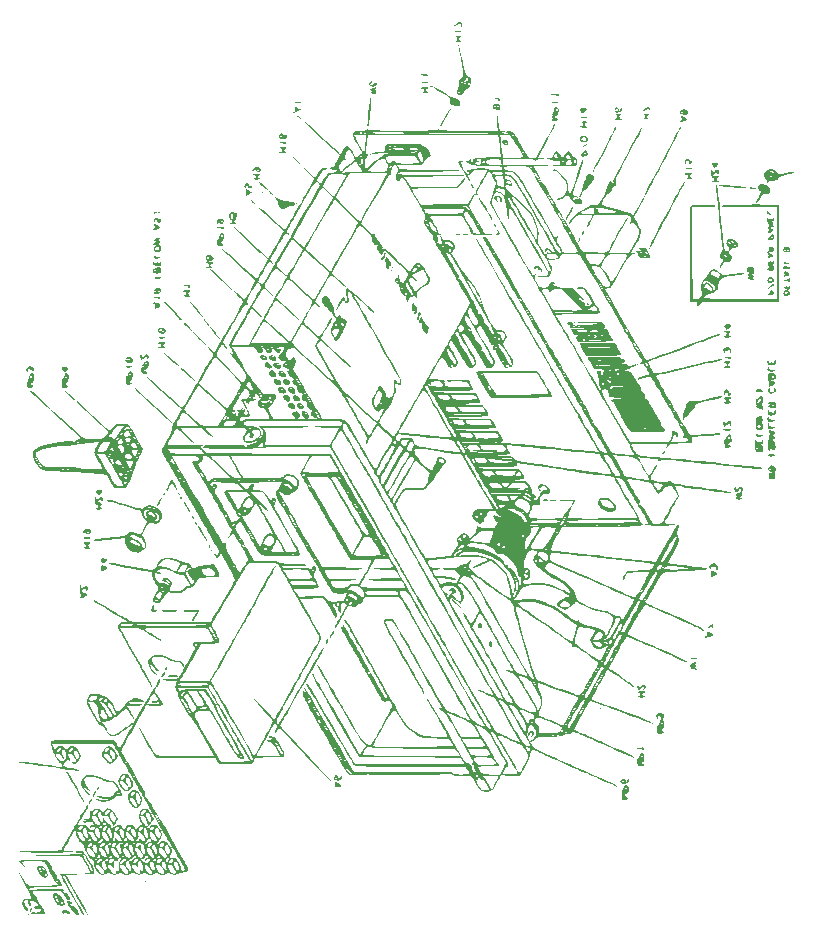
<source format=gbr>
%TF.GenerationSoftware,KiCad,Pcbnew,7.0.5-0*%
%TF.CreationDate,2023-07-31T21:43:18-04:00*%
%TF.ProjectId,carrier-arm14,63617272-6965-4722-9d61-726d31342e6b,rev?*%
%TF.SameCoordinates,Original*%
%TF.FileFunction,Legend,Bot*%
%TF.FilePolarity,Positive*%
%FSLAX46Y46*%
G04 Gerber Fmt 4.6, Leading zero omitted, Abs format (unit mm)*
G04 Created by KiCad (PCBNEW 7.0.5-0) date 2023-07-31 21:43:18*
%MOMM*%
%LPD*%
G01*
G04 APERTURE LIST*
G04 APERTURE END LIST*
%TO.C,G\u002A\u002A\u002A*%
G36*
X159915934Y-110316334D02*
G01*
X159906804Y-110293563D01*
X159916613Y-110290120D01*
X159915934Y-110316334D01*
G37*
G36*
X159331504Y-53505000D02*
G01*
X159318717Y-53479725D01*
X159331701Y-53472275D01*
X159331504Y-53505000D01*
G37*
G36*
X119202000Y-118613667D02*
G01*
X119159667Y-118656000D01*
X119117334Y-118613667D01*
X119159667Y-118571334D01*
X119202000Y-118613667D01*
G37*
G36*
X160858000Y-74841000D02*
G01*
X160815667Y-74883334D01*
X160773334Y-74841000D01*
X160815667Y-74798667D01*
X160858000Y-74841000D01*
G37*
G36*
X140114667Y-66628334D02*
G01*
X140072334Y-66670667D01*
X140030000Y-66628334D01*
X140072334Y-66586000D01*
X140114667Y-66628334D01*
G37*
G36*
X129108000Y-60278334D02*
G01*
X129065667Y-60320667D01*
X129023334Y-60278334D01*
X129065667Y-60236000D01*
X129108000Y-60278334D01*
G37*
G36*
X109267778Y-121393556D02*
G01*
X109281024Y-121419022D01*
X109211334Y-121450000D01*
X109166512Y-121443890D01*
X109154889Y-121393556D01*
X109167299Y-121383423D01*
X109267778Y-121393556D01*
G37*
G36*
X157707245Y-103964632D02*
G01*
X157697112Y-104065112D01*
X157671645Y-104078357D01*
X157640667Y-104008667D01*
X157646777Y-103963845D01*
X157697112Y-103952223D01*
X157707245Y-103964632D01*
G37*
G36*
X124773264Y-90514885D02*
G01*
X124763171Y-90647209D01*
X124732695Y-90686398D01*
X124712018Y-90596056D01*
X124718005Y-90510182D01*
X124756487Y-90484931D01*
X124773264Y-90514885D01*
G37*
G36*
X155505911Y-71283299D02*
G01*
X155495778Y-71383778D01*
X155470312Y-71397024D01*
X155439334Y-71327334D01*
X155445444Y-71282512D01*
X155495778Y-71270889D01*
X155505911Y-71283299D01*
G37*
G36*
X140011911Y-66880632D02*
G01*
X140001778Y-66981112D01*
X139976312Y-66994357D01*
X139945334Y-66924667D01*
X139951444Y-66879845D01*
X140001778Y-66868223D01*
X140011911Y-66880632D01*
G37*
G36*
X131968578Y-61207965D02*
G01*
X131958445Y-61308445D01*
X131932979Y-61321691D01*
X131902000Y-61252000D01*
X131908111Y-61207178D01*
X131958445Y-61195556D01*
X131968578Y-61207965D01*
G37*
G36*
X156278112Y-63676347D02*
G01*
X156216175Y-63810954D01*
X156116346Y-63876667D01*
X156070646Y-63842272D01*
X156120548Y-63700082D01*
X156192554Y-63596934D01*
X156260986Y-63569431D01*
X156278112Y-63676347D01*
G37*
G36*
X109547308Y-120829242D02*
G01*
X109531839Y-120959859D01*
X109462880Y-121124297D01*
X109371609Y-121196000D01*
X109321919Y-121183580D01*
X109309766Y-121082759D01*
X109420308Y-120894683D01*
X109504725Y-120809957D01*
X109547308Y-120829242D01*
G37*
G36*
X115173629Y-110633338D02*
G01*
X115171333Y-110732592D01*
X115135053Y-110798827D01*
X115037220Y-110866667D01*
X115030942Y-110866452D01*
X114981560Y-110811674D01*
X115020641Y-110709607D01*
X115122183Y-110632051D01*
X115173629Y-110633338D01*
G37*
G36*
X160024679Y-109999479D02*
G01*
X160077892Y-110092302D01*
X160014312Y-110228079D01*
X159955931Y-110276316D01*
X159916613Y-110290120D01*
X159921300Y-110108900D01*
X159922606Y-110075280D01*
X159950495Y-109964051D01*
X160024679Y-109999479D01*
G37*
G36*
X120980000Y-100574670D02*
G01*
X120969638Y-100637752D01*
X120895334Y-100706667D01*
X120875246Y-100704387D01*
X120810667Y-100626997D01*
X120813897Y-100603243D01*
X120895334Y-100495000D01*
X120938955Y-100487036D01*
X120980000Y-100574670D01*
G37*
G36*
X124536000Y-90081000D02*
G01*
X124576227Y-90123410D01*
X124619371Y-90276497D01*
X124619084Y-90295751D01*
X124601754Y-90372009D01*
X124536000Y-90292667D01*
X124473639Y-90175126D01*
X124461208Y-90074168D01*
X124536000Y-90081000D01*
G37*
G36*
X153073794Y-86289803D02*
G01*
X153174518Y-86342057D01*
X153167452Y-86417749D01*
X153076500Y-86455312D01*
X152896670Y-86439488D01*
X152778655Y-86379881D01*
X152812853Y-86314455D01*
X152926733Y-86278890D01*
X153073794Y-86289803D01*
G37*
G36*
X122205796Y-86075488D02*
G01*
X122250000Y-86191331D01*
X122237817Y-86251807D01*
X122165334Y-86271000D01*
X122142211Y-86253671D01*
X122080667Y-86139004D01*
X122083091Y-86120101D01*
X122165334Y-86059334D01*
X122205796Y-86075488D01*
G37*
G36*
X121996000Y-85720667D02*
G01*
X122058362Y-85838208D01*
X122070793Y-85939166D01*
X121996000Y-85932334D01*
X121955774Y-85889924D01*
X121912630Y-85736837D01*
X121912917Y-85717584D01*
X121930247Y-85641325D01*
X121996000Y-85720667D01*
G37*
G36*
X120746088Y-85722948D02*
G01*
X120810667Y-85800337D01*
X120807438Y-85824091D01*
X120726000Y-85932334D01*
X120682380Y-85940299D01*
X120641334Y-85852664D01*
X120651696Y-85789583D01*
X120726000Y-85720667D01*
X120746088Y-85722948D01*
G37*
G36*
X156590918Y-69637897D02*
G01*
X156667000Y-69718667D01*
X156680230Y-69751464D01*
X156629664Y-69803334D01*
X156605088Y-69800080D01*
X156540000Y-69718667D01*
X156540971Y-69699506D01*
X156577337Y-69634000D01*
X156590918Y-69637897D01*
G37*
G36*
X145644373Y-63794224D02*
G01*
X145754224Y-63815403D01*
X145710345Y-63870130D01*
X145643614Y-63899678D01*
X145477512Y-63902109D01*
X145377457Y-63849030D01*
X145407270Y-63807178D01*
X145596834Y-63793297D01*
X145644373Y-63794224D01*
G37*
G36*
X120325873Y-61932779D02*
G01*
X120387334Y-62018997D01*
X120380686Y-62049621D01*
X120302667Y-62056334D01*
X120277329Y-62038956D01*
X120218000Y-61966670D01*
X120220202Y-61958221D01*
X120302667Y-61929334D01*
X120325873Y-61932779D01*
G37*
G36*
X165409918Y-58240362D02*
G01*
X165438941Y-58300173D01*
X165339610Y-58328853D01*
X165091334Y-58300963D01*
X164795000Y-58248662D01*
X165078307Y-58220360D01*
X165099526Y-58218387D01*
X165300685Y-58215088D01*
X165409918Y-58240362D01*
G37*
G36*
X156519918Y-53922362D02*
G01*
X156548941Y-53982173D01*
X156449610Y-54010853D01*
X156201334Y-53982963D01*
X155905000Y-53930662D01*
X156188307Y-53902360D01*
X156209526Y-53900387D01*
X156410685Y-53897088D01*
X156519918Y-53922362D01*
G37*
G36*
X132064878Y-53751807D02*
G01*
X132206378Y-53898320D01*
X132309474Y-54018180D01*
X132306276Y-54043760D01*
X132177167Y-53980008D01*
X132053370Y-53895319D01*
X131986667Y-53798355D01*
X132000184Y-53728838D01*
X132064878Y-53751807D01*
G37*
G36*
X159432012Y-53188146D02*
G01*
X159485225Y-53280968D01*
X159421645Y-53416746D01*
X159414802Y-53424589D01*
X159331701Y-53472275D01*
X159332752Y-53297567D01*
X159333399Y-53263439D01*
X159358641Y-53152672D01*
X159432012Y-53188146D01*
G37*
G36*
X143057918Y-50959029D02*
G01*
X143086941Y-51018840D01*
X142987610Y-51047519D01*
X142739334Y-51019629D01*
X142443000Y-50967329D01*
X142726307Y-50939026D01*
X142747526Y-50937053D01*
X142948685Y-50933755D01*
X143057918Y-50959029D01*
G37*
G36*
X145851918Y-46641029D02*
G01*
X145880941Y-46700840D01*
X145781610Y-46729519D01*
X145533334Y-46701629D01*
X145237000Y-46649329D01*
X145520307Y-46621026D01*
X145541526Y-46619053D01*
X145742685Y-46615755D01*
X145851918Y-46641029D01*
G37*
G36*
X114596996Y-111702790D02*
G01*
X114544326Y-111846507D01*
X114449716Y-111988055D01*
X114355634Y-112052000D01*
X114312879Y-112039871D01*
X114305215Y-111937586D01*
X114411411Y-111750816D01*
X114502619Y-111657505D01*
X114586611Y-111641722D01*
X114596996Y-111702790D01*
G37*
G36*
X134611334Y-98224034D02*
G01*
X134587882Y-98340903D01*
X134472121Y-98515470D01*
X134404060Y-98568014D01*
X134362687Y-98562349D01*
X134396970Y-98420003D01*
X134439105Y-98299699D01*
X134520375Y-98149030D01*
X134584991Y-98117220D01*
X134611334Y-98224034D01*
G37*
G36*
X123393000Y-88176000D02*
G01*
X123459589Y-88251117D01*
X123520000Y-88414216D01*
X123518838Y-88447673D01*
X123487888Y-88484660D01*
X123395693Y-88382683D01*
X123355614Y-88326799D01*
X123278631Y-88180721D01*
X123290969Y-88120938D01*
X123393000Y-88176000D01*
G37*
G36*
X123139000Y-87668000D02*
G01*
X123205168Y-87743835D01*
X123263308Y-87911201D01*
X123260712Y-87956311D01*
X123228614Y-87989035D01*
X123136308Y-87884652D01*
X123090851Y-87820172D01*
X123020188Y-87675928D01*
X123036368Y-87614742D01*
X123139000Y-87668000D01*
G37*
G36*
X155938012Y-64192057D02*
G01*
X155932473Y-64311995D01*
X155862667Y-64469334D01*
X155843463Y-64497819D01*
X155792757Y-64531611D01*
X155779297Y-64410831D01*
X155795031Y-64290935D01*
X155862667Y-64173000D01*
X155879283Y-64164422D01*
X155938012Y-64192057D01*
G37*
G36*
X146247701Y-63792136D02*
G01*
X146410990Y-63814836D01*
X146416640Y-63873894D01*
X146327407Y-63913475D01*
X146145707Y-63906353D01*
X146087853Y-63890234D01*
X145969552Y-63837914D01*
X146016942Y-63804042D01*
X146227600Y-63792000D01*
X146247701Y-63792136D01*
G37*
G36*
X148708334Y-62945334D02*
G01*
X148774922Y-63020451D01*
X148835334Y-63183550D01*
X148834171Y-63217006D01*
X148803222Y-63253993D01*
X148711027Y-63152016D01*
X148670947Y-63096133D01*
X148593964Y-62950054D01*
X148606302Y-62890272D01*
X148708334Y-62945334D01*
G37*
G36*
X120051751Y-61930917D02*
G01*
X120128009Y-61948247D01*
X120048667Y-62014000D01*
X119976703Y-62054827D01*
X119853170Y-62097371D01*
X119831387Y-62091689D01*
X119837000Y-62014000D01*
X119879410Y-61973774D01*
X120032497Y-61930630D01*
X120051751Y-61930917D01*
G37*
G36*
X128164856Y-60973504D02*
G01*
X128303333Y-61082354D01*
X128422052Y-61211874D01*
X128470467Y-61312946D01*
X128414267Y-61320993D01*
X128261853Y-61210137D01*
X128149113Y-61086219D01*
X128092000Y-60970120D01*
X128094293Y-60959591D01*
X128164856Y-60973504D01*
G37*
G36*
X129688856Y-60211504D02*
G01*
X129827333Y-60320354D01*
X129946052Y-60449874D01*
X129994467Y-60550946D01*
X129938267Y-60558993D01*
X129785853Y-60448137D01*
X129673113Y-60324219D01*
X129616000Y-60208120D01*
X129618293Y-60197591D01*
X129688856Y-60211504D01*
G37*
G36*
X146842974Y-59690652D02*
G01*
X146883054Y-59746535D01*
X146960037Y-59892613D01*
X146947699Y-59952396D01*
X146845667Y-59897334D01*
X146779079Y-59822217D01*
X146718667Y-59659118D01*
X146719830Y-59625662D01*
X146750779Y-59588674D01*
X146842974Y-59690652D01*
G37*
G36*
X156500776Y-56251636D02*
G01*
X156494793Y-56260139D01*
X156372172Y-56360912D01*
X156174798Y-56473764D01*
X155905000Y-56604990D01*
X156200792Y-56352676D01*
X156304441Y-56267545D01*
X156471983Y-56153261D01*
X156541661Y-56146532D01*
X156500776Y-56251636D01*
G37*
G36*
X154072320Y-52641705D02*
G01*
X154074176Y-52646091D01*
X154077864Y-52723880D01*
X153978599Y-52744682D01*
X153746000Y-52715353D01*
X153449667Y-52665443D01*
X153746000Y-52618801D01*
X153784645Y-52613344D01*
X153977894Y-52607436D01*
X154072320Y-52641705D01*
G37*
G36*
X120807051Y-100895192D02*
G01*
X120758163Y-101032970D01*
X120641334Y-101214667D01*
X120584567Y-101284012D01*
X120499341Y-101353019D01*
X120473883Y-101287547D01*
X120519024Y-101135885D01*
X120638517Y-100948880D01*
X120702367Y-100880076D01*
X120788339Y-100833503D01*
X120807051Y-100895192D01*
G37*
G36*
X165604554Y-99692858D02*
G01*
X165773765Y-99716901D01*
X165821137Y-99758933D01*
X165813102Y-99767506D01*
X165687493Y-99798108D01*
X165477474Y-99792003D01*
X165266523Y-99759228D01*
X165187346Y-99725282D01*
X165272588Y-99700357D01*
X165519664Y-99690667D01*
X165604554Y-99692858D01*
G37*
G36*
X153809500Y-86336356D02*
G01*
X153859976Y-86348929D01*
X153913307Y-86381606D01*
X153809500Y-86436289D01*
X153715676Y-86459810D01*
X153513167Y-86436289D01*
X153462691Y-86413818D01*
X153409361Y-86370683D01*
X153513167Y-86336356D01*
X153593466Y-86324409D01*
X153809500Y-86336356D01*
G37*
G36*
X172361626Y-82462735D02*
G01*
X172464179Y-82494720D01*
X172441364Y-82564910D01*
X172433547Y-82573602D01*
X172275210Y-82652766D01*
X172072147Y-82670154D01*
X171921112Y-82616223D01*
X171868842Y-82522668D01*
X171956523Y-82472232D01*
X172197731Y-82457152D01*
X172361626Y-82462735D01*
G37*
G36*
X163144000Y-82186267D02*
G01*
X163124865Y-82268980D01*
X163017000Y-82418667D01*
X163007950Y-82426113D01*
X162913112Y-82478396D01*
X162890000Y-82397068D01*
X162909136Y-82314355D01*
X163017000Y-82164667D01*
X163026051Y-82157221D01*
X163120889Y-82104938D01*
X163144000Y-82186267D01*
G37*
G36*
X120404404Y-67458941D02*
G01*
X120439149Y-67489708D01*
X120353113Y-67564205D01*
X120227126Y-67627913D01*
X120036971Y-67595741D01*
X119957435Y-67551432D01*
X119894473Y-67495514D01*
X119968415Y-67468847D01*
X120195475Y-67457266D01*
X120226085Y-67456443D01*
X120404404Y-67458941D01*
G37*
G36*
X132076554Y-52618191D02*
G01*
X132245765Y-52642234D01*
X132293137Y-52684266D01*
X132285102Y-52692839D01*
X132159493Y-52723442D01*
X131949474Y-52717336D01*
X131738523Y-52684561D01*
X131659346Y-52650615D01*
X131744588Y-52625690D01*
X131991664Y-52616000D01*
X132076554Y-52618191D01*
G37*
G36*
X161325273Y-107331706D02*
G01*
X161304431Y-107457264D01*
X161264401Y-107528657D01*
X161216407Y-107496886D01*
X161215198Y-107493657D01*
X161110554Y-107420715D01*
X160914445Y-107384188D01*
X160646334Y-107373043D01*
X160942667Y-107315902D01*
X161032526Y-107299625D01*
X161242981Y-107282420D01*
X161325273Y-107331706D01*
G37*
G36*
X120363791Y-101526428D02*
G01*
X120366775Y-101561642D01*
X120329525Y-101716760D01*
X120250953Y-101910543D01*
X120160805Y-102075965D01*
X120088826Y-102146000D01*
X120050314Y-102105426D01*
X120078731Y-101947998D01*
X120189315Y-101697296D01*
X120216501Y-101647902D01*
X120309403Y-101525493D01*
X120363791Y-101526428D01*
G37*
G36*
X168482879Y-80303525D02*
G01*
X168671728Y-80334340D01*
X168710502Y-80407834D01*
X168658316Y-80452455D01*
X168492676Y-80483102D01*
X168287799Y-80471100D01*
X168118167Y-80415488D01*
X168116773Y-80414633D01*
X168058187Y-80349671D01*
X168149757Y-80313321D01*
X168400389Y-80302000D01*
X168482879Y-80303525D01*
G37*
G36*
X112426053Y-75061520D02*
G01*
X112579026Y-75131773D01*
X112575486Y-75255172D01*
X112409306Y-75411302D01*
X112310992Y-75471084D01*
X112208953Y-75478466D01*
X112121274Y-75358129D01*
X112086754Y-75294648D01*
X112026829Y-75135156D01*
X112091068Y-75067025D01*
X112301667Y-75052667D01*
X112426053Y-75061520D01*
G37*
G36*
X173193030Y-66099167D02*
G01*
X173261292Y-66195959D01*
X173458375Y-66255773D01*
X173685000Y-66264213D01*
X173473334Y-66327103D01*
X173319462Y-66359888D01*
X173198167Y-66356000D01*
X173162005Y-66298132D01*
X173144489Y-66136504D01*
X173146502Y-66102965D01*
X173162348Y-66020454D01*
X173193030Y-66099167D01*
G37*
G36*
X171864423Y-61886303D02*
G01*
X171920192Y-61981440D01*
X172082651Y-62107566D01*
X172150153Y-62136475D01*
X172162960Y-62166474D01*
X172019042Y-62177383D01*
X171864504Y-62155427D01*
X171758771Y-62035167D01*
X171748336Y-61975206D01*
X171756059Y-61837295D01*
X171803360Y-61795536D01*
X171864423Y-61886303D01*
G37*
G36*
X170604617Y-59885711D02*
G01*
X170775898Y-59910529D01*
X170848667Y-59948930D01*
X170839188Y-59956635D01*
X170719028Y-59974757D01*
X170505004Y-59982000D01*
X170420114Y-59979810D01*
X170250902Y-59955767D01*
X170203531Y-59913735D01*
X170248688Y-59892223D01*
X170405366Y-59878327D01*
X170604617Y-59885711D01*
G37*
G36*
X149168300Y-52350361D02*
G01*
X149104856Y-52465012D01*
X149030389Y-52522125D01*
X149004667Y-52463600D01*
X148940965Y-52390245D01*
X148771834Y-52348451D01*
X148644506Y-52338065D01*
X148652809Y-52323949D01*
X148822307Y-52300146D01*
X148836407Y-52298463D01*
X149077002Y-52293785D01*
X149168300Y-52350361D01*
G37*
G36*
X114968667Y-110988155D02*
G01*
X114956920Y-111062301D01*
X114889795Y-111234268D01*
X114796750Y-111390916D01*
X114716763Y-111459334D01*
X114710658Y-111459302D01*
X114642927Y-111440553D01*
X114648224Y-111357595D01*
X114728257Y-111166984D01*
X114742837Y-111137063D01*
X114839432Y-110999918D01*
X114929142Y-110939546D01*
X114968667Y-110988155D01*
G37*
G36*
X114226396Y-89447191D02*
G01*
X114407029Y-89483922D01*
X114460667Y-89582059D01*
X114439940Y-89658865D01*
X114326742Y-89666726D01*
X114243013Y-89642200D01*
X114030409Y-89615334D01*
X113938600Y-89600407D01*
X113868000Y-89530667D01*
X113870560Y-89519556D01*
X113968466Y-89467266D01*
X114164334Y-89446000D01*
X114226396Y-89447191D01*
G37*
G36*
X120533035Y-86176634D02*
G01*
X120471450Y-86356549D01*
X120352048Y-86586073D01*
X120268406Y-86717066D01*
X120172011Y-86837788D01*
X120134135Y-86839128D01*
X120140209Y-86788964D01*
X120196019Y-86622666D01*
X120289178Y-86426136D01*
X120393806Y-86245900D01*
X120484022Y-86128482D01*
X120533945Y-86120406D01*
X120533035Y-86176634D01*
G37*
G36*
X171167463Y-76937298D02*
G01*
X171326429Y-77042334D01*
X171346687Y-77063160D01*
X171387028Y-77132394D01*
X171313451Y-77162661D01*
X171098348Y-77169334D01*
X171068211Y-77169271D01*
X170868197Y-77159315D01*
X170804783Y-77121971D01*
X170848667Y-77042334D01*
X170922878Y-76975320D01*
X171076748Y-76915334D01*
X171167463Y-76937298D01*
G37*
G36*
X117759224Y-74968732D02*
G01*
X117942238Y-74996705D01*
X118016667Y-75052667D01*
X118014108Y-75063779D01*
X117916201Y-75116068D01*
X117720334Y-75137334D01*
X117681444Y-75136603D01*
X117498429Y-75108629D01*
X117424000Y-75052667D01*
X117426560Y-75041556D01*
X117524466Y-74989266D01*
X117720334Y-74968000D01*
X117759224Y-74968732D01*
G37*
G36*
X120553224Y-72513398D02*
G01*
X120736238Y-72541372D01*
X120810667Y-72597334D01*
X120808108Y-72608445D01*
X120710201Y-72660735D01*
X120514334Y-72682000D01*
X120475444Y-72681269D01*
X120292429Y-72653296D01*
X120218000Y-72597334D01*
X120220560Y-72586222D01*
X120318466Y-72533933D01*
X120514334Y-72512667D01*
X120553224Y-72513398D01*
G37*
G36*
X120157312Y-69127357D02*
G01*
X120334954Y-69164579D01*
X120387334Y-69263367D01*
X120367036Y-69348780D01*
X120277095Y-69309244D01*
X120175283Y-69264546D01*
X119980761Y-69266419D01*
X119862639Y-69278089D01*
X119794667Y-69220542D01*
X119797241Y-69208100D01*
X119895172Y-69149735D01*
X120091000Y-69126000D01*
X120157312Y-69127357D01*
G37*
G36*
X173431000Y-66569931D02*
G01*
X173469666Y-66575270D01*
X173652834Y-66628543D01*
X173727334Y-66701097D01*
X173725282Y-66712706D01*
X173629203Y-66773302D01*
X173431000Y-66797667D01*
X173386529Y-66797051D01*
X173193578Y-66762294D01*
X173134667Y-66666502D01*
X173141078Y-66622323D01*
X173223726Y-66564577D01*
X173431000Y-66569931D01*
G37*
G36*
X154005860Y-51945820D02*
G01*
X154114055Y-51984701D01*
X154113101Y-52071358D01*
X154064565Y-52146419D01*
X153971825Y-52113692D01*
X153880059Y-52060111D01*
X153686734Y-52023334D01*
X153564133Y-52013829D01*
X153492000Y-51981000D01*
X153500108Y-51971766D01*
X153616818Y-51948136D01*
X153828010Y-51938667D01*
X154005860Y-51945820D01*
G37*
G36*
X142932612Y-50274738D02*
G01*
X143039149Y-50335633D01*
X143044867Y-50345071D01*
X143070258Y-50433372D01*
X142984268Y-50460922D01*
X142760500Y-50437356D01*
X142739275Y-50433900D01*
X142559233Y-50382695D01*
X142485334Y-50320391D01*
X142488999Y-50305015D01*
X142584904Y-50257430D01*
X142756986Y-50248004D01*
X142932612Y-50274738D01*
G37*
G36*
X135055944Y-97404962D02*
G01*
X135119334Y-97455104D01*
X135117877Y-97469681D01*
X135061291Y-97605060D01*
X134953527Y-97780559D01*
X134837308Y-97932532D01*
X134755357Y-97997334D01*
X134741422Y-97996075D01*
X134712828Y-97933834D01*
X134771859Y-97813923D01*
X134901140Y-97568205D01*
X134987456Y-97440963D01*
X135048257Y-97404667D01*
X135055944Y-97404962D01*
G37*
G36*
X115594575Y-91910867D02*
G01*
X115608488Y-91914849D01*
X115790909Y-91965234D01*
X115878275Y-91986000D01*
X115887285Y-91996611D01*
X115900000Y-92103126D01*
X115837821Y-92200054D01*
X115662511Y-92286363D01*
X115434334Y-92323318D01*
X115372668Y-92253890D01*
X115341134Y-92080008D01*
X115347334Y-91916906D01*
X115415298Y-91870820D01*
X115594575Y-91910867D01*
G37*
G36*
X168719298Y-74265929D02*
G01*
X168690608Y-74373812D01*
X168633527Y-74423250D01*
X168513874Y-74369973D01*
X168437257Y-74326569D01*
X168275690Y-74317695D01*
X168217770Y-74331907D01*
X168097256Y-74306000D01*
X168091847Y-74294065D01*
X168165889Y-74251860D01*
X168351472Y-74221550D01*
X168376896Y-74219460D01*
X168620577Y-74217104D01*
X168719298Y-74265929D01*
G37*
G36*
X122482834Y-71334533D02*
G01*
X122549736Y-71389535D01*
X122726726Y-71559272D01*
X122904437Y-71753013D01*
X123041482Y-71924121D01*
X123096469Y-72025959D01*
X123052794Y-72013227D01*
X122919447Y-71907396D01*
X122727682Y-71729626D01*
X122576772Y-71576368D01*
X122421292Y-71399069D01*
X122345777Y-71286702D01*
X122362275Y-71258709D01*
X122482834Y-71334533D01*
G37*
G36*
X172313279Y-68025866D02*
G01*
X172372667Y-68091746D01*
X172369593Y-68103946D01*
X172280113Y-68195534D01*
X172114143Y-68309864D01*
X171935818Y-68406655D01*
X171809270Y-68445622D01*
X171808122Y-68445546D01*
X171820686Y-68399107D01*
X171923684Y-68294759D01*
X172070504Y-68171652D01*
X172214536Y-68068934D01*
X172309167Y-68025754D01*
X172313279Y-68025866D01*
G37*
G36*
X139441007Y-65370473D02*
G01*
X139458152Y-65406383D01*
X139441555Y-65560670D01*
X139366439Y-65755036D01*
X139263184Y-65921679D01*
X139162167Y-65992799D01*
X139148490Y-65991637D01*
X139098851Y-65919640D01*
X139128851Y-65784555D01*
X139225667Y-65654667D01*
X139292224Y-65579485D01*
X139352667Y-65415700D01*
X139367379Y-65340464D01*
X139441007Y-65370473D01*
G37*
G36*
X149035551Y-63580334D02*
G01*
X149073529Y-63629960D01*
X149158954Y-63784479D01*
X149104538Y-63854922D01*
X148898834Y-63865137D01*
X148790513Y-63858839D01*
X148724927Y-63842601D01*
X148817850Y-63816432D01*
X148842567Y-63811313D01*
X148965029Y-63743835D01*
X148957260Y-63595129D01*
X148926887Y-63486969D01*
X148940142Y-63464801D01*
X149035551Y-63580334D01*
G37*
G36*
X125793719Y-63260480D02*
G01*
X125764608Y-63367145D01*
X125708427Y-63416978D01*
X125590505Y-63365489D01*
X125518214Y-63323878D01*
X125386376Y-63324042D01*
X125339654Y-63340569D01*
X125192167Y-63310164D01*
X125173901Y-63293965D01*
X125217221Y-63246569D01*
X125412328Y-63214883D01*
X125459127Y-63211314D01*
X125698074Y-63211208D01*
X125793719Y-63260480D01*
G37*
G36*
X128938265Y-59527168D02*
G01*
X129127867Y-59689651D01*
X129284890Y-59834971D01*
X129446059Y-59980707D01*
X129522978Y-60045500D01*
X129517743Y-60108480D01*
X129469455Y-60098926D01*
X129323338Y-60006874D01*
X129122632Y-59847882D01*
X128983097Y-59720657D01*
X128829175Y-59554319D01*
X128769334Y-59450220D01*
X128808308Y-59443542D01*
X128938265Y-59527168D01*
G37*
G36*
X131628091Y-57221579D02*
G01*
X131859667Y-57442000D01*
X132037902Y-57625932D01*
X132184422Y-57797600D01*
X132240667Y-57892961D01*
X132240636Y-57893919D01*
X132187018Y-57874122D01*
X132050704Y-57753607D01*
X131860570Y-57557832D01*
X131832937Y-57527797D01*
X131612109Y-57280228D01*
X131504340Y-57144278D01*
X131509659Y-57123534D01*
X131628091Y-57221579D01*
G37*
G36*
X130798750Y-56003161D02*
G01*
X130994989Y-56037398D01*
X131055334Y-56132646D01*
X131054401Y-56159595D01*
X131013048Y-56219593D01*
X130879385Y-56168460D01*
X130748020Y-56120918D01*
X130583051Y-56120490D01*
X130524201Y-56132536D01*
X130462667Y-56084677D01*
X130465223Y-56073921D01*
X130563123Y-56023267D01*
X130759000Y-56002667D01*
X130798750Y-56003161D01*
G37*
G36*
X121716082Y-101196696D02*
G01*
X121911334Y-101213530D01*
X121906428Y-101235033D01*
X121804118Y-101306889D01*
X121768765Y-101322794D01*
X121555511Y-101354403D01*
X121274952Y-101337034D01*
X121161017Y-101317451D01*
X120970584Y-101269585D01*
X120895334Y-101226151D01*
X120898324Y-101221748D01*
X120999899Y-101202972D01*
X121206176Y-101192090D01*
X121462967Y-101189773D01*
X121716082Y-101196696D01*
G37*
G36*
X167196470Y-97130870D02*
G01*
X167191709Y-97220512D01*
X167173680Y-97319604D01*
X167148248Y-97256500D01*
X167136880Y-97197573D01*
X167100783Y-97092554D01*
X167018185Y-97082666D01*
X166832512Y-97148572D01*
X166807226Y-97157911D01*
X166651963Y-97193336D01*
X166623959Y-97156071D01*
X166713699Y-97069262D01*
X166911667Y-96956052D01*
X167208000Y-96814740D01*
X167196470Y-97130870D01*
G37*
G36*
X145116515Y-94732659D02*
G01*
X145279245Y-94849627D01*
X145477125Y-95023483D01*
X145669189Y-95215404D01*
X145814470Y-95386563D01*
X145872000Y-95498134D01*
X145869628Y-95505092D01*
X145792897Y-95475638D01*
X145629789Y-95354443D01*
X145409945Y-95163006D01*
X145365484Y-95121545D01*
X145168348Y-94921444D01*
X145050806Y-94773346D01*
X145036987Y-94706764D01*
X145116515Y-94732659D01*
G37*
G36*
X122441583Y-86496344D02*
G01*
X122544837Y-86615805D01*
X122672461Y-86814844D01*
X122794654Y-87040357D01*
X122881613Y-87239240D01*
X122903538Y-87358387D01*
X122856019Y-87341120D01*
X122749788Y-87207004D01*
X122609775Y-86983966D01*
X122479166Y-86758250D01*
X122384563Y-86589077D01*
X122350369Y-86508358D01*
X122363805Y-86483689D01*
X122412095Y-86482667D01*
X122441583Y-86496344D01*
G37*
G36*
X112436229Y-77157018D02*
G01*
X112665741Y-77325261D01*
X112743934Y-77388121D01*
X113010218Y-77622784D01*
X113159223Y-77793778D01*
X113178312Y-77887245D01*
X113176768Y-77888283D01*
X113093647Y-77848404D01*
X112922955Y-77721509D01*
X112699600Y-77533400D01*
X112648646Y-77487952D01*
X112429605Y-77276960D01*
X112319977Y-77144031D01*
X112321580Y-77100329D01*
X112436229Y-77157018D01*
G37*
G36*
X122657989Y-68110230D02*
G01*
X122863074Y-68143069D01*
X122927334Y-68237000D01*
X122917782Y-68295424D01*
X122842667Y-68364000D01*
X122821441Y-68361237D01*
X122758000Y-68277721D01*
X122706870Y-68232646D01*
X122546334Y-68244566D01*
X122404316Y-68260083D01*
X122334667Y-68203846D01*
X122337240Y-68191498D01*
X122435169Y-68133561D01*
X122631000Y-68110000D01*
X122657989Y-68110230D01*
G37*
G36*
X119899896Y-62965849D02*
G01*
X120120700Y-63038283D01*
X120264159Y-63101085D01*
X120373425Y-63214602D01*
X120315442Y-63328134D01*
X120091000Y-63431204D01*
X120053343Y-63442395D01*
X119854223Y-63478320D01*
X119799857Y-63431844D01*
X119892679Y-63304522D01*
X119945892Y-63211699D01*
X119882312Y-63075922D01*
X119835410Y-63016817D01*
X119812947Y-62957407D01*
X119899896Y-62965849D01*
G37*
G36*
X119869068Y-95175820D02*
G01*
X119837626Y-95351500D01*
X119813116Y-95507083D01*
X119841254Y-95604867D01*
X119957273Y-95626667D01*
X120062136Y-95643435D01*
X120133334Y-95711334D01*
X120063181Y-95766460D01*
X119900718Y-95794040D01*
X119721964Y-95788644D01*
X119602945Y-95745390D01*
X119580871Y-95672636D01*
X119632875Y-95486539D01*
X119773755Y-95245667D01*
X119851395Y-95146776D01*
X119869068Y-95175820D01*
G37*
G36*
X166998147Y-92324668D02*
G01*
X167135185Y-92357933D01*
X167318035Y-92435123D01*
X167478071Y-92523179D01*
X167546667Y-92589045D01*
X167520599Y-92631741D01*
X167388207Y-92720111D01*
X167206594Y-92798714D01*
X167047267Y-92832667D01*
X167046517Y-92832650D01*
X167001083Y-92757086D01*
X166982223Y-92578667D01*
X166982224Y-92576056D01*
X166986855Y-92398420D01*
X166997811Y-92324667D01*
X166998147Y-92324668D01*
G37*
G36*
X173707956Y-67575488D02*
G01*
X173726037Y-67718201D01*
X173723314Y-67823708D01*
X173691034Y-67905238D01*
X173604043Y-67859079D01*
X173522963Y-67812377D01*
X173392376Y-67811375D01*
X173345654Y-67827902D01*
X173198167Y-67797497D01*
X173191596Y-67793021D01*
X173186280Y-67737452D01*
X173346059Y-67700194D01*
X173539716Y-67652552D01*
X173662262Y-67573194D01*
X173664924Y-67569214D01*
X173707956Y-67575488D01*
G37*
G36*
X173434024Y-67026117D02*
G01*
X173509000Y-67070483D01*
X173618218Y-67188289D01*
X173649569Y-67298902D01*
X173579167Y-67349157D01*
X173487588Y-67363237D01*
X173304000Y-67406172D01*
X173208028Y-67429072D01*
X173142996Y-67419525D01*
X173202278Y-67327887D01*
X173258863Y-67234418D01*
X173222064Y-67138021D01*
X173163257Y-67087149D01*
X173168611Y-67016161D01*
X173273618Y-66988029D01*
X173434024Y-67026117D01*
G37*
G36*
X119854419Y-65548834D02*
G01*
X119861123Y-65578798D01*
X119945926Y-65704855D01*
X120139222Y-65739334D01*
X120313898Y-65764017D01*
X120387334Y-65824000D01*
X120384774Y-65835112D01*
X120286868Y-65887402D01*
X120091000Y-65908667D01*
X120073408Y-65908644D01*
X119884737Y-65893581D01*
X119812220Y-65817860D01*
X119806197Y-65633500D01*
X119811811Y-65535738D01*
X119828338Y-65461798D01*
X119854419Y-65548834D01*
G37*
G36*
X148462185Y-98345625D02*
G01*
X148496667Y-98547667D01*
X148481428Y-98696543D01*
X148404720Y-98799582D01*
X148369667Y-98786058D01*
X148271624Y-98748232D01*
X148174321Y-98595681D01*
X148174470Y-98547667D01*
X148327334Y-98547667D01*
X148369667Y-98590000D01*
X148412000Y-98547667D01*
X148369667Y-98505334D01*
X148327334Y-98547667D01*
X148174470Y-98547667D01*
X148174860Y-98422344D01*
X148276723Y-98308559D01*
X148352447Y-98289343D01*
X148462185Y-98345625D01*
G37*
G36*
X121284421Y-95627244D02*
G01*
X121612836Y-95640903D01*
X121831742Y-95670102D01*
X121911334Y-95711334D01*
X121906435Y-95722246D01*
X121790333Y-95760883D01*
X121542142Y-95786637D01*
X121191667Y-95796000D01*
X121098913Y-95795424D01*
X120770498Y-95781765D01*
X120551592Y-95752566D01*
X120472000Y-95711334D01*
X120476899Y-95700422D01*
X120593002Y-95661785D01*
X120841192Y-95636031D01*
X121191667Y-95626667D01*
X121284421Y-95627244D01*
G37*
G36*
X170822363Y-80661834D02*
G01*
X170823923Y-80667481D01*
X170923051Y-80776491D01*
X171151209Y-80810000D01*
X171184766Y-80810568D01*
X171367018Y-80838231D01*
X171441334Y-80894667D01*
X171432698Y-80913646D01*
X171314741Y-80960556D01*
X171102667Y-80979334D01*
X171041237Y-80979042D01*
X170855820Y-80962315D01*
X170782270Y-80895839D01*
X170773822Y-80746500D01*
X170774719Y-80727739D01*
X170792579Y-80614456D01*
X170822363Y-80661834D01*
G37*
G36*
X171916741Y-79841267D02*
G01*
X171949334Y-79958337D01*
X171952475Y-80008338D01*
X172018221Y-80106705D01*
X172203334Y-80132667D01*
X172206494Y-80132674D01*
X172383761Y-80157887D01*
X172457334Y-80217334D01*
X172447155Y-80238948D01*
X172332090Y-80283295D01*
X172144904Y-80301317D01*
X171956166Y-80289806D01*
X171836445Y-80245556D01*
X171788095Y-80138714D01*
X171792835Y-79961453D01*
X171864667Y-79836334D01*
X171916741Y-79841267D01*
G37*
G36*
X171903616Y-79300329D02*
G01*
X171949334Y-79413000D01*
X172001682Y-79502136D01*
X172203334Y-79540000D01*
X172206494Y-79540007D01*
X172383761Y-79565220D01*
X172457334Y-79624667D01*
X172447155Y-79646282D01*
X172332090Y-79690628D01*
X172144904Y-79708650D01*
X171956166Y-79697140D01*
X171836445Y-79652889D01*
X171821436Y-79634571D01*
X171781856Y-79498483D01*
X171798480Y-79353512D01*
X171864667Y-79286000D01*
X171903616Y-79300329D01*
G37*
G36*
X122159290Y-75170981D02*
G01*
X122305429Y-75273760D01*
X122528035Y-75453828D01*
X122798874Y-75689127D01*
X122989243Y-75863094D01*
X123212170Y-76078511D01*
X123356817Y-76233659D01*
X123398401Y-76303156D01*
X123356711Y-76289020D01*
X123210572Y-76186241D01*
X122987966Y-76006173D01*
X122717127Y-75770874D01*
X122526758Y-75596907D01*
X122303831Y-75381490D01*
X122159184Y-75226342D01*
X122117600Y-75156845D01*
X122159290Y-75170981D01*
G37*
G36*
X171903616Y-75066995D02*
G01*
X171949334Y-75179667D01*
X171961286Y-75232546D01*
X172091432Y-75312700D01*
X172351500Y-75312987D01*
X172392326Y-75314565D01*
X172457334Y-75387622D01*
X172448691Y-75407441D01*
X172330729Y-75456402D01*
X172118667Y-75476000D01*
X172089174Y-75475925D01*
X171885676Y-75461320D01*
X171798485Y-75400707D01*
X171780000Y-75264334D01*
X171801021Y-75125123D01*
X171864667Y-75052667D01*
X171903616Y-75066995D01*
G37*
G36*
X142431285Y-70523000D02*
G01*
X142444595Y-70587939D01*
X142398010Y-70650000D01*
X142344697Y-70699948D01*
X142316000Y-70856670D01*
X142292935Y-71015150D01*
X142216703Y-71123385D01*
X142116143Y-71099254D01*
X142070612Y-71014751D01*
X142074110Y-70883434D01*
X142146667Y-70819334D01*
X142202351Y-70766782D01*
X142231334Y-70607667D01*
X142231343Y-70604120D01*
X142266741Y-70436669D01*
X142345740Y-70404399D01*
X142431285Y-70523000D01*
G37*
G36*
X119942834Y-69592215D02*
G01*
X120025877Y-69624404D01*
X120239167Y-69695814D01*
X120260151Y-69702467D01*
X120375827Y-69796271D01*
X120344136Y-69921380D01*
X120171683Y-70043744D01*
X120090890Y-70080057D01*
X119941948Y-70131237D01*
X119899433Y-70086648D01*
X119929233Y-69930334D01*
X119944750Y-69788316D01*
X119888512Y-69718667D01*
X119860014Y-69714223D01*
X119794667Y-69624942D01*
X119818780Y-69580001D01*
X119942834Y-69592215D01*
G37*
G36*
X161855930Y-53124292D02*
G01*
X161862470Y-53314500D01*
X161856857Y-53412263D01*
X161840329Y-53486203D01*
X161814248Y-53399167D01*
X161743859Y-53259459D01*
X161614829Y-53209370D01*
X161493000Y-53293334D01*
X161462819Y-53326400D01*
X161318670Y-53378000D01*
X161309073Y-53377946D01*
X161206607Y-53355513D01*
X161256900Y-53288802D01*
X161463675Y-53172535D01*
X161641285Y-53089273D01*
X161793153Y-53053114D01*
X161855930Y-53124292D01*
G37*
G36*
X166800994Y-97519215D02*
G01*
X166980033Y-97596885D01*
X167138653Y-97687555D01*
X167207340Y-97756218D01*
X167205621Y-97762649D01*
X167117092Y-97825296D01*
X166942484Y-97903082D01*
X166748714Y-97969323D01*
X166602700Y-97997334D01*
X166585791Y-97994962D01*
X166530667Y-97912667D01*
X166534263Y-97889062D01*
X166621039Y-97828000D01*
X166665765Y-97795018D01*
X166657667Y-97658667D01*
X166640236Y-97555701D01*
X166677415Y-97489334D01*
X166800994Y-97519215D01*
G37*
G36*
X123640361Y-88522139D02*
G01*
X123673638Y-88562883D01*
X123785092Y-88734976D01*
X123930243Y-88984745D01*
X124085019Y-89267559D01*
X124225345Y-89538791D01*
X124327147Y-89753811D01*
X124366351Y-89867990D01*
X124358494Y-89899753D01*
X124309179Y-89870335D01*
X124206847Y-89729937D01*
X124042589Y-89465759D01*
X123807496Y-89065000D01*
X123770171Y-88997486D01*
X123674066Y-88792984D01*
X123611939Y-88618124D01*
X123596476Y-88514108D01*
X123640361Y-88522139D01*
G37*
G36*
X123248170Y-72156893D02*
G01*
X123393783Y-72277194D01*
X123590596Y-72459027D01*
X123808434Y-72672865D01*
X124017125Y-72889184D01*
X124186492Y-73078460D01*
X124286363Y-73211167D01*
X124340667Y-73316767D01*
X124328552Y-73343613D01*
X124231613Y-73269626D01*
X124039801Y-73086976D01*
X123743068Y-72787834D01*
X123606525Y-72645847D01*
X123389041Y-72407175D01*
X123239081Y-72225440D01*
X123183123Y-72131667D01*
X123183930Y-72127646D01*
X123248170Y-72156893D01*
G37*
G36*
X145935310Y-45920723D02*
G01*
X145956667Y-46110778D01*
X145956385Y-46135770D01*
X145935976Y-46287677D01*
X145893167Y-46315389D01*
X145859737Y-46277101D01*
X145824444Y-46188627D01*
X145797917Y-46007200D01*
X145742348Y-45978748D01*
X145599162Y-46049533D01*
X145457130Y-46137248D01*
X145345162Y-46181334D01*
X145280799Y-46161541D01*
X145335362Y-46088379D01*
X145529129Y-45971841D01*
X145676096Y-45900760D01*
X145851603Y-45853908D01*
X145935310Y-45920723D01*
G37*
G36*
X147537885Y-96770992D02*
G01*
X147611741Y-96920298D01*
X147595952Y-97108334D01*
X147508323Y-97214697D01*
X147452445Y-97214899D01*
X147378778Y-97215165D01*
X147290835Y-97087167D01*
X147276553Y-96981359D01*
X147276558Y-96981334D01*
X147396000Y-96981334D01*
X147402111Y-97026156D01*
X147452445Y-97037778D01*
X147462578Y-97025369D01*
X147452445Y-96924889D01*
X147426979Y-96911644D01*
X147396000Y-96981334D01*
X147276558Y-96981334D01*
X147315327Y-96798008D01*
X147438334Y-96727334D01*
X147537885Y-96770992D01*
G37*
G36*
X115630023Y-91277934D02*
G01*
X115709149Y-91297423D01*
X115864249Y-91353419D01*
X115879075Y-91428557D01*
X115773470Y-91562148D01*
X115768886Y-91567181D01*
X115603667Y-91695663D01*
X115585713Y-91709625D01*
X115447857Y-91700772D01*
X115372381Y-91541500D01*
X115371202Y-91520334D01*
X115561334Y-91520334D01*
X115603667Y-91562667D01*
X115646000Y-91520334D01*
X115603667Y-91478000D01*
X115561334Y-91520334D01*
X115371202Y-91520334D01*
X115361250Y-91341682D01*
X115437401Y-91258177D01*
X115630023Y-91277934D01*
G37*
G36*
X131260025Y-76180097D02*
G01*
X131302502Y-76218049D01*
X131377300Y-76384615D01*
X131343077Y-76550115D01*
X131207734Y-76644400D01*
X131097667Y-76623105D01*
X131065235Y-76616830D01*
X130893126Y-76499126D01*
X130792789Y-76362089D01*
X130783431Y-76280334D01*
X131055334Y-76280334D01*
X131097667Y-76322667D01*
X131140000Y-76280334D01*
X131097667Y-76238000D01*
X131055334Y-76280334D01*
X130783431Y-76280334D01*
X130774086Y-76198694D01*
X130867763Y-76094734D01*
X131040761Y-76078954D01*
X131260025Y-76180097D01*
G37*
G36*
X130211955Y-74714008D02*
G01*
X130389136Y-74741934D01*
X130462667Y-74807726D01*
X130442667Y-74849602D01*
X130331270Y-74851029D01*
X130263316Y-74835835D01*
X130253728Y-74887748D01*
X130313802Y-74928249D01*
X130469792Y-74923406D01*
X130594765Y-74917990D01*
X130632000Y-75039906D01*
X130585635Y-75197735D01*
X130434612Y-75247175D01*
X130187500Y-75165876D01*
X130012419Y-75035075D01*
X129947514Y-74883680D01*
X130013562Y-74763165D01*
X130208667Y-74714000D01*
X130211955Y-74714008D01*
G37*
G36*
X155433215Y-61302392D02*
G01*
X155414787Y-61394019D01*
X155332392Y-61587693D01*
X155208390Y-61841106D01*
X155065139Y-62111947D01*
X154925000Y-62357908D01*
X154810331Y-62536678D01*
X154743491Y-62605950D01*
X154730305Y-62603165D01*
X154721078Y-62516302D01*
X154791369Y-62335561D01*
X154927494Y-62098667D01*
X154947298Y-62067696D01*
X155085928Y-61833312D01*
X155227503Y-61572843D01*
X155270964Y-61492936D01*
X155372099Y-61341655D01*
X155432693Y-61301804D01*
X155433215Y-61302392D01*
G37*
G36*
X131956931Y-53092598D02*
G01*
X132010728Y-53183845D01*
X132032164Y-53231366D01*
X132158895Y-53232442D01*
X132257370Y-53216453D01*
X132325334Y-53238951D01*
X132321303Y-53251613D01*
X132225038Y-53332353D01*
X132048860Y-53430077D01*
X131857503Y-53512175D01*
X131715705Y-53546037D01*
X131651906Y-53532356D01*
X131720561Y-53471941D01*
X131780215Y-53402124D01*
X131775885Y-53211455D01*
X131762679Y-53166727D01*
X131763546Y-53060281D01*
X131872658Y-53057746D01*
X131956931Y-53092598D01*
G37*
G36*
X145073627Y-53057241D02*
G01*
X144989292Y-53237394D01*
X144854958Y-53496151D01*
X144690175Y-53797818D01*
X144514491Y-54106701D01*
X144347457Y-54387106D01*
X144208621Y-54603339D01*
X144132029Y-54691045D01*
X144094000Y-54677615D01*
X144095175Y-54667910D01*
X144146747Y-54541242D01*
X144259923Y-54321993D01*
X144414318Y-54044627D01*
X144589545Y-53743603D01*
X144765218Y-53453383D01*
X144920951Y-53208429D01*
X145036358Y-53043202D01*
X145091053Y-52992164D01*
X145073627Y-53057241D01*
G37*
G36*
X132002535Y-77529758D02*
G01*
X132169490Y-77664354D01*
X132240667Y-77808943D01*
X132240661Y-77810514D01*
X132171759Y-77949373D01*
X131999058Y-77998466D01*
X131859667Y-77965548D01*
X131769601Y-77944279D01*
X131685214Y-77890844D01*
X131578954Y-77733821D01*
X131578132Y-77635000D01*
X131817334Y-77635000D01*
X131859667Y-77677334D01*
X131902000Y-77635000D01*
X131859667Y-77592667D01*
X131817334Y-77635000D01*
X131578132Y-77635000D01*
X131577570Y-77567462D01*
X131690987Y-77453701D01*
X131809669Y-77450306D01*
X132002535Y-77529758D01*
G37*
G36*
X131124580Y-77458380D02*
G01*
X131318632Y-77598093D01*
X131394000Y-77807313D01*
X131393796Y-77825638D01*
X131349508Y-77975797D01*
X131199267Y-78016000D01*
X131182334Y-78013529D01*
X131065118Y-77996424D01*
X130902934Y-77914400D01*
X130841529Y-77824490D01*
X130818193Y-77719667D01*
X131140000Y-77719667D01*
X131182334Y-77762000D01*
X131224667Y-77719667D01*
X131182334Y-77677334D01*
X131140000Y-77719667D01*
X130818193Y-77719667D01*
X130802001Y-77646933D01*
X130834220Y-77490561D01*
X130933900Y-77423334D01*
X131124580Y-77458380D01*
G37*
G36*
X172511797Y-76958745D02*
G01*
X172523807Y-77083818D01*
X172432844Y-77230415D01*
X172260892Y-77319316D01*
X172059228Y-77328162D01*
X171879129Y-77234596D01*
X171813588Y-77129419D01*
X171815052Y-76961698D01*
X171928225Y-76851775D01*
X171986735Y-76852983D01*
X171979387Y-76959137D01*
X171980123Y-77094813D01*
X172089813Y-77196450D01*
X172261679Y-77193807D01*
X172319899Y-77144697D01*
X172327152Y-76989974D01*
X172319614Y-76961718D01*
X172338812Y-76848798D01*
X172423942Y-76844244D01*
X172511797Y-76958745D01*
G37*
G36*
X120702930Y-73859653D02*
G01*
X120857022Y-73962371D01*
X121071404Y-74134616D01*
X121285281Y-74317212D01*
X121557847Y-74549270D01*
X121769362Y-74728653D01*
X121834576Y-74786385D01*
X121962502Y-74923907D01*
X121991894Y-75000330D01*
X121929628Y-74983335D01*
X121775017Y-74877512D01*
X121569102Y-74704385D01*
X121409729Y-74562644D01*
X121139023Y-74329899D01*
X120916500Y-74147493D01*
X120855156Y-74097349D01*
X120702468Y-73949000D01*
X120641334Y-73849401D01*
X120641413Y-73847876D01*
X120702930Y-73859653D01*
G37*
G36*
X149013228Y-60608494D02*
G01*
X149186077Y-60719510D01*
X149299526Y-60863181D01*
X149304298Y-60992665D01*
X149230301Y-61071912D01*
X149152107Y-61056127D01*
X149149199Y-60914363D01*
X149155052Y-60806570D01*
X149052955Y-60692236D01*
X148913239Y-60669747D01*
X148843850Y-60747741D01*
X148902756Y-60917184D01*
X148954098Y-61047853D01*
X148900686Y-61076755D01*
X148767600Y-60981067D01*
X148742156Y-60953416D01*
X148663131Y-60778699D01*
X148708186Y-60634600D01*
X148864545Y-60574667D01*
X149013228Y-60608494D01*
G37*
G36*
X159718003Y-109967865D02*
G01*
X159837158Y-110119876D01*
X159906804Y-110293563D01*
X159760411Y-110344955D01*
X159588000Y-110353596D01*
X159542029Y-110355900D01*
X159387518Y-110299296D01*
X159340767Y-110171888D01*
X159350379Y-110151997D01*
X159503334Y-110151997D01*
X159515517Y-110212473D01*
X159588000Y-110231667D01*
X159611123Y-110214338D01*
X159672667Y-110099670D01*
X159670244Y-110080768D01*
X159588000Y-110020000D01*
X159547538Y-110036155D01*
X159503334Y-110151997D01*
X159350379Y-110151997D01*
X159409027Y-110030626D01*
X159568223Y-109950543D01*
X159718003Y-109967865D01*
G37*
G36*
X165759243Y-100080890D02*
G01*
X165769975Y-100111896D01*
X165695587Y-100178174D01*
X165622527Y-100225596D01*
X165695587Y-100300029D01*
X165766321Y-100370610D01*
X165700680Y-100425331D01*
X165699933Y-100425633D01*
X165648072Y-100485632D01*
X165743013Y-100585526D01*
X165813794Y-100641606D01*
X165834823Y-100692809D01*
X165699601Y-100703974D01*
X165561774Y-100690862D01*
X165347404Y-100623109D01*
X165271811Y-100560704D01*
X165230998Y-100401497D01*
X165310603Y-100232198D01*
X165495650Y-100105136D01*
X165650907Y-100065779D01*
X165759243Y-100080890D01*
G37*
G36*
X109468338Y-77103447D02*
G01*
X109609702Y-77214428D01*
X109825564Y-77401752D01*
X110087151Y-77638497D01*
X110365694Y-77897740D01*
X110632422Y-78152558D01*
X110858563Y-78376027D01*
X111015346Y-78541225D01*
X111074000Y-78621230D01*
X111069934Y-78625149D01*
X110982282Y-78575053D01*
X110797651Y-78434499D01*
X110539043Y-78221641D01*
X110229460Y-77954636D01*
X110150377Y-77884920D01*
X109793146Y-77564231D01*
X109553896Y-77336086D01*
X109421420Y-77188259D01*
X109384513Y-77108528D01*
X109431969Y-77084667D01*
X109468338Y-77103447D01*
G37*
G36*
X130425733Y-76140388D02*
G01*
X130510120Y-76193824D01*
X130616380Y-76350847D01*
X130617764Y-76517205D01*
X130504347Y-76630967D01*
X130357978Y-76626436D01*
X130293334Y-76597948D01*
X130165680Y-76541691D01*
X130033057Y-76426848D01*
X129975384Y-76291689D01*
X130223644Y-76291689D01*
X130293334Y-76322667D01*
X130338156Y-76316557D01*
X130349778Y-76266223D01*
X130337369Y-76256090D01*
X130236889Y-76266223D01*
X130223644Y-76291689D01*
X129975384Y-76291689D01*
X129962718Y-76262006D01*
X130020462Y-76135019D01*
X130182673Y-76082331D01*
X130425733Y-76140388D01*
G37*
G36*
X120218000Y-62525170D02*
G01*
X120236410Y-62569602D01*
X120345000Y-62576049D01*
X120430981Y-62572696D01*
X120472000Y-62693991D01*
X120444530Y-62800455D01*
X120302667Y-62860667D01*
X120189624Y-62830485D01*
X120133334Y-62684278D01*
X120113190Y-62581900D01*
X120027500Y-62545224D01*
X119977936Y-62580438D01*
X119933275Y-62720702D01*
X119926995Y-62786973D01*
X119865087Y-62809529D01*
X119829467Y-62767310D01*
X119812011Y-62619940D01*
X119886007Y-62517986D01*
X120024528Y-62455949D01*
X120158152Y-62452984D01*
X120218000Y-62525170D01*
G37*
G36*
X147456052Y-60804714D02*
G01*
X147464483Y-60825130D01*
X147548646Y-60980294D01*
X147677339Y-61185714D01*
X147929522Y-61575793D01*
X148161158Y-61955264D01*
X148339780Y-62271402D01*
X148451081Y-62498808D01*
X148480752Y-62612081D01*
X148471137Y-62624678D01*
X148434861Y-62604773D01*
X148365402Y-62516984D01*
X148252569Y-62345500D01*
X148086173Y-62074506D01*
X147856021Y-61688187D01*
X147551923Y-61170731D01*
X147468987Y-61019729D01*
X147386011Y-60834041D01*
X147373015Y-60744000D01*
X147395033Y-60735746D01*
X147456052Y-60804714D01*
G37*
G36*
X127876100Y-60126350D02*
G01*
X127899711Y-60138389D01*
X128075563Y-60231113D01*
X128163369Y-60282858D01*
X128157108Y-60296803D01*
X128061358Y-60365796D01*
X127903193Y-60458470D01*
X127795667Y-60513588D01*
X127744577Y-60539777D01*
X127647472Y-60574667D01*
X127644117Y-60572804D01*
X127625473Y-60478295D01*
X127617867Y-60284916D01*
X127617867Y-60278334D01*
X127753334Y-60278334D01*
X127795667Y-60320667D01*
X127838000Y-60278334D01*
X127795667Y-60236000D01*
X127753334Y-60278334D01*
X127617867Y-60278334D01*
X127617867Y-59995165D01*
X127876100Y-60126350D01*
G37*
G36*
X161667377Y-53650980D02*
G01*
X161788563Y-53666379D01*
X161768167Y-53690363D01*
X161688819Y-53735663D01*
X161620000Y-53886000D01*
X161643195Y-53976096D01*
X161768167Y-54081638D01*
X161795789Y-54095076D01*
X161727590Y-54113238D01*
X161535334Y-54120358D01*
X161412354Y-54117938D01*
X161287193Y-54103945D01*
X161302500Y-54081638D01*
X161334261Y-54069855D01*
X161432699Y-53953352D01*
X161439226Y-53798179D01*
X161344834Y-53688074D01*
X161328911Y-53676783D01*
X161393381Y-53655496D01*
X161577667Y-53648506D01*
X161667377Y-53650980D01*
G37*
G36*
X138234322Y-52310599D02*
G01*
X138229783Y-52535735D01*
X138210604Y-52856099D01*
X138180339Y-53234334D01*
X138142544Y-53633083D01*
X138100773Y-54014991D01*
X138058581Y-54342701D01*
X138019522Y-54578856D01*
X137987152Y-54686100D01*
X137969328Y-54702617D01*
X137933212Y-54696908D01*
X137917907Y-54599327D01*
X137923613Y-54390856D01*
X137950528Y-54052475D01*
X137998849Y-53565163D01*
X138054787Y-53050785D01*
X138106036Y-52641556D01*
X138149490Y-52375465D01*
X138187373Y-52239093D01*
X138221909Y-52219020D01*
X138234322Y-52310599D01*
G37*
G36*
X152012635Y-105959724D02*
G01*
X152022991Y-106000582D01*
X151988927Y-106139138D01*
X151904319Y-106293693D01*
X151805400Y-106405903D01*
X151728402Y-106417422D01*
X151714351Y-106387348D01*
X151777500Y-106318354D01*
X151825096Y-106283350D01*
X151877111Y-106156122D01*
X151870556Y-106019689D01*
X151800280Y-105956000D01*
X151732240Y-106008785D01*
X151664249Y-106167082D01*
X151608607Y-106297132D01*
X151535635Y-106331419D01*
X151494513Y-106299123D01*
X151474034Y-106193106D01*
X151577860Y-106019500D01*
X151702236Y-105912781D01*
X151878572Y-105876308D01*
X152012635Y-105959724D01*
G37*
G36*
X161481422Y-102104023D02*
G01*
X161480972Y-102191762D01*
X161387449Y-102330310D01*
X161347397Y-102362063D01*
X161280311Y-102393096D01*
X161305158Y-102294167D01*
X161317745Y-102170445D01*
X161241794Y-102160853D01*
X161112000Y-102273000D01*
X161038348Y-102340269D01*
X160889967Y-102400000D01*
X160811403Y-102347990D01*
X160775908Y-102167167D01*
X160779945Y-102051137D01*
X160804532Y-101999316D01*
X160868774Y-102089634D01*
X160920590Y-102171192D01*
X160984399Y-102190097D01*
X161080183Y-102072013D01*
X161200173Y-101965880D01*
X161361404Y-101963014D01*
X161481422Y-102104023D01*
G37*
G36*
X168493416Y-71482177D02*
G01*
X168659471Y-71519848D01*
X168729340Y-71569777D01*
X168720129Y-71590766D01*
X168628340Y-71685068D01*
X168485423Y-71798817D01*
X168435667Y-71831512D01*
X168350254Y-71887637D01*
X168281710Y-71907154D01*
X168252058Y-71853011D01*
X168171366Y-71708334D01*
X168139633Y-71623667D01*
X168393334Y-71623667D01*
X168435667Y-71666000D01*
X168478000Y-71623667D01*
X168435667Y-71581334D01*
X168393334Y-71623667D01*
X168139633Y-71623667D01*
X168128026Y-71592700D01*
X168152168Y-71490453D01*
X168165273Y-71483810D01*
X168304306Y-71466814D01*
X168493416Y-71482177D01*
G37*
G36*
X120772037Y-69575593D02*
G01*
X120907999Y-69691891D01*
X121107783Y-69881182D01*
X121344997Y-70116756D01*
X121593248Y-70371904D01*
X121826146Y-70619916D01*
X122017299Y-70834082D01*
X122140315Y-70987694D01*
X122185891Y-71054969D01*
X122211476Y-71124864D01*
X122127021Y-71105494D01*
X122063010Y-71073898D01*
X121996000Y-71000402D01*
X121960716Y-70946213D01*
X121828125Y-70791083D01*
X121620060Y-70564567D01*
X121361000Y-70293904D01*
X121154772Y-70077581D01*
X120933020Y-69832102D01*
X120781869Y-69648799D01*
X120726000Y-69556338D01*
X120772037Y-69575593D01*
G37*
G36*
X167420831Y-57781974D02*
G01*
X167590688Y-57810124D01*
X167609864Y-57891825D01*
X167491212Y-58049167D01*
X167419667Y-58114254D01*
X167365153Y-58163847D01*
X167249978Y-58191556D01*
X167208000Y-58077000D01*
X167198448Y-58018577D01*
X167123334Y-57950000D01*
X167103096Y-57947540D01*
X167071846Y-57907667D01*
X167377334Y-57907667D01*
X167419667Y-57950000D01*
X167462000Y-57907667D01*
X167419667Y-57865334D01*
X167377334Y-57907667D01*
X167071846Y-57907667D01*
X167038667Y-57865334D01*
X167041227Y-57854222D01*
X167139133Y-57801933D01*
X167335000Y-57780667D01*
X167420831Y-57781974D01*
G37*
G36*
X164543083Y-53828415D02*
G01*
X164756872Y-53930508D01*
X164883502Y-54001620D01*
X164989030Y-54103778D01*
X164932213Y-54188512D01*
X164710334Y-54275984D01*
X164546273Y-54311114D01*
X164424674Y-54305441D01*
X164404598Y-54264087D01*
X164519834Y-54200451D01*
X164536964Y-54193513D01*
X164582740Y-54126244D01*
X164570159Y-54097667D01*
X164668000Y-54097667D01*
X164710334Y-54140000D01*
X164752667Y-54097667D01*
X164710334Y-54055334D01*
X164668000Y-54097667D01*
X164570159Y-54097667D01*
X164519116Y-53981729D01*
X164475116Y-53902503D01*
X164455467Y-53817722D01*
X164543083Y-53828415D01*
G37*
G36*
X159105485Y-53137824D02*
G01*
X159224419Y-53293334D01*
X159318717Y-53479725D01*
X159246759Y-53521016D01*
X159037976Y-53545845D01*
X159000059Y-53531897D01*
X158878873Y-53487318D01*
X158855683Y-53455172D01*
X158836458Y-53303945D01*
X158844513Y-53281017D01*
X158913305Y-53281017D01*
X158964810Y-53403921D01*
X159000059Y-53425373D01*
X159108647Y-53398896D01*
X159164667Y-53288337D01*
X159150378Y-53251734D01*
X159037667Y-53208667D01*
X159003926Y-53211125D01*
X158913305Y-53281017D01*
X158844513Y-53281017D01*
X158890080Y-53151306D01*
X158992833Y-53081667D01*
X159105485Y-53137824D01*
G37*
G36*
X156311818Y-53184763D02*
G01*
X156549302Y-53230186D01*
X156360559Y-53431093D01*
X156339358Y-53453383D01*
X156257778Y-53523049D01*
X156163959Y-53603167D01*
X156063829Y-53606039D01*
X156032000Y-53462667D01*
X156015010Y-53378000D01*
X156201334Y-53378000D01*
X156207444Y-53422823D01*
X156257778Y-53434445D01*
X156267911Y-53422036D01*
X156257778Y-53321556D01*
X156232312Y-53308310D01*
X156201334Y-53378000D01*
X156015010Y-53378000D01*
X156012152Y-53363757D01*
X155926167Y-53290759D01*
X155879278Y-53276469D01*
X155947334Y-53213762D01*
X156092617Y-53175810D01*
X156311818Y-53184763D01*
G37*
G36*
X145788855Y-47039444D02*
G01*
X145829840Y-47069289D01*
X145751794Y-47139564D01*
X145681925Y-47194301D01*
X145646553Y-47277069D01*
X145741659Y-47393564D01*
X145766774Y-47419030D01*
X145822986Y-47497186D01*
X145763059Y-47526447D01*
X145560548Y-47526179D01*
X145482507Y-47522359D01*
X145362760Y-47503470D01*
X145385167Y-47477638D01*
X145464515Y-47432338D01*
X145533334Y-47282000D01*
X145510140Y-47191905D01*
X145385167Y-47086363D01*
X145357366Y-47075363D01*
X145398899Y-47051761D01*
X145570683Y-47037822D01*
X145605404Y-47036865D01*
X145788855Y-47039444D01*
G37*
G36*
X112359502Y-121061353D02*
G01*
X112579839Y-121126762D01*
X112739627Y-121244019D01*
X112761398Y-121275357D01*
X112816159Y-121410053D01*
X112763866Y-121432271D01*
X112639251Y-121316820D01*
X112567909Y-121226476D01*
X112534598Y-121205976D01*
X112569816Y-121323000D01*
X112601798Y-121431185D01*
X112571026Y-121438238D01*
X112443024Y-121331045D01*
X112339163Y-121244599D01*
X112272650Y-121223980D01*
X112259334Y-121314875D01*
X112245208Y-121386154D01*
X112174667Y-121407667D01*
X112129256Y-121354049D01*
X112090000Y-121192657D01*
X112097169Y-121124426D01*
X112170075Y-121058063D01*
X112359502Y-121061353D01*
G37*
G36*
X135172010Y-110189700D02*
G01*
X135262850Y-110219445D01*
X135445366Y-110282283D01*
X135587079Y-110354773D01*
X135696705Y-110469178D01*
X135709926Y-110569668D01*
X135606167Y-110613823D01*
X135522539Y-110621630D01*
X135415667Y-110643316D01*
X135331000Y-110660496D01*
X135253188Y-110674064D01*
X135179296Y-110624825D01*
X135165448Y-110485667D01*
X135373334Y-110485667D01*
X135415667Y-110528000D01*
X135458000Y-110485667D01*
X135415667Y-110443334D01*
X135373334Y-110485667D01*
X135165448Y-110485667D01*
X135161667Y-110447673D01*
X135161670Y-110441472D01*
X135164242Y-110263183D01*
X135170200Y-110189334D01*
X135172010Y-110189700D01*
G37*
G36*
X123415775Y-95630067D02*
G01*
X123612974Y-95646902D01*
X123689334Y-95677689D01*
X123675372Y-95729344D01*
X123597083Y-95893439D01*
X123476175Y-96108651D01*
X123342890Y-96324673D01*
X123227473Y-96491197D01*
X123160167Y-96557914D01*
X123149459Y-96557511D01*
X123100883Y-96508315D01*
X123152978Y-96365353D01*
X123311386Y-96111988D01*
X123526105Y-95796000D01*
X122883056Y-95796000D01*
X122545019Y-95786208D01*
X122341079Y-95757344D01*
X122292334Y-95711334D01*
X122374953Y-95679224D01*
X122577325Y-95651764D01*
X122850132Y-95633650D01*
X123145555Y-95626034D01*
X123415775Y-95630067D01*
G37*
G36*
X167432104Y-91759236D02*
G01*
X167572398Y-91911975D01*
X167568165Y-92134167D01*
X167557052Y-92163015D01*
X167479699Y-92243474D01*
X167418087Y-92195636D01*
X167423478Y-92049500D01*
X167438360Y-91997625D01*
X167444368Y-91913655D01*
X167371931Y-91962819D01*
X167285181Y-92018557D01*
X167150748Y-91973619D01*
X167137510Y-91962981D01*
X167059407Y-91940893D01*
X167038667Y-92065297D01*
X167019388Y-92170382D01*
X166954000Y-92197667D01*
X166933703Y-92183516D01*
X166873581Y-92046211D01*
X166949486Y-91825102D01*
X167061985Y-91721216D01*
X167280497Y-91712154D01*
X167432104Y-91759236D01*
G37*
G36*
X168692930Y-79678947D02*
G01*
X168729116Y-79832980D01*
X168711933Y-79981496D01*
X168638275Y-80048000D01*
X168597010Y-80029737D01*
X168593285Y-79921000D01*
X168615364Y-79813473D01*
X168545312Y-79822005D01*
X168373829Y-79963334D01*
X168229086Y-80080338D01*
X168123369Y-80132667D01*
X168119184Y-80132168D01*
X168073479Y-80047762D01*
X168054667Y-79862485D01*
X168060154Y-79695027D01*
X168091737Y-79658451D01*
X168171007Y-79751406D01*
X168238231Y-79837161D01*
X168308341Y-79855797D01*
X168397764Y-79733703D01*
X168495809Y-79629674D01*
X168620091Y-79599840D01*
X168692930Y-79678947D01*
G37*
G36*
X131570926Y-78159697D02*
G01*
X131744308Y-78302931D01*
X131817334Y-78490372D01*
X131815574Y-78518651D01*
X131733925Y-78640369D01*
X131639416Y-78651247D01*
X131562511Y-78660099D01*
X131345835Y-78570298D01*
X131265621Y-78506981D01*
X131166272Y-78342323D01*
X131179053Y-78286352D01*
X131434093Y-78286352D01*
X131434838Y-78324485D01*
X131538516Y-78391557D01*
X131554578Y-78397584D01*
X131639416Y-78415349D01*
X131585912Y-78344161D01*
X131523659Y-78295849D01*
X131434093Y-78286352D01*
X131179053Y-78286352D01*
X131199353Y-78197454D01*
X131363145Y-78117328D01*
X131365736Y-78116971D01*
X131570926Y-78159697D01*
G37*
G36*
X132303731Y-78149709D02*
G01*
X132481436Y-78257594D01*
X132537000Y-78441373D01*
X132536083Y-78466134D01*
X132465956Y-78616699D01*
X132358131Y-78650752D01*
X132320911Y-78662507D01*
X132152835Y-78603667D01*
X132013615Y-78440286D01*
X131983346Y-78371674D01*
X131976829Y-78307337D01*
X132240667Y-78307337D01*
X132244563Y-78320918D01*
X132325334Y-78397000D01*
X132358131Y-78410230D01*
X132410000Y-78359664D01*
X132406747Y-78335088D01*
X132325334Y-78270000D01*
X132306173Y-78270971D01*
X132240667Y-78307337D01*
X131976829Y-78307337D01*
X131964938Y-78189938D01*
X132075667Y-78112009D01*
X132303731Y-78149709D01*
G37*
G36*
X130693929Y-76766268D02*
G01*
X130883544Y-76877832D01*
X131010805Y-77042327D01*
X131025926Y-77208514D01*
X130966200Y-77290894D01*
X130788506Y-77332932D01*
X130756435Y-77322285D01*
X130541768Y-77251022D01*
X130442445Y-77157846D01*
X130381297Y-76965083D01*
X130634767Y-76965083D01*
X130722300Y-77045815D01*
X130756435Y-77062769D01*
X130852952Y-77061272D01*
X130854858Y-77033117D01*
X130762652Y-76970784D01*
X130696497Y-76950231D01*
X130634767Y-76965083D01*
X130381297Y-76965083D01*
X130378000Y-76954688D01*
X130378299Y-76932535D01*
X130423710Y-76785055D01*
X130576545Y-76746000D01*
X130693929Y-76766268D01*
G37*
G36*
X131572702Y-76803722D02*
G01*
X131746146Y-76959217D01*
X131817334Y-77175381D01*
X131794594Y-77261503D01*
X131671958Y-77334851D01*
X131626717Y-77329636D01*
X131487394Y-77313574D01*
X131291699Y-77195708D01*
X131272821Y-77177815D01*
X131166955Y-76998969D01*
X131194584Y-76868893D01*
X131384849Y-76868893D01*
X131428938Y-76959068D01*
X131532976Y-77035214D01*
X131559823Y-77045187D01*
X131626717Y-77051396D01*
X131564942Y-76959605D01*
X131498933Y-76886835D01*
X131425967Y-76830667D01*
X131384849Y-76868893D01*
X131194584Y-76868893D01*
X131199550Y-76845516D01*
X131363145Y-76762661D01*
X131572702Y-76803722D01*
G37*
G36*
X130749210Y-75430985D02*
G01*
X130925480Y-75557514D01*
X131022790Y-75715501D01*
X131017651Y-75871972D01*
X130910067Y-75963184D01*
X130864717Y-75963044D01*
X130736355Y-75962649D01*
X130532834Y-75843878D01*
X130437489Y-75724241D01*
X130378000Y-75547545D01*
X130391740Y-75514227D01*
X130622849Y-75514227D01*
X130666938Y-75604401D01*
X130770976Y-75680547D01*
X130797823Y-75690520D01*
X130864717Y-75696729D01*
X130802942Y-75604939D01*
X130736933Y-75532169D01*
X130663967Y-75476000D01*
X130622849Y-75514227D01*
X130391740Y-75514227D01*
X130422467Y-75439714D01*
X130563524Y-75391390D01*
X130749210Y-75430985D01*
G37*
G36*
X129080847Y-74055276D02*
G01*
X129259242Y-74131622D01*
X129392933Y-74265194D01*
X129422264Y-74406328D01*
X129419292Y-74414543D01*
X129304304Y-74515549D01*
X129150334Y-74514445D01*
X129120321Y-74514230D01*
X128930308Y-74410102D01*
X128811281Y-74256751D01*
X128817287Y-74208658D01*
X129023334Y-74208658D01*
X129037641Y-74246358D01*
X129150334Y-74290667D01*
X129208197Y-74286989D01*
X129277334Y-74257392D01*
X129261735Y-74235478D01*
X129150334Y-74175383D01*
X129085395Y-74162073D01*
X129023334Y-74208658D01*
X128817287Y-74208658D01*
X128827682Y-74125417D01*
X128998246Y-74053328D01*
X129080847Y-74055276D01*
G37*
G36*
X129827182Y-74079003D02*
G01*
X130054394Y-74139139D01*
X130185046Y-74290014D01*
X130182829Y-74489879D01*
X130159887Y-74537711D01*
X130072380Y-74585503D01*
X129985712Y-74562381D01*
X129895911Y-74538423D01*
X129719124Y-74450631D01*
X129597933Y-74348870D01*
X129552920Y-74233005D01*
X129590843Y-74165274D01*
X129813211Y-74165274D01*
X129861566Y-74248924D01*
X129985712Y-74290667D01*
X130020742Y-74275720D01*
X129973012Y-74190478D01*
X129916062Y-74145719D01*
X129829078Y-74134034D01*
X129813211Y-74165274D01*
X129590843Y-74165274D01*
X129616638Y-74119204D01*
X129825495Y-74079000D01*
X129827182Y-74079003D01*
G37*
G36*
X172290517Y-68624469D02*
G01*
X172356997Y-68764039D01*
X172357279Y-68766037D01*
X172330792Y-68921958D01*
X172175112Y-69002023D01*
X172171309Y-69003979D01*
X172011814Y-69023631D01*
X171858607Y-68995255D01*
X171811715Y-68937485D01*
X171896128Y-68856077D01*
X171967694Y-68797159D01*
X171972118Y-68787334D01*
X172118667Y-68787334D01*
X172124777Y-68832156D01*
X172175112Y-68843778D01*
X172185245Y-68831369D01*
X172175112Y-68730889D01*
X172149645Y-68717644D01*
X172118667Y-68787334D01*
X171972118Y-68787334D01*
X172034000Y-68649919D01*
X172072127Y-68557734D01*
X172176431Y-68548942D01*
X172290517Y-68624469D01*
G37*
G36*
X172250218Y-67537368D02*
G01*
X172356608Y-67711196D01*
X172355721Y-67765706D01*
X172263515Y-67896956D01*
X172093824Y-67979382D01*
X171978563Y-67975718D01*
X171913134Y-67973638D01*
X171842617Y-67919815D01*
X171785206Y-67756482D01*
X171795778Y-67681670D01*
X171864667Y-67681670D01*
X171874867Y-67731385D01*
X171978563Y-67824077D01*
X172118667Y-67813667D01*
X172189404Y-67746086D01*
X172178071Y-67646678D01*
X172034000Y-67602000D01*
X171935625Y-67616925D01*
X171864667Y-67681670D01*
X171795778Y-67681670D01*
X171810789Y-67575454D01*
X171918509Y-67458869D01*
X172062046Y-67446816D01*
X172250218Y-67537368D01*
G37*
G36*
X127929380Y-59630599D02*
G01*
X128011789Y-59726524D01*
X128078746Y-59758321D01*
X128118038Y-59665884D01*
X128121990Y-59651351D01*
X128151079Y-59607591D01*
X128166846Y-59731150D01*
X128130537Y-59883227D01*
X128021085Y-59965426D01*
X127897881Y-59943184D01*
X127821982Y-59803664D01*
X127818617Y-59786039D01*
X127751362Y-59677489D01*
X127668302Y-59677796D01*
X127638093Y-59791500D01*
X127636904Y-59831611D01*
X127574593Y-59897334D01*
X127530449Y-59864419D01*
X127499334Y-59725343D01*
X127508738Y-59645096D01*
X127603996Y-59515379D01*
X127761146Y-59506816D01*
X127929380Y-59630599D01*
G37*
G36*
X149638965Y-55867925D02*
G01*
X149661069Y-55873758D01*
X149812567Y-55957376D01*
X149835664Y-56111493D01*
X149815440Y-56179428D01*
X149699548Y-56269841D01*
X149674945Y-56266284D01*
X149531899Y-56245606D01*
X149364183Y-56107196D01*
X149338890Y-56070359D01*
X149338439Y-56067754D01*
X149450380Y-56067754D01*
X149526582Y-56138707D01*
X149674945Y-56169426D01*
X149701514Y-56168495D01*
X149752086Y-56146258D01*
X149654484Y-56076998D01*
X149555656Y-56030722D01*
X149463984Y-56023129D01*
X149450380Y-56067754D01*
X149338439Y-56067754D01*
X149314489Y-55929520D01*
X149423245Y-55854439D01*
X149638965Y-55867925D01*
G37*
G36*
X159217548Y-53646103D02*
G01*
X159353631Y-53660687D01*
X159355167Y-53688074D01*
X159306513Y-53719468D01*
X159250126Y-53851118D01*
X159283538Y-53991999D01*
X159397500Y-54060701D01*
X159433546Y-54062717D01*
X159475976Y-54084218D01*
X159363400Y-54139594D01*
X159218115Y-54172364D01*
X158982400Y-54158817D01*
X158928255Y-54143211D01*
X158852748Y-54104369D01*
X158931834Y-54073716D01*
X158964589Y-54063155D01*
X159062325Y-53951310D01*
X159068632Y-53797917D01*
X158974167Y-53688074D01*
X158959727Y-53680191D01*
X158999415Y-53655371D01*
X159164667Y-53645369D01*
X159217548Y-53646103D01*
G37*
G36*
X138675334Y-51436577D02*
G01*
X138653074Y-51479442D01*
X138527167Y-51525155D01*
X138505131Y-51526688D01*
X138428871Y-51540909D01*
X138517935Y-51571919D01*
X138603358Y-51633083D01*
X138644935Y-51819884D01*
X138637147Y-51899307D01*
X138579071Y-51992962D01*
X138421507Y-51977905D01*
X138235917Y-51920032D01*
X138165676Y-51854189D01*
X138240385Y-51776513D01*
X138297529Y-51712509D01*
X138204648Y-51652123D01*
X138168955Y-51637316D01*
X138100143Y-51576827D01*
X138176810Y-51512899D01*
X138409835Y-51433965D01*
X138411797Y-51433404D01*
X138603835Y-51399868D01*
X138675334Y-51436577D01*
G37*
G36*
X138318681Y-50876459D02*
G01*
X138329061Y-50917718D01*
X138250256Y-51008412D01*
X138174686Y-51082730D01*
X138228766Y-51187299D01*
X138319498Y-51238390D01*
X138388007Y-51141393D01*
X138447478Y-51046403D01*
X138516487Y-51106068D01*
X138572122Y-51162057D01*
X138589371Y-51065837D01*
X138605348Y-50987862D01*
X138675334Y-50965000D01*
X138759329Y-51071884D01*
X138721656Y-51191700D01*
X138592284Y-51291233D01*
X138409066Y-51341985D01*
X138209856Y-51315455D01*
X138139468Y-51260352D01*
X138082667Y-51099655D01*
X138117495Y-50953118D01*
X138212393Y-50855664D01*
X138318681Y-50876459D01*
G37*
G36*
X115298255Y-85470190D02*
G01*
X115451152Y-85533701D01*
X115455088Y-85664900D01*
X115306815Y-85848137D01*
X115185200Y-85943700D01*
X115143513Y-85957857D01*
X115116315Y-85967093D01*
X115083450Y-85910079D01*
X114999835Y-85763000D01*
X114998956Y-85761444D01*
X114972650Y-85688327D01*
X115138000Y-85688327D01*
X115143513Y-85699909D01*
X115222667Y-85678334D01*
X115247730Y-85660939D01*
X115307334Y-85583674D01*
X115301821Y-85572092D01*
X115222667Y-85593667D01*
X115197604Y-85611062D01*
X115138000Y-85688327D01*
X114972650Y-85688327D01*
X114935720Y-85585681D01*
X115007344Y-85493421D01*
X115227664Y-85466667D01*
X115298255Y-85470190D01*
G37*
G36*
X168706335Y-77644657D02*
G01*
X168720479Y-77716392D01*
X168583834Y-77800969D01*
X168527262Y-77823802D01*
X168481397Y-77871139D01*
X168585615Y-77942231D01*
X168664482Y-78007203D01*
X168686451Y-78105871D01*
X168619389Y-78149690D01*
X168439940Y-78181810D01*
X168240342Y-78174330D01*
X168106709Y-78124486D01*
X168095917Y-78083542D01*
X168183529Y-78015347D01*
X168284615Y-77946065D01*
X168309548Y-77851029D01*
X168224000Y-77804334D01*
X168204551Y-77802190D01*
X168118167Y-77719667D01*
X168119916Y-77703142D01*
X168216403Y-77645224D01*
X168414500Y-77608723D01*
X168559759Y-77606604D01*
X168706335Y-77644657D01*
G37*
G36*
X168498855Y-77078373D02*
G01*
X168563964Y-77235813D01*
X168564245Y-77254939D01*
X168581636Y-77332732D01*
X168647334Y-77254000D01*
X168667534Y-77224202D01*
X168717336Y-77193786D01*
X168730704Y-77317500D01*
X168698348Y-77455252D01*
X168558956Y-77508000D01*
X168446717Y-77482075D01*
X168410789Y-77359834D01*
X168405291Y-77277477D01*
X168308667Y-77211667D01*
X168238949Y-77236254D01*
X168208496Y-77368330D01*
X168208569Y-77454566D01*
X168144996Y-77469167D01*
X168073917Y-77372778D01*
X168066144Y-77189644D01*
X168152304Y-77020897D01*
X168195912Y-76989880D01*
X168353011Y-76984304D01*
X168498855Y-77078373D01*
G37*
G36*
X130044418Y-75444517D02*
G01*
X130168404Y-75590987D01*
X130194492Y-75781434D01*
X130181218Y-75825644D01*
X130063958Y-75932239D01*
X129988992Y-75929909D01*
X129883310Y-75926625D01*
X129692194Y-75806194D01*
X129680726Y-75794561D01*
X129579318Y-75637869D01*
X129606722Y-75510624D01*
X129785334Y-75510624D01*
X129807187Y-75545147D01*
X129912334Y-75645334D01*
X129988992Y-75692802D01*
X130039334Y-75664759D01*
X130024505Y-75618876D01*
X129912334Y-75530049D01*
X129849427Y-75509784D01*
X129785334Y-75510624D01*
X129606722Y-75510624D01*
X129612952Y-75481697D01*
X129705665Y-75388095D01*
X129873262Y-75368171D01*
X130044418Y-75444517D01*
G37*
G36*
X109509724Y-75040985D02*
G01*
X109655365Y-75131581D01*
X109717664Y-75262316D01*
X109653931Y-75405937D01*
X109628158Y-75429893D01*
X109565855Y-75439905D01*
X109548704Y-75302434D01*
X109547061Y-75236798D01*
X109523672Y-75156561D01*
X109457592Y-75222000D01*
X109382573Y-75297440D01*
X109324657Y-75242640D01*
X109319339Y-75230584D01*
X109243043Y-75170761D01*
X109178264Y-75225576D01*
X109181757Y-75351712D01*
X109192917Y-75414634D01*
X109135726Y-75476000D01*
X109094764Y-75463380D01*
X109046126Y-75357120D01*
X109064597Y-75204913D01*
X109147834Y-75082864D01*
X109323431Y-75017778D01*
X109509724Y-75040985D01*
G37*
G36*
X129542379Y-74740648D02*
G01*
X129706850Y-74865334D01*
X129822236Y-75007744D01*
X129836238Y-75123466D01*
X129820611Y-75143808D01*
X129700024Y-75197845D01*
X129666740Y-75212760D01*
X129462838Y-75204796D01*
X129294267Y-75120400D01*
X129209733Y-74977981D01*
X129210247Y-74855220D01*
X129463204Y-74855220D01*
X129594834Y-74978800D01*
X129656180Y-75026097D01*
X129700024Y-75047121D01*
X129626800Y-74946834D01*
X129549308Y-74856526D01*
X129478634Y-74798667D01*
X129463777Y-74800057D01*
X129463204Y-74855220D01*
X129210247Y-74855220D01*
X129210477Y-74800292D01*
X129318539Y-74683816D01*
X129381120Y-74678101D01*
X129542379Y-74740648D01*
G37*
G36*
X117978713Y-74291743D02*
G01*
X118079764Y-74421937D01*
X118072707Y-74576345D01*
X117932000Y-74714000D01*
X117809840Y-74758307D01*
X117769437Y-74750039D01*
X117593334Y-74714000D01*
X117525718Y-74668597D01*
X117428406Y-74508144D01*
X117448023Y-74426246D01*
X117504080Y-74426246D01*
X117577356Y-74481892D01*
X117733372Y-74515352D01*
X117769437Y-74517064D01*
X117881888Y-74505378D01*
X117839146Y-74453148D01*
X117777400Y-74420538D01*
X117614500Y-74376630D01*
X117543100Y-74382904D01*
X117504080Y-74426246D01*
X117448023Y-74426246D01*
X117467182Y-74346263D01*
X117636767Y-74240492D01*
X117795097Y-74226731D01*
X117978713Y-74291743D01*
G37*
G36*
X168609551Y-72044865D02*
G01*
X168663340Y-72093178D01*
X168583834Y-72150314D01*
X168577326Y-72152783D01*
X168487100Y-72250008D01*
X168500613Y-72369584D01*
X168609997Y-72428000D01*
X168670473Y-72440184D01*
X168689667Y-72512667D01*
X168623861Y-72558113D01*
X168443368Y-72593302D01*
X168241217Y-72586245D01*
X168103516Y-72533834D01*
X168088750Y-72498040D01*
X168166863Y-72444347D01*
X168172520Y-72443144D01*
X168314349Y-72356170D01*
X168324544Y-72229322D01*
X168196975Y-72127170D01*
X168098033Y-72085917D01*
X168120147Y-72056152D01*
X168295640Y-72028189D01*
X168458386Y-72020595D01*
X168609551Y-72044865D01*
G37*
G36*
X152523733Y-66573055D02*
G01*
X152648593Y-66673863D01*
X152724453Y-66821381D01*
X152725359Y-66952632D01*
X152636275Y-67009334D01*
X152595010Y-66991070D01*
X152591285Y-66882334D01*
X152606252Y-66787803D01*
X152538216Y-66764894D01*
X152398751Y-66861167D01*
X152366366Y-66890493D01*
X152318089Y-66902744D01*
X152345190Y-66776500D01*
X152363905Y-66653430D01*
X152312373Y-66586000D01*
X152269125Y-66602202D01*
X152222000Y-66717997D01*
X152209817Y-66778473D01*
X152137334Y-66797667D01*
X152058269Y-66726007D01*
X152054804Y-66624279D01*
X152156752Y-66550040D01*
X152325824Y-66525547D01*
X152523733Y-66573055D01*
G37*
G36*
X172328708Y-63888380D02*
G01*
X172372667Y-64083456D01*
X172372648Y-64086558D01*
X172299403Y-64258216D01*
X172208331Y-64305243D01*
X172123354Y-64349122D01*
X171902606Y-64328932D01*
X171844044Y-64289417D01*
X171871326Y-64186556D01*
X171939743Y-64100754D01*
X171979702Y-64046000D01*
X172118667Y-64046000D01*
X172122113Y-64069207D01*
X172208331Y-64130667D01*
X172238954Y-64124019D01*
X172245667Y-64046000D01*
X172228290Y-64020663D01*
X172156004Y-63961334D01*
X172147554Y-63963535D01*
X172118667Y-64046000D01*
X171979702Y-64046000D01*
X172066377Y-63927232D01*
X172090348Y-63895785D01*
X172222011Y-63819401D01*
X172328708Y-63888380D01*
G37*
G36*
X165216329Y-58630690D02*
G01*
X165379205Y-58640901D01*
X165400589Y-58678059D01*
X165303000Y-58762261D01*
X165205181Y-58842141D01*
X165185016Y-58916404D01*
X165298016Y-59013569D01*
X165329626Y-59037366D01*
X165393072Y-59102156D01*
X165333814Y-59126432D01*
X165128683Y-59125512D01*
X165042846Y-59121327D01*
X164922123Y-59102474D01*
X164943167Y-59076971D01*
X164985933Y-59061038D01*
X165078347Y-58961629D01*
X165072939Y-58849773D01*
X164964334Y-58796667D01*
X164905910Y-58787115D01*
X164837334Y-58712000D01*
X164842566Y-58696742D01*
X164950761Y-58648229D01*
X165154834Y-58630027D01*
X165216329Y-58630690D01*
G37*
G36*
X165119358Y-57462866D02*
G01*
X165230495Y-57570161D01*
X165286512Y-57659161D01*
X165355820Y-57597266D01*
X165358125Y-57593668D01*
X165411693Y-57555019D01*
X165428704Y-57674834D01*
X165425157Y-57753322D01*
X165366883Y-57850583D01*
X165197167Y-57859782D01*
X165173049Y-57847523D01*
X165156333Y-57742415D01*
X165151033Y-57681784D01*
X165050500Y-57581291D01*
X164990137Y-57568330D01*
X164915189Y-57638606D01*
X164917632Y-57852664D01*
X164913772Y-57901684D01*
X164838155Y-57908175D01*
X164786808Y-57837476D01*
X164768992Y-57666845D01*
X164818655Y-57553551D01*
X164959020Y-57462160D01*
X165119358Y-57462866D01*
G37*
G36*
X142884098Y-51350602D02*
G01*
X143045019Y-51394608D01*
X143064948Y-51469222D01*
X142929834Y-51554656D01*
X142860642Y-51584614D01*
X142835065Y-51638061D01*
X142946016Y-51733047D01*
X142977073Y-51756272D01*
X143040785Y-51820830D01*
X142981694Y-51845075D01*
X142776683Y-51844179D01*
X142690846Y-51839994D01*
X142570123Y-51821141D01*
X142591167Y-51795638D01*
X142633933Y-51779705D01*
X142726347Y-51680296D01*
X142720939Y-51568440D01*
X142612334Y-51515334D01*
X142553910Y-51505782D01*
X142485334Y-51430667D01*
X142487893Y-51419556D01*
X142585800Y-51367266D01*
X142781667Y-51346000D01*
X142884098Y-51350602D01*
G37*
G36*
X114266870Y-89887177D02*
G01*
X114424462Y-89924595D01*
X114461839Y-89990658D01*
X114354834Y-90062883D01*
X114337704Y-90069821D01*
X114291927Y-90137090D01*
X114355551Y-90281605D01*
X114363951Y-90295908D01*
X114413346Y-90408451D01*
X114357749Y-90453681D01*
X114165051Y-90462000D01*
X114125570Y-90461274D01*
X113942451Y-90434147D01*
X113868000Y-90379991D01*
X113885979Y-90344956D01*
X113995000Y-90346716D01*
X114084730Y-90346947D01*
X114122000Y-90217059D01*
X114098209Y-90110095D01*
X113995000Y-90038667D01*
X113868838Y-90016474D01*
X113873310Y-89966320D01*
X113981353Y-89914080D01*
X114164334Y-89885631D01*
X114266870Y-89887177D01*
G37*
G36*
X171925302Y-78679891D02*
G01*
X171952027Y-78836504D01*
X171957728Y-78979483D01*
X171990372Y-79013842D01*
X172079027Y-78909985D01*
X172162852Y-78825701D01*
X172203334Y-78846485D01*
X172208464Y-78880975D01*
X172288000Y-78947334D01*
X172326950Y-78933006D01*
X172372667Y-78820334D01*
X172382887Y-78761821D01*
X172462958Y-78693334D01*
X172517879Y-78758253D01*
X172526458Y-78926167D01*
X172519017Y-78977482D01*
X172443899Y-79128561D01*
X172259682Y-79186481D01*
X172070003Y-79193057D01*
X171899848Y-79167972D01*
X171846167Y-79124354D01*
X171787951Y-78964520D01*
X171792132Y-78777558D01*
X171864667Y-78651000D01*
X171925302Y-78679891D01*
G37*
G36*
X119343104Y-74057834D02*
G01*
X119420785Y-74140885D01*
X119442533Y-74234220D01*
X119338057Y-74354167D01*
X119251898Y-74433868D01*
X119208724Y-74442405D01*
X119240953Y-74311834D01*
X119249413Y-74282467D01*
X119265169Y-74146298D01*
X119194987Y-74149242D01*
X119032667Y-74290667D01*
X118895470Y-74405352D01*
X118778667Y-74460000D01*
X118772174Y-74459189D01*
X118718462Y-74372012D01*
X118699367Y-74184834D01*
X118699766Y-74164653D01*
X118707292Y-73998067D01*
X118731324Y-73987620D01*
X118789048Y-74121098D01*
X118873363Y-74332529D01*
X119033642Y-74121098D01*
X119145625Y-73987683D01*
X119231484Y-73965783D01*
X119343104Y-74057834D01*
G37*
G36*
X141844200Y-69718667D02*
G01*
X141822191Y-69848047D01*
X141849895Y-69870866D01*
X141910622Y-69859513D01*
X142035408Y-69933979D01*
X142099208Y-70038856D01*
X142129860Y-70242697D01*
X142089982Y-70437768D01*
X141985649Y-70548977D01*
X141938575Y-70556307D01*
X141898608Y-70493348D01*
X141920253Y-70301506D01*
X141928051Y-70259443D01*
X141953033Y-70101776D01*
X141932983Y-70094489D01*
X141856746Y-70223961D01*
X141739949Y-70432922D01*
X141700838Y-70223961D01*
X141676010Y-70086508D01*
X141657356Y-69906602D01*
X141685885Y-69790717D01*
X141770051Y-69671349D01*
X141845881Y-69579994D01*
X141878114Y-69574142D01*
X141844200Y-69718667D01*
G37*
G36*
X119860951Y-66183834D02*
G01*
X119872352Y-66220268D01*
X119965531Y-66315479D01*
X120079376Y-66321180D01*
X120140018Y-66226167D01*
X120151441Y-66168225D01*
X120190903Y-66230655D01*
X120191163Y-66231302D01*
X120250998Y-66283231D01*
X120350859Y-66188321D01*
X120416955Y-66108360D01*
X120459378Y-66113004D01*
X120469308Y-66268500D01*
X120469452Y-66290358D01*
X120449991Y-66431020D01*
X120358866Y-66489619D01*
X120147445Y-66501334D01*
X120090949Y-66500630D01*
X119883489Y-66484615D01*
X119775653Y-66454098D01*
X119757451Y-66386027D01*
X119779285Y-66221265D01*
X119794435Y-66168591D01*
X119830943Y-66098762D01*
X119860951Y-66183834D01*
G37*
G36*
X156500114Y-56805363D02*
G01*
X156547070Y-56872270D01*
X156608368Y-57065272D01*
X156513399Y-57194639D01*
X156370667Y-57230124D01*
X156264130Y-57256611D01*
X156200090Y-57261355D01*
X156006123Y-57257006D01*
X155956755Y-57200512D01*
X156034888Y-57078594D01*
X156112750Y-56982712D01*
X156117607Y-56976334D01*
X156286000Y-56976334D01*
X156295553Y-57034757D01*
X156370667Y-57103334D01*
X156409616Y-57089006D01*
X156455334Y-56976334D01*
X156445782Y-56917910D01*
X156370667Y-56849334D01*
X156331718Y-56863662D01*
X156286000Y-56976334D01*
X156117607Y-56976334D01*
X156246555Y-56807000D01*
X156324274Y-56707769D01*
X156397629Y-56689120D01*
X156500114Y-56805363D01*
G37*
G36*
X130795221Y-56429602D02*
G01*
X130980583Y-56456882D01*
X131055334Y-56510667D01*
X131052874Y-56530905D01*
X130970667Y-56595334D01*
X130931718Y-56609662D01*
X130886000Y-56722334D01*
X130896146Y-56780837D01*
X130975664Y-56849334D01*
X131004193Y-56854458D01*
X131016526Y-56928296D01*
X130910518Y-56981318D01*
X130715196Y-57000078D01*
X130585919Y-56982539D01*
X130474869Y-56930251D01*
X130467077Y-56874992D01*
X130589667Y-56849334D01*
X130699883Y-56802677D01*
X130693642Y-56685778D01*
X130568500Y-56543860D01*
X130561477Y-56538501D01*
X130490588Y-56468310D01*
X130541469Y-56437084D01*
X130737834Y-56428693D01*
X130795221Y-56429602D01*
G37*
G36*
X156506392Y-54323450D02*
G01*
X156510111Y-54359304D01*
X156417997Y-54394000D01*
X156304148Y-54440310D01*
X156308414Y-54556834D01*
X156434167Y-54699474D01*
X156441190Y-54704833D01*
X156512080Y-54775024D01*
X156461199Y-54806251D01*
X156264834Y-54814641D01*
X156207447Y-54813733D01*
X156022085Y-54786453D01*
X155947334Y-54732667D01*
X155954656Y-54702608D01*
X156048139Y-54669167D01*
X156104944Y-54659560D01*
X156179972Y-54549306D01*
X156174582Y-54465403D01*
X156058000Y-54375140D01*
X156031717Y-54367978D01*
X156029397Y-54334427D01*
X156183895Y-54297451D01*
X156205174Y-54294275D01*
X156401700Y-54287418D01*
X156506392Y-54323450D01*
G37*
G36*
X121604182Y-85005259D02*
G01*
X121691086Y-85172723D01*
X121778725Y-85382900D01*
X121799892Y-85502422D01*
X121776801Y-85511276D01*
X121695623Y-85423410D01*
X121584312Y-85233834D01*
X121521689Y-85115860D01*
X121418714Y-84942270D01*
X121361000Y-84874000D01*
X121342214Y-84888672D01*
X121260781Y-85009547D01*
X121149334Y-85212667D01*
X121097418Y-85310989D01*
X120995079Y-85483179D01*
X120935946Y-85551334D01*
X120917427Y-85537271D01*
X120895334Y-85424334D01*
X120904886Y-85365910D01*
X120980000Y-85297334D01*
X121024966Y-85274872D01*
X121066550Y-85149167D01*
X121109133Y-84994858D01*
X121222872Y-84800172D01*
X121377311Y-84599343D01*
X121604182Y-85005259D01*
G37*
G36*
X168445786Y-74576874D02*
G01*
X168605384Y-74610022D01*
X168647334Y-74671667D01*
X168632429Y-74695167D01*
X168541500Y-74735167D01*
X168503351Y-74757653D01*
X168478000Y-74888331D01*
X168496027Y-74984410D01*
X168562667Y-75010334D01*
X168595096Y-74996692D01*
X168647334Y-75041462D01*
X168582736Y-75123369D01*
X168412085Y-75167698D01*
X168199476Y-75152131D01*
X168118256Y-75114566D01*
X168116742Y-75045533D01*
X168245167Y-75010334D01*
X168280023Y-75007332D01*
X168365246Y-74937595D01*
X168341959Y-74823144D01*
X168216616Y-74727838D01*
X168134994Y-74690218D01*
X168097086Y-74626635D01*
X168202920Y-74584811D01*
X168435667Y-74576382D01*
X168445786Y-74576874D01*
G37*
G36*
X172465274Y-74518741D02*
G01*
X172519312Y-74587720D01*
X172541501Y-74750642D01*
X172427997Y-74877668D01*
X172202107Y-74932187D01*
X172175014Y-74932644D01*
X171964324Y-74926373D01*
X171843500Y-74906023D01*
X171802477Y-74834485D01*
X171780000Y-74661674D01*
X171785020Y-74597969D01*
X171839855Y-74506412D01*
X171913184Y-74543411D01*
X171952027Y-74697831D01*
X171955152Y-74753540D01*
X171986801Y-74783119D01*
X172079027Y-74676652D01*
X172129245Y-74612581D01*
X172190070Y-74567170D01*
X172203334Y-74655485D01*
X172215450Y-74729064D01*
X172288000Y-74798667D01*
X172340123Y-74758925D01*
X172372667Y-74612400D01*
X172393643Y-74490070D01*
X172465274Y-74518741D01*
G37*
G36*
X168449794Y-73412587D02*
G01*
X168626167Y-73474197D01*
X168668785Y-73517838D01*
X168724454Y-73660890D01*
X168719738Y-73802945D01*
X168649991Y-73867334D01*
X168616137Y-73852582D01*
X168613430Y-73748898D01*
X168624146Y-73690224D01*
X168568439Y-73574568D01*
X168517016Y-73568158D01*
X168478000Y-73667604D01*
X168457924Y-73763783D01*
X168376401Y-73714934D01*
X168256437Y-73625760D01*
X168173705Y-73644335D01*
X168185032Y-73793270D01*
X168206081Y-73908569D01*
X168148405Y-73915273D01*
X168087851Y-73836160D01*
X168057070Y-73671559D01*
X168081944Y-73511460D01*
X168160500Y-73434234D01*
X168205602Y-73430008D01*
X168393334Y-73411731D01*
X168449794Y-73412587D01*
G37*
G36*
X122728797Y-68538280D02*
G01*
X122889358Y-68582366D01*
X122927950Y-68653048D01*
X122821500Y-68726883D01*
X122804371Y-68733821D01*
X122758594Y-68801090D01*
X122822218Y-68945605D01*
X122830617Y-68959908D01*
X122880013Y-69072451D01*
X122824415Y-69117681D01*
X122631718Y-69126000D01*
X122592210Y-69125249D01*
X122409109Y-69097242D01*
X122334667Y-69041334D01*
X122348995Y-69002385D01*
X122461667Y-68956667D01*
X122520894Y-68941916D01*
X122588667Y-68829667D01*
X122573916Y-68770440D01*
X122461667Y-68702667D01*
X122403244Y-68693115D01*
X122334667Y-68618000D01*
X122337227Y-68606889D01*
X122435133Y-68554599D01*
X122631000Y-68533334D01*
X122728797Y-68538280D01*
G37*
G36*
X128747960Y-58721136D02*
G01*
X128814998Y-58747467D01*
X128748167Y-58803449D01*
X128630148Y-58904591D01*
X128613294Y-59006659D01*
X128727000Y-59050667D01*
X128785424Y-59060219D01*
X128854000Y-59135334D01*
X128851441Y-59146445D01*
X128753535Y-59198735D01*
X128557667Y-59220000D01*
X128518777Y-59219269D01*
X128335763Y-59191296D01*
X128261334Y-59135334D01*
X128278262Y-59094277D01*
X128395389Y-59050667D01*
X128458789Y-59035486D01*
X128490639Y-58944834D01*
X128467888Y-58905206D01*
X128356584Y-58860167D01*
X128323631Y-58862236D01*
X128261334Y-58796667D01*
X128266565Y-58781408D01*
X128374759Y-58732854D01*
X128578834Y-58714575D01*
X128747960Y-58721136D01*
G37*
G36*
X156395325Y-55536359D02*
G01*
X156555589Y-55684567D01*
X156624667Y-55872197D01*
X156558287Y-55951319D01*
X156389778Y-56011131D01*
X156257778Y-56025018D01*
X156189109Y-56032243D01*
X156026457Y-55999700D01*
X155991465Y-55978730D01*
X155879010Y-55833033D01*
X155887872Y-55763850D01*
X155995124Y-55763850D01*
X156001762Y-55859540D01*
X156079019Y-55895287D01*
X156257778Y-55918000D01*
X156306194Y-55914185D01*
X156434860Y-55837723D01*
X156444625Y-55713276D01*
X156321769Y-55607432D01*
X156230807Y-55601724D01*
X156091024Y-55662508D01*
X155995124Y-55763850D01*
X155887872Y-55763850D01*
X155899328Y-55674422D01*
X156032253Y-55546948D01*
X156257622Y-55494667D01*
X156395325Y-55536359D01*
G37*
G36*
X120553224Y-72936732D02*
G01*
X120736238Y-72964705D01*
X120810667Y-73020667D01*
X120808207Y-73040905D01*
X120726000Y-73105334D01*
X120687051Y-73119662D01*
X120641334Y-73232334D01*
X120651479Y-73290837D01*
X120730997Y-73359334D01*
X120759527Y-73364458D01*
X120771859Y-73438296D01*
X120665851Y-73491318D01*
X120470529Y-73510078D01*
X120341252Y-73492539D01*
X120230202Y-73440251D01*
X120222410Y-73384992D01*
X120345000Y-73359334D01*
X120404228Y-73344582D01*
X120472000Y-73232334D01*
X120457249Y-73173107D01*
X120345000Y-73105334D01*
X120286577Y-73095782D01*
X120218000Y-73020667D01*
X120220560Y-73009556D01*
X120318466Y-72957266D01*
X120514334Y-72936000D01*
X120553224Y-72936732D01*
G37*
G36*
X125569866Y-62537911D02*
G01*
X125745415Y-62608585D01*
X125796640Y-62746227D01*
X125701036Y-62917251D01*
X125620691Y-62982919D01*
X125579696Y-62979546D01*
X125525827Y-62975113D01*
X125387895Y-62847185D01*
X125333542Y-62790821D01*
X125251169Y-62728248D01*
X125259496Y-62797167D01*
X125276671Y-62883778D01*
X125216504Y-62945334D01*
X125159617Y-62902209D01*
X125143945Y-62754834D01*
X125153217Y-62708126D01*
X125167205Y-62688994D01*
X125467334Y-62688994D01*
X125486859Y-62757678D01*
X125579696Y-62824059D01*
X125672664Y-62786253D01*
X125679390Y-62740877D01*
X125593848Y-62660530D01*
X125529559Y-62646616D01*
X125467334Y-62688994D01*
X125167205Y-62688994D01*
X125240881Y-62588220D01*
X125446749Y-62537759D01*
X125569866Y-62537911D01*
G37*
G36*
X112703834Y-120324347D02*
G01*
X112789167Y-120346636D01*
X112914768Y-120417900D01*
X112926243Y-120487398D01*
X112804670Y-120518667D01*
X112744194Y-120530851D01*
X112725000Y-120603334D01*
X112758647Y-120638709D01*
X112905378Y-120688000D01*
X113020502Y-120714189D01*
X113201780Y-120870085D01*
X113393529Y-121178974D01*
X113415184Y-121221018D01*
X113486333Y-121378192D01*
X113471313Y-121439539D01*
X113365473Y-121450000D01*
X113317747Y-121444478D01*
X113118719Y-121342171D01*
X112928524Y-121151740D01*
X112804930Y-120927075D01*
X112764813Y-120842060D01*
X112676962Y-120772667D01*
X112631991Y-120743212D01*
X112598000Y-120608331D01*
X112583654Y-120510859D01*
X112507701Y-120388186D01*
X112439987Y-120327194D01*
X112501292Y-120299853D01*
X112703834Y-120324347D01*
G37*
G36*
X135452335Y-109760335D02*
G01*
X135542262Y-109845683D01*
X135611880Y-109877150D01*
X135627334Y-109791400D01*
X135645917Y-109701209D01*
X135725346Y-109745479D01*
X135778559Y-109838302D01*
X135714979Y-109974079D01*
X135597632Y-110054691D01*
X135396735Y-110100007D01*
X135288667Y-110090153D01*
X135203213Y-110082361D01*
X135090740Y-109998834D01*
X135064465Y-109928897D01*
X135059060Y-109850667D01*
X135204000Y-109850667D01*
X135206461Y-109870905D01*
X135288667Y-109935334D01*
X135308905Y-109932874D01*
X135373334Y-109850667D01*
X135370874Y-109830430D01*
X135288667Y-109766000D01*
X135268430Y-109768461D01*
X135204000Y-109850667D01*
X135059060Y-109850667D01*
X135055431Y-109798141D01*
X135156002Y-109686036D01*
X135190018Y-109660981D01*
X135304825Y-109646347D01*
X135452335Y-109760335D01*
G37*
G36*
X161193090Y-102513495D02*
G01*
X161376196Y-102536798D01*
X161450667Y-102583445D01*
X161436444Y-102615791D01*
X161323667Y-102654000D01*
X161264440Y-102668752D01*
X161196667Y-102781000D01*
X161211419Y-102840228D01*
X161323667Y-102908000D01*
X161382091Y-102917553D01*
X161450667Y-102992667D01*
X161448108Y-103003779D01*
X161350201Y-103056068D01*
X161154334Y-103077334D01*
X161115444Y-103076603D01*
X160932429Y-103048629D01*
X160858000Y-102992667D01*
X160860461Y-102972430D01*
X160942667Y-102908000D01*
X160981616Y-102893672D01*
X161027334Y-102781000D01*
X161017782Y-102722577D01*
X160942667Y-102654000D01*
X160922831Y-102652032D01*
X160858000Y-102583445D01*
X160860542Y-102574217D01*
X160958418Y-102530621D01*
X161154334Y-102512889D01*
X161193090Y-102513495D01*
G37*
G36*
X114377762Y-88794090D02*
G01*
X114491440Y-88915175D01*
X114524102Y-89074171D01*
X114448561Y-89201274D01*
X114346216Y-89253137D01*
X114291334Y-89252041D01*
X114165214Y-89249523D01*
X114039972Y-89086167D01*
X114016463Y-89029818D01*
X114011753Y-89022667D01*
X114206667Y-89022667D01*
X114209127Y-89042905D01*
X114291334Y-89107334D01*
X114311571Y-89104874D01*
X114376000Y-89022667D01*
X114373540Y-89002430D01*
X114291334Y-88938000D01*
X114271096Y-88940461D01*
X114206667Y-89022667D01*
X114011753Y-89022667D01*
X113972728Y-88963419D01*
X113958034Y-89048831D01*
X113939792Y-89126701D01*
X113868000Y-89149667D01*
X113842083Y-89130972D01*
X113798182Y-89018409D01*
X113878629Y-88900083D01*
X114050298Y-88806626D01*
X114280062Y-88768667D01*
X114377762Y-88794090D01*
G37*
G36*
X172388389Y-78071664D02*
G01*
X172488808Y-78137130D01*
X172526458Y-78291167D01*
X172532206Y-78347330D01*
X172520145Y-78467041D01*
X172427096Y-78515151D01*
X172288000Y-78520794D01*
X172208958Y-78524000D01*
X172088330Y-78518830D01*
X171909849Y-78476734D01*
X171864548Y-78405085D01*
X171970500Y-78319389D01*
X172032765Y-78276215D01*
X172025805Y-78270000D01*
X172203334Y-78270000D01*
X172205794Y-78290238D01*
X172288000Y-78354667D01*
X172308238Y-78352207D01*
X172372667Y-78270000D01*
X172370207Y-78249763D01*
X172288000Y-78185334D01*
X172267763Y-78187794D01*
X172203334Y-78270000D01*
X172025805Y-78270000D01*
X171970500Y-78220612D01*
X171935994Y-78203142D01*
X171866604Y-78128462D01*
X171952433Y-78077308D01*
X172182192Y-78058334D01*
X172388389Y-78071664D01*
G37*
G36*
X128669874Y-58138699D02*
G01*
X128857527Y-58250583D01*
X128878686Y-58277411D01*
X128916026Y-58394711D01*
X128820099Y-58525750D01*
X128721643Y-58608950D01*
X128684667Y-58605867D01*
X128632924Y-58601552D01*
X128509872Y-58469787D01*
X128444238Y-58393514D01*
X128416049Y-58373334D01*
X128600000Y-58373334D01*
X128602461Y-58393571D01*
X128684667Y-58458000D01*
X128704905Y-58455540D01*
X128769334Y-58373334D01*
X128766874Y-58353096D01*
X128684667Y-58288667D01*
X128664430Y-58291127D01*
X128600000Y-58373334D01*
X128416049Y-58373334D01*
X128366567Y-58337911D01*
X128346000Y-58411284D01*
X128332416Y-58479458D01*
X128261334Y-58500334D01*
X128246236Y-58490401D01*
X128181926Y-58374556D01*
X128278267Y-58220934D01*
X128439805Y-58135494D01*
X128669874Y-58138699D01*
G37*
G36*
X130766331Y-55325367D02*
G01*
X130886567Y-55524498D01*
X130927371Y-55622610D01*
X130957031Y-55648932D01*
X130965300Y-55510837D01*
X130968387Y-55473281D01*
X131023483Y-55374297D01*
X131100810Y-55401606D01*
X131140000Y-55543812D01*
X131109926Y-55637722D01*
X130965740Y-55750633D01*
X130760135Y-55797357D01*
X130632000Y-55770120D01*
X130558044Y-55754399D01*
X130428901Y-55665488D01*
X130392043Y-55538555D01*
X130393168Y-55537000D01*
X130547334Y-55537000D01*
X130556886Y-55595424D01*
X130632000Y-55664000D01*
X130670950Y-55649672D01*
X130716667Y-55537000D01*
X130707115Y-55478577D01*
X130632000Y-55410000D01*
X130593051Y-55424329D01*
X130547334Y-55537000D01*
X130393168Y-55537000D01*
X130511826Y-55372937D01*
X130629041Y-55292231D01*
X130766331Y-55325367D01*
G37*
G36*
X112523506Y-109399695D02*
G01*
X112647568Y-109560163D01*
X112791041Y-109787966D01*
X112978226Y-110113587D01*
X113290086Y-110658804D01*
X113529011Y-111081727D01*
X113703435Y-111398192D01*
X113821794Y-111624031D01*
X113892525Y-111775078D01*
X113924062Y-111867167D01*
X113924842Y-111916131D01*
X113906245Y-111928322D01*
X113832277Y-111852848D01*
X113731385Y-111671000D01*
X113686265Y-111579230D01*
X113580083Y-111391797D01*
X113508167Y-111304112D01*
X113493870Y-111295442D01*
X113444667Y-111185875D01*
X113414302Y-111099481D01*
X113311031Y-110906924D01*
X113159872Y-110663764D01*
X113048148Y-110489096D01*
X112833356Y-110132862D01*
X112651872Y-109809007D01*
X112558377Y-109629483D01*
X112464870Y-109442671D01*
X112428667Y-109359511D01*
X112444217Y-109336550D01*
X112523506Y-109399695D01*
G37*
G36*
X118310652Y-76899424D02*
G01*
X118449140Y-77000669D01*
X118663288Y-77184119D01*
X118928665Y-77429818D01*
X118946425Y-77446774D01*
X119274012Y-77757504D01*
X119673937Y-78134037D01*
X120097249Y-78530408D01*
X120494998Y-78900652D01*
X120635528Y-79031924D01*
X120938373Y-79321975D01*
X121181986Y-79565320D01*
X121344322Y-79739587D01*
X121403334Y-79822404D01*
X121403251Y-79824670D01*
X121381789Y-79834042D01*
X121313685Y-79793056D01*
X121186286Y-79690630D01*
X120986942Y-79515681D01*
X120703001Y-79257128D01*
X120321809Y-78903887D01*
X119830716Y-78444877D01*
X119639746Y-78265948D01*
X119291534Y-77939722D01*
X118964119Y-77633015D01*
X118708883Y-77393959D01*
X118695080Y-77380988D01*
X118480736Y-77166890D01*
X118328545Y-76991773D01*
X118270667Y-76892443D01*
X118310652Y-76899424D01*
G37*
G36*
X159066168Y-54620477D02*
G01*
X159002157Y-54797316D01*
X159000759Y-54799963D01*
X158923535Y-54951235D01*
X158798877Y-55200314D01*
X158653083Y-55494667D01*
X158523401Y-55755528D01*
X158309159Y-56179707D01*
X158075651Y-56635886D01*
X157836569Y-57097919D01*
X157605606Y-57539659D01*
X157396457Y-57934960D01*
X157222814Y-58257676D01*
X157098371Y-58481660D01*
X157036821Y-58580767D01*
X157007584Y-58610760D01*
X156967842Y-58627785D01*
X156987021Y-58545672D01*
X157069612Y-58354547D01*
X157220103Y-58044539D01*
X157442984Y-57605774D01*
X157742745Y-57028380D01*
X157995181Y-56544080D01*
X158250193Y-56052411D01*
X158480721Y-55605602D01*
X158668695Y-55238679D01*
X158796046Y-54986667D01*
X158821828Y-54935381D01*
X158948619Y-54699839D01*
X159039051Y-54559532D01*
X159074968Y-54543316D01*
X159066168Y-54620477D01*
G37*
G36*
X164943662Y-53345708D02*
G01*
X165061546Y-53481877D01*
X165044278Y-53639641D01*
X165028611Y-53657329D01*
X164893778Y-53704134D01*
X164886892Y-53706524D01*
X164682366Y-53712932D01*
X164583334Y-53695814D01*
X164491351Y-53679915D01*
X164390164Y-53610834D01*
X164389081Y-53505000D01*
X164498667Y-53505000D01*
X164508219Y-53563424D01*
X164583334Y-53632000D01*
X164622283Y-53617672D01*
X164668000Y-53505000D01*
X164661079Y-53462667D01*
X164837334Y-53462667D01*
X164843444Y-53507489D01*
X164893778Y-53519112D01*
X164903911Y-53506702D01*
X164893778Y-53406223D01*
X164868312Y-53392977D01*
X164837334Y-53462667D01*
X164661079Y-53462667D01*
X164658448Y-53446577D01*
X164583334Y-53378000D01*
X164544385Y-53392329D01*
X164498667Y-53505000D01*
X164389081Y-53505000D01*
X164388226Y-53421432D01*
X164516552Y-53296816D01*
X164742462Y-53273776D01*
X164943662Y-53345708D01*
G37*
G36*
X120401109Y-68473552D02*
G01*
X120472000Y-68616635D01*
X120466637Y-68669670D01*
X120363252Y-68833404D01*
X120175093Y-68911209D01*
X120150119Y-68906570D01*
X119964000Y-68872000D01*
X119852388Y-68786335D01*
X119842514Y-68752710D01*
X120133334Y-68752710D01*
X120150119Y-68760787D01*
X120260334Y-68733285D01*
X120319706Y-68700463D01*
X120387334Y-68598575D01*
X120363473Y-68566482D01*
X120260334Y-68618000D01*
X120189327Y-68681974D01*
X120133334Y-68752710D01*
X119842514Y-68752710D01*
X119804025Y-68621634D01*
X119806487Y-68618000D01*
X119879334Y-68618000D01*
X119881794Y-68638238D01*
X119964000Y-68702667D01*
X119984238Y-68700207D01*
X120048667Y-68618000D01*
X120046207Y-68597763D01*
X119964000Y-68533334D01*
X119943763Y-68535794D01*
X119879334Y-68618000D01*
X119806487Y-68618000D01*
X119920568Y-68449580D01*
X120036567Y-68392240D01*
X120233455Y-68391935D01*
X120401109Y-68473552D01*
G37*
G36*
X172137880Y-64932825D02*
G01*
X172297187Y-64990053D01*
X172357389Y-65127772D01*
X172363240Y-65197867D01*
X172315685Y-65293484D01*
X172161000Y-65315690D01*
X172145722Y-65317883D01*
X171907000Y-65319766D01*
X172118667Y-65486593D01*
X172219871Y-65572630D01*
X172271270Y-65663126D01*
X172203334Y-65737414D01*
X172118984Y-65779045D01*
X171911234Y-65822704D01*
X171804709Y-65803596D01*
X171841666Y-65728469D01*
X171893417Y-65632325D01*
X171837432Y-65471885D01*
X171834614Y-65467311D01*
X171782439Y-65326786D01*
X171859223Y-65235203D01*
X171934760Y-65154280D01*
X171910873Y-65104334D01*
X172118667Y-65104334D01*
X172161000Y-65146667D01*
X172203334Y-65104334D01*
X172161000Y-65062000D01*
X172118667Y-65104334D01*
X171910873Y-65104334D01*
X171878152Y-65035915D01*
X171834923Y-64970112D01*
X171873939Y-64927690D01*
X172052929Y-64925900D01*
X172137880Y-64932825D01*
G37*
G36*
X113665776Y-93548690D02*
G01*
X113698667Y-93694092D01*
X113698667Y-93878184D01*
X113897626Y-93691272D01*
X114012736Y-93591829D01*
X114113716Y-93558607D01*
X114203432Y-93633102D01*
X114208426Y-93639314D01*
X114266713Y-93800521D01*
X114231492Y-93951337D01*
X114118952Y-94018000D01*
X114070130Y-93980653D01*
X114084478Y-93827500D01*
X114098268Y-93782173D01*
X114115322Y-93693854D01*
X114063674Y-93714431D01*
X113915677Y-93847119D01*
X113688321Y-94057237D01*
X113949165Y-94180771D01*
X114075467Y-94248750D01*
X114170932Y-94354469D01*
X114105855Y-94458244D01*
X113877256Y-94576469D01*
X113826186Y-94597832D01*
X113669754Y-94653170D01*
X113620558Y-94626053D01*
X113639175Y-94504579D01*
X113651250Y-94367056D01*
X113611907Y-94145000D01*
X113562182Y-93977891D01*
X113537850Y-93758119D01*
X113555189Y-93582072D01*
X113614000Y-93510000D01*
X113665776Y-93548690D01*
G37*
G36*
X171314156Y-79226042D02*
G01*
X171326049Y-79328334D01*
X171314230Y-79393692D01*
X171369691Y-79455334D01*
X171414361Y-79469355D01*
X171377498Y-79561167D01*
X171341139Y-79648046D01*
X171361180Y-79836334D01*
X171415941Y-80006347D01*
X171411503Y-80238441D01*
X171272000Y-80386667D01*
X171150807Y-80430756D01*
X171060334Y-80412509D01*
X170934022Y-80387035D01*
X170886113Y-80357585D01*
X170812931Y-80264926D01*
X170788401Y-80111500D01*
X170869834Y-80111500D01*
X170895490Y-80184933D01*
X171060334Y-80217334D01*
X171209157Y-80193834D01*
X171250834Y-80111500D01*
X171208641Y-80055615D01*
X171060334Y-80005667D01*
X170973013Y-80021734D01*
X170869834Y-80111500D01*
X170788401Y-80111500D01*
X170786723Y-80101004D01*
X170795785Y-79817606D01*
X170795798Y-79817400D01*
X170827947Y-79522021D01*
X170886482Y-79355004D01*
X170985597Y-79275834D01*
X171172582Y-79217851D01*
X171314156Y-79226042D01*
G37*
G36*
X120727833Y-71795496D02*
G01*
X120832748Y-71910628D01*
X120832546Y-72098600D01*
X120720734Y-72243876D01*
X120641334Y-72262424D01*
X120532342Y-72287884D01*
X120325255Y-72209986D01*
X120312387Y-72205146D01*
X120176102Y-72102362D01*
X120141838Y-72020031D01*
X120302667Y-72020031D01*
X120325255Y-72057569D01*
X120336119Y-72051997D01*
X120556667Y-72051997D01*
X120558868Y-72060447D01*
X120641334Y-72089334D01*
X120664540Y-72085888D01*
X120726000Y-71999670D01*
X120719353Y-71969047D01*
X120641334Y-71962334D01*
X120615996Y-71979711D01*
X120556667Y-72051997D01*
X120336119Y-72051997D01*
X120431713Y-72002969D01*
X120512230Y-71908196D01*
X120503187Y-71842492D01*
X120392967Y-71874186D01*
X120364978Y-71895937D01*
X120302667Y-72020031D01*
X120141838Y-72020031D01*
X120141663Y-72019611D01*
X120184726Y-71884592D01*
X120198973Y-71856880D01*
X120338030Y-71765692D01*
X120538622Y-71746208D01*
X120727833Y-71795496D01*
G37*
G36*
X139603667Y-65760500D02*
G01*
X139617654Y-65838613D01*
X139688677Y-65908667D01*
X139724090Y-65928007D01*
X139720623Y-66039130D01*
X139708223Y-66114091D01*
X139786780Y-66144963D01*
X139874189Y-66183541D01*
X139930660Y-66362177D01*
X139931126Y-66366297D01*
X139927622Y-66531117D01*
X139861388Y-66544113D01*
X139821877Y-66502286D01*
X139811592Y-66361372D01*
X139824748Y-66299110D01*
X139767058Y-66295194D01*
X139717564Y-66378593D01*
X139714340Y-66555612D01*
X139722131Y-66696713D01*
X139679821Y-66804783D01*
X139668418Y-66809849D01*
X139589566Y-66761744D01*
X139520374Y-66615792D01*
X139482207Y-66433534D01*
X139496430Y-66276513D01*
X139515233Y-66191997D01*
X139451722Y-66196108D01*
X139414014Y-66213443D01*
X139360249Y-66174865D01*
X139382994Y-66033584D01*
X139479667Y-65824000D01*
X139519006Y-65758104D01*
X139583731Y-65687176D01*
X139603667Y-65760500D01*
G37*
G36*
X159984961Y-110540876D02*
G01*
X160059988Y-110711319D01*
X160056320Y-110939256D01*
X159985716Y-111110383D01*
X159842000Y-111222089D01*
X159815998Y-111242299D01*
X159630334Y-111296485D01*
X159820834Y-111430570D01*
X159889002Y-111481698D01*
X159998533Y-111610132D01*
X159946631Y-111687470D01*
X159733413Y-111713334D01*
X159590408Y-111708498D01*
X159494351Y-111665441D01*
X159453429Y-111540499D01*
X159437072Y-111290000D01*
X159435547Y-111136927D01*
X159454433Y-110942637D01*
X159494148Y-110866667D01*
X159557395Y-110813498D01*
X159587847Y-110739667D01*
X159757334Y-110739667D01*
X159766886Y-110798091D01*
X159842000Y-110866667D01*
X159880950Y-110852339D01*
X159926667Y-110739667D01*
X159917115Y-110681244D01*
X159842000Y-110612667D01*
X159803051Y-110626995D01*
X159757334Y-110739667D01*
X159587847Y-110739667D01*
X159622768Y-110655000D01*
X159638117Y-110604251D01*
X159738985Y-110464368D01*
X159866280Y-110450901D01*
X159984961Y-110540876D01*
G37*
G36*
X120325394Y-66640420D02*
G01*
X120412266Y-66709705D01*
X120429667Y-66882334D01*
X120416788Y-67036192D01*
X120338295Y-67127328D01*
X120238243Y-67145928D01*
X120142212Y-67163781D01*
X120133970Y-67164529D01*
X119964000Y-67155458D01*
X119915220Y-67152855D01*
X119790140Y-67086676D01*
X119764749Y-66991322D01*
X119780100Y-66882334D01*
X119879334Y-66882334D01*
X119888886Y-66940757D01*
X119964000Y-67009334D01*
X120002950Y-66995006D01*
X120045804Y-66889389D01*
X120224685Y-66889389D01*
X120238243Y-66972612D01*
X120275837Y-66940542D01*
X120289365Y-66891581D01*
X120269153Y-66778264D01*
X120240251Y-66779575D01*
X120224685Y-66889389D01*
X120045804Y-66889389D01*
X120048667Y-66882334D01*
X120039115Y-66823910D01*
X119964000Y-66755334D01*
X119925051Y-66769662D01*
X119879334Y-66882334D01*
X119780100Y-66882334D01*
X119790961Y-66805228D01*
X119802368Y-66777653D01*
X119917726Y-66661556D01*
X120143033Y-66628334D01*
X120325394Y-66640420D01*
G37*
G36*
X173409834Y-64908469D02*
G01*
X173512322Y-64922579D01*
X173656918Y-64992289D01*
X173709834Y-65147558D01*
X173709777Y-65283027D01*
X173633845Y-65348337D01*
X173562997Y-65354338D01*
X173434668Y-65365207D01*
X173304000Y-65358747D01*
X173235586Y-65355364D01*
X173151418Y-65289201D01*
X173136778Y-65146667D01*
X173219334Y-65146667D01*
X173221794Y-65166905D01*
X173304000Y-65231334D01*
X173324238Y-65228874D01*
X173388667Y-65146667D01*
X173473334Y-65146667D01*
X173476779Y-65169873D01*
X173562997Y-65231334D01*
X173593621Y-65224686D01*
X173600334Y-65146667D01*
X173582956Y-65121329D01*
X173510670Y-65062000D01*
X173502221Y-65064202D01*
X173473334Y-65146667D01*
X173388667Y-65146667D01*
X173386207Y-65126430D01*
X173304000Y-65062000D01*
X173283763Y-65064461D01*
X173219334Y-65146667D01*
X173136778Y-65146667D01*
X173134667Y-65126119D01*
X173146903Y-64973359D01*
X173221183Y-64905115D01*
X173409834Y-64908469D01*
G37*
G36*
X112554169Y-75658767D02*
G01*
X112611857Y-75827063D01*
X112620452Y-76034325D01*
X112573350Y-76234585D01*
X112463945Y-76381875D01*
X112428667Y-76409357D01*
X112386813Y-76441962D01*
X112351073Y-76513393D01*
X112449834Y-76585764D01*
X112504034Y-76619640D01*
X112592383Y-76727095D01*
X112523060Y-76802328D01*
X112304757Y-76830667D01*
X112167418Y-76827973D01*
X112058523Y-76792784D01*
X112020353Y-76679627D01*
X112019299Y-76442837D01*
X112021377Y-76383330D01*
X112061123Y-76127471D01*
X112143209Y-76010445D01*
X112203995Y-75963990D01*
X112212049Y-75941667D01*
X112344000Y-75941667D01*
X112353553Y-76000091D01*
X112428667Y-76068667D01*
X112467616Y-76054339D01*
X112513334Y-75941667D01*
X112503782Y-75883244D01*
X112428667Y-75814667D01*
X112389718Y-75828995D01*
X112344000Y-75941667D01*
X112212049Y-75941667D01*
X112259334Y-75810606D01*
X112272452Y-75722852D01*
X112351378Y-75598441D01*
X112453994Y-75575406D01*
X112554169Y-75658767D01*
G37*
G36*
X117991242Y-75498956D02*
G01*
X118061938Y-75649721D01*
X118065140Y-75874143D01*
X118001174Y-76086259D01*
X117892176Y-76199541D01*
X117881683Y-76210446D01*
X117791396Y-76269426D01*
X117775653Y-76362137D01*
X117889667Y-76407334D01*
X117948091Y-76416886D01*
X118016667Y-76492000D01*
X118014802Y-76501610D01*
X117920436Y-76554921D01*
X117727389Y-76576667D01*
X117601409Y-76574328D01*
X117487365Y-76540640D01*
X117444594Y-76429779D01*
X117438112Y-76195667D01*
X117441462Y-76065523D01*
X117477263Y-75873577D01*
X117558056Y-75814667D01*
X117626708Y-75784886D01*
X117663768Y-75687667D01*
X117762667Y-75687667D01*
X117766651Y-75699914D01*
X117847334Y-75772334D01*
X117892176Y-75779115D01*
X117932000Y-75687667D01*
X117919063Y-75623106D01*
X117847334Y-75603000D01*
X117821719Y-75620353D01*
X117762667Y-75687667D01*
X117663768Y-75687667D01*
X117678000Y-75650331D01*
X117716800Y-75488279D01*
X117835093Y-75419336D01*
X117991242Y-75498956D01*
G37*
G36*
X142556696Y-70827488D02*
G01*
X142654149Y-71071765D01*
X142681936Y-71146349D01*
X142795162Y-71350786D01*
X142912560Y-71455569D01*
X143056309Y-71573779D01*
X143118152Y-71793151D01*
X143074546Y-72056087D01*
X143019737Y-72167011D01*
X142900161Y-72248522D01*
X142833875Y-72208113D01*
X142765578Y-72166479D01*
X142699981Y-72053833D01*
X142833875Y-72053833D01*
X142908667Y-72047000D01*
X142948894Y-72004591D01*
X142992037Y-71851504D01*
X142991751Y-71832250D01*
X142974421Y-71755992D01*
X142908667Y-71835334D01*
X142846306Y-71952875D01*
X142833875Y-72053833D01*
X142699981Y-72053833D01*
X142623924Y-71923223D01*
X142568636Y-71787023D01*
X142524285Y-71578123D01*
X142568276Y-71415223D01*
X142610523Y-71281486D01*
X142553258Y-71248317D01*
X142417600Y-71344267D01*
X142377916Y-71379716D01*
X142325450Y-71383114D01*
X142323384Y-71262908D01*
X142368917Y-70999250D01*
X142411068Y-70836918D01*
X142477375Y-70749639D01*
X142556696Y-70827488D01*
G37*
G36*
X168620281Y-80793677D02*
G01*
X168658410Y-80828554D01*
X168731485Y-81026338D01*
X168741750Y-81341895D01*
X168694447Y-81450948D01*
X168562667Y-81548159D01*
X168542891Y-81562747D01*
X168353782Y-81632703D01*
X168542891Y-81692724D01*
X168655806Y-81739134D01*
X168726425Y-81820544D01*
X168646025Y-81884665D01*
X168425797Y-81910667D01*
X168416678Y-81910661D01*
X168220957Y-81898298D01*
X168149752Y-81839163D01*
X168160056Y-81699000D01*
X168168331Y-81557776D01*
X168127593Y-81487334D01*
X168068268Y-81462323D01*
X168073201Y-81354307D01*
X168181667Y-81203096D01*
X168254643Y-81115431D01*
X168275603Y-81068997D01*
X168478000Y-81068997D01*
X168480424Y-81087900D01*
X168562667Y-81148667D01*
X168603129Y-81132513D01*
X168647334Y-81016670D01*
X168635150Y-80956194D01*
X168562667Y-80937000D01*
X168539545Y-80954330D01*
X168478000Y-81068997D01*
X168275603Y-81068997D01*
X168308667Y-80995748D01*
X168354815Y-80884924D01*
X168485789Y-80791802D01*
X168620281Y-80793677D01*
G37*
G36*
X109669646Y-75699033D02*
G01*
X109679578Y-75729839D01*
X109694727Y-75931083D01*
X109659320Y-76153373D01*
X109588708Y-76333270D01*
X109498245Y-76407334D01*
X109465334Y-76412622D01*
X109448540Y-76415320D01*
X109380667Y-76492000D01*
X109394995Y-76530950D01*
X109507667Y-76576667D01*
X109566894Y-76591419D01*
X109634667Y-76703667D01*
X109579370Y-76776267D01*
X109423679Y-76828227D01*
X109241924Y-76835296D01*
X109109864Y-76785642D01*
X109084699Y-76673941D01*
X109097465Y-76473820D01*
X109139159Y-76263506D01*
X109199428Y-76119955D01*
X109261957Y-75999202D01*
X109292542Y-75904331D01*
X109380667Y-75904331D01*
X109383091Y-75923233D01*
X109465334Y-75984000D01*
X109505796Y-75967846D01*
X109550000Y-75852004D01*
X109537817Y-75791528D01*
X109465334Y-75772334D01*
X109442211Y-75789663D01*
X109380667Y-75904331D01*
X109292542Y-75904331D01*
X109328272Y-75793500D01*
X109343213Y-75742139D01*
X109443396Y-75592112D01*
X109567027Y-75573642D01*
X109669646Y-75699033D01*
G37*
G36*
X149093162Y-52799292D02*
G01*
X149162095Y-52868115D01*
X149174000Y-53040604D01*
X149161545Y-53212261D01*
X149087432Y-53284218D01*
X149004667Y-53283822D01*
X148898834Y-53283315D01*
X148890418Y-53282606D01*
X148750667Y-53265313D01*
X148680976Y-53256690D01*
X148555325Y-53226612D01*
X148519502Y-53169319D01*
X148512992Y-53010178D01*
X148517824Y-52992004D01*
X148666000Y-52992004D01*
X148676363Y-53055085D01*
X148750667Y-53124000D01*
X148770755Y-53121720D01*
X148835334Y-53044331D01*
X148832104Y-53020577D01*
X148810607Y-52992004D01*
X148920000Y-52992004D01*
X148930363Y-53055085D01*
X149004667Y-53124000D01*
X149024755Y-53121720D01*
X149089334Y-53044331D01*
X149086104Y-53020577D01*
X149004667Y-52912334D01*
X148961046Y-52904369D01*
X148920000Y-52992004D01*
X148810607Y-52992004D01*
X148750667Y-52912334D01*
X148707046Y-52904369D01*
X148666000Y-52992004D01*
X148517824Y-52992004D01*
X148533532Y-52932931D01*
X148634633Y-52841831D01*
X148856500Y-52801390D01*
X148917374Y-52796596D01*
X149093162Y-52799292D01*
G37*
G36*
X161200567Y-107756408D02*
G01*
X161293288Y-107862122D01*
X161348920Y-108049141D01*
X161362521Y-108257262D01*
X161329151Y-108426282D01*
X161243869Y-108496000D01*
X161196667Y-108509204D01*
X161136984Y-108525900D01*
X161128590Y-108611841D01*
X161251119Y-108700602D01*
X161291857Y-108718659D01*
X161344450Y-108786571D01*
X161249444Y-108843850D01*
X161023940Y-108877202D01*
X160986642Y-108878950D01*
X160828375Y-108859289D01*
X160809085Y-108778956D01*
X160821198Y-108726793D01*
X160782319Y-108665334D01*
X160780543Y-108665281D01*
X160737284Y-108594082D01*
X160738592Y-108437926D01*
X160775864Y-108270651D01*
X160840495Y-108166097D01*
X160902776Y-108092290D01*
X160928531Y-108035331D01*
X161112000Y-108035331D01*
X161124184Y-108095807D01*
X161196667Y-108115000D01*
X161219790Y-108097671D01*
X161281334Y-107983004D01*
X161278910Y-107964101D01*
X161196667Y-107903334D01*
X161156205Y-107919488D01*
X161112000Y-108035331D01*
X160928531Y-108035331D01*
X160980823Y-107919685D01*
X161045527Y-107800992D01*
X161182734Y-107751083D01*
X161200567Y-107756408D01*
G37*
G36*
X169113386Y-85231939D02*
G01*
X169155334Y-85352789D01*
X169159317Y-85420190D01*
X169200947Y-85440061D01*
X169321514Y-85342521D01*
X169430537Y-85264407D01*
X169602216Y-85232098D01*
X169705931Y-85327132D01*
X169704020Y-85530956D01*
X169662704Y-85715295D01*
X169639900Y-85890000D01*
X169631076Y-85946527D01*
X169544694Y-86079204D01*
X169501248Y-86117897D01*
X169557500Y-86142704D01*
X169596362Y-86149126D01*
X169663334Y-86228667D01*
X169659928Y-86244862D01*
X169565004Y-86298083D01*
X169393134Y-86310728D01*
X169216466Y-86284025D01*
X169107150Y-86219201D01*
X169092280Y-86169743D01*
X169154067Y-86060117D01*
X169214548Y-86007017D01*
X169149924Y-85958753D01*
X169097361Y-85927813D01*
X169093131Y-85841526D01*
X169190833Y-85758081D01*
X169353531Y-85720667D01*
X169367225Y-85720490D01*
X169508156Y-85668719D01*
X169560283Y-85496549D01*
X169578831Y-85272430D01*
X169366709Y-85501314D01*
X169331898Y-85537056D01*
X169176551Y-85656547D01*
X169070293Y-85678103D01*
X169014626Y-85595723D01*
X168988149Y-85434985D01*
X169006851Y-85281264D01*
X169070667Y-85212667D01*
X169113386Y-85231939D01*
G37*
G36*
X171392900Y-77617076D02*
G01*
X171441334Y-77844010D01*
X171441317Y-77849290D01*
X171417661Y-78027010D01*
X171362577Y-78100667D01*
X171360675Y-78100722D01*
X171326161Y-78176367D01*
X171362577Y-78375275D01*
X171369602Y-78399860D01*
X171420490Y-78584766D01*
X171441334Y-78673221D01*
X171436558Y-78680167D01*
X171340095Y-78673852D01*
X171169069Y-78628220D01*
X170997962Y-78566379D01*
X170989105Y-78563178D01*
X170865826Y-78498633D01*
X170798597Y-78419697D01*
X170865826Y-78342271D01*
X170911246Y-78304695D01*
X170883561Y-78271297D01*
X170855074Y-78253243D01*
X170807949Y-78111975D01*
X170801355Y-78029123D01*
X170933334Y-78029123D01*
X170938173Y-78071366D01*
X170997962Y-78086260D01*
X171138953Y-77967620D01*
X171218534Y-77874296D01*
X171269659Y-77759577D01*
X171228385Y-77724321D01*
X171102667Y-77804334D01*
X170989947Y-77924613D01*
X170933334Y-78029123D01*
X170801355Y-78029123D01*
X170788518Y-77867834D01*
X170790546Y-77727131D01*
X170803650Y-77626135D01*
X170825220Y-77673012D01*
X170864859Y-77880358D01*
X171015263Y-77680963D01*
X171107406Y-77583937D01*
X171270260Y-77526049D01*
X171392900Y-77617076D01*
G37*
G36*
X164815573Y-59340714D02*
G01*
X164790648Y-59443629D01*
X164700087Y-59648201D01*
X164561505Y-59914124D01*
X164559685Y-59917414D01*
X164402854Y-60205324D01*
X164195275Y-60592523D01*
X163963761Y-61028730D01*
X163735128Y-61463667D01*
X163519348Y-61873245D01*
X163245001Y-62387458D01*
X162976885Y-62884087D01*
X162750691Y-63296675D01*
X162595227Y-63579850D01*
X162440940Y-63868287D01*
X162336038Y-64073397D01*
X162297334Y-64163050D01*
X162297018Y-64165905D01*
X162252398Y-64269872D01*
X162147021Y-64476050D01*
X162001970Y-64743042D01*
X161976858Y-64787762D01*
X161839605Y-65016705D01*
X161742653Y-65152276D01*
X161705636Y-65166424D01*
X161717455Y-65117076D01*
X161797717Y-64921474D01*
X161946469Y-64603840D01*
X162155064Y-64181090D01*
X162414855Y-63670141D01*
X162717196Y-63087907D01*
X163053439Y-62451306D01*
X163414938Y-61777254D01*
X163793047Y-61082667D01*
X163818620Y-61036030D01*
X163995356Y-60713262D01*
X164205663Y-60328646D01*
X164409410Y-59955563D01*
X164489560Y-59811666D01*
X164642405Y-59555097D01*
X164757150Y-59386682D01*
X164813575Y-59337353D01*
X164815573Y-59340714D01*
G37*
G36*
X167105521Y-58436834D02*
G01*
X167151675Y-58578635D01*
X167236785Y-58618111D01*
X167323285Y-58500334D01*
X167375569Y-58424755D01*
X167515294Y-58371617D01*
X167653473Y-58411603D01*
X167716000Y-58537670D01*
X167712445Y-58595332D01*
X167662166Y-58726125D01*
X167586990Y-58745969D01*
X167531554Y-58632030D01*
X167504177Y-58529405D01*
X167446734Y-58539989D01*
X167320240Y-58673107D01*
X167136147Y-58881334D01*
X167447240Y-58884027D01*
X167455304Y-58884100D01*
X167644054Y-58893064D01*
X167687832Y-58925885D01*
X167610167Y-58999194D01*
X167486547Y-59137483D01*
X167478397Y-59255512D01*
X167593997Y-59304667D01*
X167654519Y-59316651D01*
X167674396Y-59388154D01*
X167567128Y-59438578D01*
X167372732Y-59444265D01*
X167211276Y-59415340D01*
X167081249Y-59367285D01*
X167050703Y-59323679D01*
X167151556Y-59304667D01*
X167223854Y-59286611D01*
X167292667Y-59177667D01*
X167278665Y-59118569D01*
X167171556Y-59050667D01*
X167090009Y-59009107D01*
X167021780Y-58860167D01*
X167012903Y-58705596D01*
X167034523Y-58458000D01*
X167059345Y-58339017D01*
X167081358Y-58309559D01*
X167105521Y-58436834D01*
G37*
G36*
X172278123Y-75583147D02*
G01*
X172425301Y-75639221D01*
X172495204Y-75784694D01*
X172518394Y-75981923D01*
X172437115Y-76115380D01*
X172288000Y-76145968D01*
X172219504Y-76160018D01*
X171991667Y-76166702D01*
X172224500Y-76251740D01*
X172323532Y-76295721D01*
X172443037Y-76415200D01*
X172398255Y-76540313D01*
X172190700Y-76653051D01*
X172037709Y-76705793D01*
X171969576Y-76720976D01*
X171910400Y-76734163D01*
X171881262Y-76685075D01*
X171912248Y-76543570D01*
X171926662Y-76401933D01*
X171885639Y-76293295D01*
X171842731Y-76246278D01*
X171799480Y-76050244D01*
X171817252Y-75864056D01*
X171956018Y-75864056D01*
X171969576Y-75947279D01*
X172007171Y-75915209D01*
X172010176Y-75904331D01*
X172203334Y-75904331D01*
X172205757Y-75923233D01*
X172288000Y-75984000D01*
X172328463Y-75967846D01*
X172372667Y-75852004D01*
X172360484Y-75791528D01*
X172288000Y-75772334D01*
X172264878Y-75789663D01*
X172203334Y-75904331D01*
X172010176Y-75904331D01*
X172020698Y-75866248D01*
X172000487Y-75752931D01*
X171971585Y-75754242D01*
X171956018Y-75864056D01*
X171817252Y-75864056D01*
X171827219Y-75759634D01*
X171846206Y-75694501D01*
X171943073Y-75602065D01*
X172153435Y-75577600D01*
X172278123Y-75583147D01*
G37*
G36*
X173193030Y-68215834D02*
G01*
X173259366Y-68334120D01*
X173346199Y-68356527D01*
X173389964Y-68258167D01*
X173403293Y-68203047D01*
X173464738Y-68268325D01*
X173474647Y-68283371D01*
X173546112Y-68328866D01*
X173630201Y-68225992D01*
X173680156Y-68147872D01*
X173715625Y-68150403D01*
X173724759Y-68305497D01*
X173703307Y-68459600D01*
X173642667Y-68491000D01*
X173610166Y-68477437D01*
X173558000Y-68523340D01*
X173561161Y-68548175D01*
X173642667Y-68660334D01*
X173688456Y-68714916D01*
X173727334Y-68876997D01*
X173718457Y-68947098D01*
X173636082Y-69021821D01*
X173431000Y-69041334D01*
X173388667Y-69038893D01*
X173254662Y-69031165D01*
X173156337Y-68971832D01*
X173134667Y-68826939D01*
X173142735Y-68787334D01*
X173219334Y-68787334D01*
X173251087Y-68836544D01*
X173388667Y-68872000D01*
X173487088Y-68856124D01*
X173558000Y-68787334D01*
X173526248Y-68738123D01*
X173388667Y-68702667D01*
X173290246Y-68718544D01*
X173219334Y-68787334D01*
X173142735Y-68787334D01*
X173165173Y-68677184D01*
X173325167Y-68535972D01*
X173515667Y-68459401D01*
X173325167Y-68454034D01*
X173180846Y-68410426D01*
X173144489Y-68258167D01*
X173146322Y-68226836D01*
X173162439Y-68140464D01*
X173193030Y-68215834D01*
G37*
G36*
X125727197Y-63712778D02*
G01*
X125787115Y-63877667D01*
X125789375Y-64121637D01*
X125722199Y-64342485D01*
X125597565Y-64470217D01*
X125577776Y-64478263D01*
X125531401Y-64497118D01*
X125477103Y-64544601D01*
X125573167Y-64596912D01*
X125628321Y-64623525D01*
X125709862Y-64718950D01*
X125664611Y-64805551D01*
X125523245Y-64854597D01*
X125382667Y-64842877D01*
X125316441Y-64837355D01*
X125232012Y-64801827D01*
X125178540Y-64697524D01*
X125190133Y-64483313D01*
X125197163Y-64436233D01*
X125239692Y-64269022D01*
X125312977Y-64269022D01*
X125382667Y-64300000D01*
X125427489Y-64293890D01*
X125439112Y-64243556D01*
X125426702Y-64233423D01*
X125326223Y-64243556D01*
X125312977Y-64269022D01*
X125239692Y-64269022D01*
X125247264Y-64239249D01*
X125306858Y-64144778D01*
X125346311Y-64107747D01*
X125382667Y-63964645D01*
X125383375Y-63961334D01*
X125552000Y-63961334D01*
X125552618Y-64002085D01*
X125577776Y-64104610D01*
X125653600Y-64062934D01*
X125711606Y-63974947D01*
X125653600Y-63859734D01*
X125632916Y-63840285D01*
X125569075Y-63826760D01*
X125552000Y-63961334D01*
X125383375Y-63961334D01*
X125404060Y-63864651D01*
X125516120Y-63701978D01*
X125525419Y-63694341D01*
X125641644Y-63635376D01*
X125727197Y-63712778D01*
G37*
G36*
X114922950Y-86073662D02*
G01*
X114968667Y-86186334D01*
X114981587Y-86274366D01*
X115054428Y-86298963D01*
X115179923Y-86172577D01*
X115257173Y-86101662D01*
X115428348Y-86087654D01*
X115433656Y-86089787D01*
X115533985Y-86203098D01*
X115525979Y-86355419D01*
X115413110Y-86461559D01*
X115353321Y-86459153D01*
X115364493Y-86347563D01*
X115390109Y-86261786D01*
X115348327Y-86260020D01*
X115203536Y-86361655D01*
X114985305Y-86525000D01*
X115230986Y-86551532D01*
X115341737Y-86576121D01*
X115458737Y-86640971D01*
X115486078Y-86706657D01*
X115392000Y-86736667D01*
X115353051Y-86750995D01*
X115307334Y-86863667D01*
X115316886Y-86922091D01*
X115392000Y-86990667D01*
X115412238Y-86993127D01*
X115476667Y-87075334D01*
X115474108Y-87086445D01*
X115376201Y-87138735D01*
X115180334Y-87160000D01*
X115141444Y-87159269D01*
X114958429Y-87131296D01*
X114884000Y-87075334D01*
X114898329Y-87036385D01*
X115011000Y-86990667D01*
X115070228Y-86975916D01*
X115138000Y-86863667D01*
X115124039Y-86804576D01*
X115017209Y-86736667D01*
X114947797Y-86714334D01*
X114857697Y-86588500D01*
X114853272Y-86571165D01*
X114813050Y-86319556D01*
X114824107Y-86132575D01*
X114884000Y-86059334D01*
X114922950Y-86073662D01*
G37*
G36*
X119295853Y-74563254D02*
G01*
X119395888Y-74655867D01*
X119398080Y-74661713D01*
X119416280Y-74913324D01*
X119316884Y-75146974D01*
X119159667Y-75268760D01*
X119129399Y-75292207D01*
X118905667Y-75370456D01*
X119138500Y-75432407D01*
X119272800Y-75478795D01*
X119363073Y-75557274D01*
X119295046Y-75619808D01*
X119075000Y-75645334D01*
X119052445Y-75645297D01*
X118865720Y-75629065D01*
X118791774Y-75547612D01*
X118778667Y-75349000D01*
X118781005Y-75262192D01*
X118821588Y-75097216D01*
X118926834Y-75046716D01*
X118970149Y-75044449D01*
X119018967Y-75026696D01*
X118983805Y-75010334D01*
X119117334Y-75010334D01*
X119159667Y-75052667D01*
X119202000Y-75010334D01*
X119159667Y-74968000D01*
X119117334Y-75010334D01*
X118983805Y-75010334D01*
X118911858Y-74976855D01*
X118860864Y-74956072D01*
X118799553Y-74907950D01*
X118890691Y-74858463D01*
X118963593Y-74811966D01*
X118991511Y-74756334D01*
X119117334Y-74756334D01*
X119126886Y-74814757D01*
X119202000Y-74883334D01*
X119240950Y-74869006D01*
X119286667Y-74756334D01*
X119277115Y-74697910D01*
X119202000Y-74629334D01*
X119163051Y-74643662D01*
X119117334Y-74756334D01*
X118991511Y-74756334D01*
X119032667Y-74674324D01*
X119046855Y-74619951D01*
X119152782Y-74552640D01*
X119295853Y-74563254D01*
G37*
G36*
X126581862Y-61944311D02*
G01*
X126652667Y-62011343D01*
X126670646Y-62046378D01*
X126779667Y-62044618D01*
X126852104Y-62049864D01*
X126905855Y-62147630D01*
X126898102Y-62286476D01*
X126820619Y-62395854D01*
X126793900Y-62419111D01*
X126783283Y-62527851D01*
X126794670Y-62555641D01*
X126742331Y-62606667D01*
X126701027Y-62621037D01*
X126652667Y-62733667D01*
X126662219Y-62792091D01*
X126737334Y-62860667D01*
X126757170Y-62862635D01*
X126822000Y-62931223D01*
X126819459Y-62940450D01*
X126721583Y-62984047D01*
X126525667Y-63001778D01*
X126486911Y-63001173D01*
X126303805Y-62977869D01*
X126229334Y-62931223D01*
X126243557Y-62898877D01*
X126356334Y-62860667D01*
X126415561Y-62845916D01*
X126483334Y-62733667D01*
X126469332Y-62674569D01*
X126453885Y-62664776D01*
X126362222Y-62606667D01*
X126280034Y-62565094D01*
X126209564Y-62416167D01*
X126211718Y-62268000D01*
X126332548Y-62268000D01*
X126366153Y-62446044D01*
X126453885Y-62522000D01*
X126533843Y-62461084D01*
X126568000Y-62268000D01*
X126541504Y-62090286D01*
X126446663Y-62014000D01*
X126362958Y-62067771D01*
X126332548Y-62268000D01*
X126211718Y-62268000D01*
X126212813Y-62192661D01*
X126310819Y-62002499D01*
X126486313Y-61929334D01*
X126581862Y-61944311D01*
G37*
G36*
X130278834Y-60773212D02*
G01*
X130409591Y-60857687D01*
X130617501Y-60913334D01*
X130730190Y-60935575D01*
X130802630Y-61019167D01*
X130815802Y-61075111D01*
X130876714Y-61010128D01*
X130930980Y-60950318D01*
X131007414Y-60988961D01*
X131022847Y-61005540D01*
X131168571Y-61060492D01*
X131394000Y-61082667D01*
X131640108Y-61114812D01*
X131783415Y-61206671D01*
X131786823Y-61323465D01*
X131651622Y-61429847D01*
X131379103Y-61490471D01*
X131370501Y-61491162D01*
X131154607Y-61530552D01*
X131018615Y-61593520D01*
X131013000Y-61596249D01*
X130878164Y-61661780D01*
X130660099Y-61660946D01*
X130519112Y-61592825D01*
X130479600Y-61573734D01*
X130413886Y-61453869D01*
X130379130Y-61252000D01*
X130462667Y-61252000D01*
X130468777Y-61296823D01*
X130519112Y-61308445D01*
X130529245Y-61296036D01*
X130520535Y-61209667D01*
X130970667Y-61209667D01*
X131013000Y-61252000D01*
X131055334Y-61209667D01*
X131013000Y-61167334D01*
X130970667Y-61209667D01*
X130520535Y-61209667D01*
X130519112Y-61195556D01*
X130493645Y-61182310D01*
X130462667Y-61252000D01*
X130379130Y-61252000D01*
X130378000Y-61245434D01*
X130347689Y-61073699D01*
X130251000Y-60913334D01*
X130182489Y-60842568D01*
X130124000Y-60720511D01*
X130164368Y-60698329D01*
X130278834Y-60773212D01*
G37*
G36*
X172194237Y-83434955D02*
G01*
X172372667Y-83474763D01*
X172464047Y-83535381D01*
X172480036Y-83731000D01*
X172478987Y-83744770D01*
X172461301Y-84015621D01*
X172445844Y-84308969D01*
X172425356Y-84515155D01*
X172370477Y-84595414D01*
X172344445Y-84593156D01*
X172253808Y-84585292D01*
X172136972Y-84558086D01*
X171984612Y-84536490D01*
X171983510Y-84536458D01*
X171919470Y-84460047D01*
X171892889Y-84281334D01*
X171894786Y-84213585D01*
X171940141Y-84064704D01*
X172069278Y-84020650D01*
X172171267Y-84005355D01*
X172118667Y-83968577D01*
X172038254Y-83926222D01*
X172034000Y-83922422D01*
X171886514Y-83790676D01*
X171873503Y-83773717D01*
X171844176Y-83688667D01*
X171949334Y-83688667D01*
X171951794Y-83708905D01*
X172034000Y-83773334D01*
X172054238Y-83770874D01*
X172118667Y-83688667D01*
X172288000Y-83688667D01*
X172294111Y-83733489D01*
X172344445Y-83745112D01*
X172354578Y-83732702D01*
X172344445Y-83632223D01*
X172318979Y-83618977D01*
X172288000Y-83688667D01*
X172118667Y-83688667D01*
X172116207Y-83668430D01*
X172034000Y-83604000D01*
X172013763Y-83606461D01*
X171949334Y-83688667D01*
X171844176Y-83688667D01*
X171829963Y-83647447D01*
X171918996Y-83506079D01*
X172029517Y-83422372D01*
X172151149Y-83413259D01*
X172194237Y-83434955D01*
G37*
G36*
X120338742Y-64158225D02*
G01*
X120309500Y-64249434D01*
X120255123Y-64345943D01*
X120320300Y-64418767D01*
X120384458Y-64465244D01*
X120314254Y-64521916D01*
X120255794Y-64562012D01*
X120291812Y-64631958D01*
X120292284Y-64632253D01*
X120373177Y-64750376D01*
X120437414Y-64952569D01*
X120452152Y-65041494D01*
X120434061Y-65206322D01*
X120311689Y-65311172D01*
X120175631Y-65360253D01*
X120081587Y-65340588D01*
X119964000Y-65316000D01*
X119953320Y-65310045D01*
X119818866Y-65155762D01*
X119817249Y-65087538D01*
X119906060Y-65087538D01*
X120010396Y-65178844D01*
X120081587Y-65199166D01*
X120242215Y-65166504D01*
X120302667Y-65008782D01*
X120271343Y-64931430D01*
X120118799Y-64907945D01*
X120099190Y-64911227D01*
X119941814Y-64982948D01*
X119906060Y-65087538D01*
X119817249Y-65087538D01*
X119814423Y-64968254D01*
X119942834Y-64814782D01*
X120000645Y-64780441D01*
X120045849Y-64735501D01*
X119942834Y-64725908D01*
X119864924Y-64716407D01*
X119794667Y-64669168D01*
X119824453Y-64614080D01*
X119942834Y-64502527D01*
X120006220Y-64452804D01*
X120038371Y-64398360D01*
X119921667Y-64384667D01*
X119826816Y-64379304D01*
X119803121Y-64348283D01*
X119916683Y-64254974D01*
X119936291Y-64240719D01*
X120106245Y-64154515D01*
X120255692Y-64126801D01*
X120338742Y-64158225D01*
G37*
G36*
X167970000Y-77584104D02*
G01*
X167935115Y-77614632D01*
X167767204Y-77681104D01*
X167491919Y-77762254D01*
X167144500Y-77846866D01*
X167067434Y-77863996D01*
X166567032Y-77976190D01*
X166205654Y-78061478D01*
X165959995Y-78128238D01*
X165806753Y-78184848D01*
X165722624Y-78239688D01*
X165684306Y-78301137D01*
X165668495Y-78377573D01*
X165615007Y-78507872D01*
X165458852Y-78646602D01*
X165443637Y-78654003D01*
X165387667Y-78702923D01*
X165282101Y-78795191D01*
X165142722Y-79006435D01*
X165123515Y-79044243D01*
X164999013Y-79216141D01*
X164881037Y-79286000D01*
X164820658Y-79300432D01*
X164752667Y-79408004D01*
X164745780Y-79459795D01*
X164666004Y-79583568D01*
X164650249Y-79588889D01*
X164618017Y-79521634D01*
X164624741Y-79350435D01*
X164663234Y-79121612D01*
X164726308Y-78881484D01*
X164806776Y-78676372D01*
X164884460Y-78479307D01*
X164900327Y-78397000D01*
X165345334Y-78397000D01*
X165387667Y-78439334D01*
X165430000Y-78397000D01*
X165387667Y-78354667D01*
X165345334Y-78397000D01*
X164900327Y-78397000D01*
X164922000Y-78284572D01*
X164977848Y-78093782D01*
X165152897Y-77972534D01*
X165413983Y-77970149D01*
X165432484Y-77973542D01*
X165630324Y-77974287D01*
X165955031Y-77933844D01*
X166415520Y-77850627D01*
X167020704Y-77723051D01*
X167779500Y-77549532D01*
X167901207Y-77539357D01*
X167970000Y-77584104D01*
G37*
G36*
X172370093Y-66141500D02*
G01*
X172349295Y-66260495D01*
X172271067Y-66332000D01*
X172212163Y-66349706D01*
X172271067Y-66433600D01*
X172330844Y-66530899D01*
X172372667Y-66729934D01*
X172360004Y-66836206D01*
X172277772Y-66907871D01*
X172175112Y-66916431D01*
X172076334Y-66924667D01*
X172034000Y-66923217D01*
X172002226Y-66922128D01*
X171826272Y-66881526D01*
X171781074Y-66807294D01*
X171885834Y-66720056D01*
X171948098Y-66676881D01*
X171941140Y-66670667D01*
X172118667Y-66670667D01*
X172124777Y-66715489D01*
X172175112Y-66727112D01*
X172185245Y-66714702D01*
X172175112Y-66614223D01*
X172149645Y-66600977D01*
X172118667Y-66670667D01*
X171941140Y-66670667D01*
X171885834Y-66621278D01*
X171873228Y-66613268D01*
X171809856Y-66482028D01*
X171808796Y-66470356D01*
X171964310Y-66470356D01*
X172034000Y-66501334D01*
X172078823Y-66495224D01*
X172090445Y-66444889D01*
X172078036Y-66434756D01*
X171977556Y-66444889D01*
X171964310Y-66470356D01*
X171808796Y-66470356D01*
X171789822Y-66261445D01*
X171793165Y-66193400D01*
X171812086Y-66074918D01*
X171838363Y-66099167D01*
X171904699Y-66217453D01*
X171991532Y-66239860D01*
X172035297Y-66141500D01*
X172048627Y-66086381D01*
X172110072Y-66151659D01*
X172119981Y-66166705D01*
X172191445Y-66212200D01*
X172275534Y-66109325D01*
X172317962Y-66039049D01*
X172360494Y-66010609D01*
X172370093Y-66141500D01*
G37*
G36*
X154091756Y-53132830D02*
G01*
X154125916Y-53199356D01*
X154159411Y-53443901D01*
X154084234Y-53673430D01*
X153957667Y-53784324D01*
X153917790Y-53819263D01*
X153703667Y-53903439D01*
X153894167Y-53976658D01*
X154015078Y-54043120D01*
X154084667Y-54137272D01*
X154084660Y-54137975D01*
X154012423Y-54196656D01*
X153848484Y-54222726D01*
X153667256Y-54212660D01*
X153543153Y-54162931D01*
X153526884Y-54137561D01*
X153574909Y-54070031D01*
X153622728Y-54030800D01*
X153569834Y-53920100D01*
X153515970Y-53828445D01*
X153587467Y-53800037D01*
X153653774Y-53782983D01*
X153576667Y-53716667D01*
X153504967Y-53656668D01*
X153560497Y-53633297D01*
X153604054Y-53623953D01*
X153610742Y-53589667D01*
X153915334Y-53589667D01*
X153957667Y-53632000D01*
X154000000Y-53589667D01*
X153957667Y-53547334D01*
X153928415Y-53576586D01*
X153915334Y-53589667D01*
X153610742Y-53589667D01*
X153619000Y-53547334D01*
X153605771Y-53514537D01*
X153656337Y-53462667D01*
X153708996Y-53429660D01*
X153732616Y-53340946D01*
X153843748Y-53340946D01*
X153844098Y-53419685D01*
X153928415Y-53444196D01*
X154018091Y-53371817D01*
X154036349Y-53263150D01*
X153957667Y-53204195D01*
X153910538Y-53221662D01*
X153843748Y-53340946D01*
X153732616Y-53340946D01*
X153746000Y-53290677D01*
X153751750Y-53235901D01*
X153835674Y-53099288D01*
X153970287Y-53055217D01*
X154091756Y-53132830D01*
G37*
G36*
X170833285Y-81296834D02*
G01*
X170876024Y-81432924D01*
X170961200Y-81482610D01*
X171046833Y-81381500D01*
X171094238Y-81325356D01*
X171176540Y-81400629D01*
X171210413Y-81443588D01*
X171275634Y-81452983D01*
X171346953Y-81315962D01*
X171353411Y-81299805D01*
X171406833Y-81181009D01*
X171428891Y-81205580D01*
X171435967Y-81386497D01*
X171436067Y-81446333D01*
X171410046Y-81598291D01*
X171335500Y-81606910D01*
X171331353Y-81604577D01*
X171272018Y-81582333D01*
X171335500Y-81661180D01*
X171405189Y-81795279D01*
X171441334Y-82012267D01*
X171441043Y-82048038D01*
X171417787Y-82182805D01*
X171322581Y-82238435D01*
X171207576Y-82244246D01*
X171106892Y-82249334D01*
X170976955Y-82249334D01*
X170772451Y-82249334D01*
X170754526Y-81905670D01*
X170848667Y-81905670D01*
X170851897Y-81929424D01*
X170933334Y-82037667D01*
X170976955Y-82045632D01*
X171017036Y-81960056D01*
X171194018Y-81960056D01*
X171207576Y-82043279D01*
X171245171Y-82011209D01*
X171258698Y-81962248D01*
X171238487Y-81848931D01*
X171209585Y-81850242D01*
X171194018Y-81960056D01*
X171017036Y-81960056D01*
X171018000Y-81957997D01*
X171007638Y-81894916D01*
X170933334Y-81826000D01*
X170913246Y-81828281D01*
X170848667Y-81905670D01*
X170754526Y-81905670D01*
X170747059Y-81762500D01*
X170741203Y-81506246D01*
X170751073Y-81292212D01*
X170772965Y-81168386D01*
X170801996Y-81161138D01*
X170833285Y-81296834D01*
G37*
G36*
X172189604Y-80479235D02*
G01*
X172268135Y-80508236D01*
X172425771Y-80599758D01*
X172423388Y-80703166D01*
X172266834Y-80846240D01*
X172076334Y-80987801D01*
X172266834Y-80949160D01*
X172328753Y-80942264D01*
X172444146Y-80988189D01*
X172441071Y-81089578D01*
X172309167Y-81187989D01*
X172244440Y-81214934D01*
X172207592Y-81266217D01*
X172310436Y-81355475D01*
X172384411Y-81437522D01*
X172463456Y-81636186D01*
X172486477Y-81861077D01*
X172450299Y-82051409D01*
X172351747Y-82146395D01*
X172341245Y-82144523D01*
X172237363Y-82126006D01*
X172121009Y-81959161D01*
X172082730Y-81869284D01*
X172003631Y-81754026D01*
X171962514Y-81781560D01*
X171984102Y-81953000D01*
X171993407Y-82000503D01*
X171979224Y-82135254D01*
X171915117Y-82164888D01*
X171842103Y-82058834D01*
X171826634Y-81965322D01*
X171824968Y-81728335D01*
X171833803Y-81596214D01*
X172216492Y-81596214D01*
X172224508Y-81688829D01*
X172288000Y-81868334D01*
X172341245Y-81961298D01*
X172365420Y-81910667D01*
X172358201Y-81837409D01*
X172288000Y-81656667D01*
X172263951Y-81622422D01*
X172216492Y-81596214D01*
X171833803Y-81596214D01*
X171844949Y-81429529D01*
X171880707Y-81126688D01*
X171926372Y-80877599D01*
X171976073Y-80740048D01*
X172018367Y-80654623D01*
X171946342Y-80554151D01*
X171873866Y-80497438D01*
X171872404Y-80438933D01*
X171987753Y-80429754D01*
X172189604Y-80479235D01*
G37*
G36*
X143370415Y-51262073D02*
G01*
X143590885Y-51361528D01*
X143894334Y-51524865D01*
X144256494Y-51739330D01*
X144653097Y-51992167D01*
X144857337Y-52113445D01*
X145114245Y-52231628D01*
X145299526Y-52277334D01*
X145354153Y-52283770D01*
X145553385Y-52389533D01*
X145718491Y-52576051D01*
X145787334Y-52779376D01*
X145765806Y-52859473D01*
X145629246Y-52957278D01*
X145407251Y-52979373D01*
X145364000Y-52968775D01*
X145147236Y-52915661D01*
X145138265Y-52911902D01*
X144946691Y-52815246D01*
X144878101Y-52711832D01*
X144882402Y-52669689D01*
X145294310Y-52669689D01*
X145364000Y-52700667D01*
X145408823Y-52694557D01*
X145420445Y-52644223D01*
X145408036Y-52634090D01*
X145406334Y-52634262D01*
X145307556Y-52644223D01*
X145294310Y-52669689D01*
X144882402Y-52669689D01*
X144894947Y-52546756D01*
X144900740Y-52518960D01*
X144904306Y-52404334D01*
X145364000Y-52404334D01*
X145406334Y-52446667D01*
X145448667Y-52404334D01*
X145406334Y-52362000D01*
X145364000Y-52404334D01*
X144904306Y-52404334D01*
X144905566Y-52363813D01*
X144824941Y-52238718D01*
X144626811Y-52088945D01*
X144540672Y-52032484D01*
X144231796Y-51844258D01*
X143924667Y-51672739D01*
X143788438Y-51598173D01*
X143601028Y-51482307D01*
X143515445Y-51409500D01*
X143493869Y-51383933D01*
X143367278Y-51346000D01*
X143315248Y-51336762D01*
X143247334Y-51253252D01*
X143257191Y-51239257D01*
X143370415Y-51262073D01*
G37*
G36*
X110246378Y-117321224D02*
G01*
X110439886Y-117365980D01*
X110578545Y-117479626D01*
X110721034Y-117706403D01*
X110796346Y-117856302D01*
X110869987Y-118113946D01*
X110812696Y-118266866D01*
X110697997Y-118297561D01*
X110624113Y-118317334D01*
X110426475Y-118266633D01*
X110416188Y-118257307D01*
X110231668Y-118090030D01*
X110214973Y-118063334D01*
X110566000Y-118063334D01*
X110582155Y-118103796D01*
X110697997Y-118148000D01*
X110758473Y-118135817D01*
X110777667Y-118063334D01*
X110760338Y-118040211D01*
X110645670Y-117978667D01*
X110626768Y-117981091D01*
X110606775Y-118008149D01*
X110566000Y-118063334D01*
X110214973Y-118063334D01*
X110029654Y-117767000D01*
X109929411Y-117556391D01*
X109905951Y-117425007D01*
X110067066Y-117425007D01*
X110096233Y-117551145D01*
X110213554Y-117791385D01*
X110242190Y-117842347D01*
X110346799Y-117985260D01*
X110416188Y-118015591D01*
X110426631Y-117967890D01*
X110388280Y-117812167D01*
X110305374Y-117619343D01*
X110236205Y-117502608D01*
X110394247Y-117502608D01*
X110427011Y-117609042D01*
X110537529Y-117735467D01*
X110606775Y-117790019D01*
X110638969Y-117789833D01*
X110576883Y-117661167D01*
X110500477Y-117536052D01*
X110436022Y-117470667D01*
X110394247Y-117502608D01*
X110236205Y-117502608D01*
X110208185Y-117455320D01*
X110126986Y-117386000D01*
X110120322Y-117386145D01*
X110067066Y-117425007D01*
X109905951Y-117425007D01*
X109900050Y-117391960D01*
X109988825Y-117320282D01*
X110205090Y-117317390D01*
X110246378Y-117321224D01*
G37*
G36*
X111610446Y-119648623D02*
G01*
X111664023Y-119662476D01*
X111874816Y-119798431D01*
X112088664Y-120078440D01*
X112225462Y-120328272D01*
X112276724Y-120536444D01*
X112200350Y-120652192D01*
X112032842Y-120681318D01*
X111994411Y-120688000D01*
X111968739Y-120687576D01*
X111807978Y-120650892D01*
X111758437Y-120609104D01*
X111664872Y-120530183D01*
X111593383Y-120429004D01*
X111920667Y-120429004D01*
X111940879Y-120499686D01*
X112032842Y-120567445D01*
X112124182Y-120531858D01*
X112130962Y-120519215D01*
X112113923Y-120404565D01*
X111991223Y-120349334D01*
X111977474Y-120350863D01*
X111963554Y-120370011D01*
X111920667Y-120429004D01*
X111593383Y-120429004D01*
X111495469Y-120290424D01*
X111390977Y-120118196D01*
X111265081Y-119852700D01*
X111262563Y-119793284D01*
X111421311Y-119793284D01*
X111444106Y-119917606D01*
X111551597Y-120157649D01*
X111573737Y-120200195D01*
X111678879Y-120349632D01*
X111758437Y-120387277D01*
X111774331Y-120331673D01*
X111738020Y-120175392D01*
X111658550Y-119985116D01*
X111601692Y-119888652D01*
X111754027Y-119888652D01*
X111783067Y-119974555D01*
X111881027Y-120132683D01*
X111963554Y-120222094D01*
X112002641Y-120217349D01*
X111973601Y-120131446D01*
X111875641Y-119973318D01*
X111793113Y-119883907D01*
X111754027Y-119888652D01*
X111601692Y-119888652D01*
X111563800Y-119824366D01*
X111481653Y-119756667D01*
X111478331Y-119756702D01*
X111421311Y-119793284D01*
X111262563Y-119793284D01*
X111258336Y-119693518D01*
X111372779Y-119629282D01*
X111610446Y-119648623D01*
G37*
G36*
X156995114Y-58840542D02*
G01*
X157107058Y-58999620D01*
X157101870Y-59197155D01*
X156954749Y-59388466D01*
X156934695Y-59414543D01*
X156764044Y-59598656D01*
X156681112Y-59708380D01*
X156586291Y-59833834D01*
X156579515Y-59844159D01*
X156444653Y-60001657D01*
X156328334Y-60066616D01*
X156328243Y-60066667D01*
X156306399Y-60071582D01*
X156195679Y-60172595D01*
X156080009Y-60363000D01*
X156051980Y-60420526D01*
X155958005Y-60590817D01*
X155901028Y-60659334D01*
X155868025Y-60641556D01*
X155883118Y-60531429D01*
X155986974Y-60358016D01*
X156068131Y-60193838D01*
X156113974Y-59952731D01*
X156127825Y-59855000D01*
X156286000Y-59855000D01*
X156328334Y-59897334D01*
X156370667Y-59855000D01*
X156328334Y-59812667D01*
X156286000Y-59855000D01*
X156127825Y-59855000D01*
X156143807Y-59742236D01*
X156233303Y-59487064D01*
X156328096Y-59277860D01*
X156379607Y-59135334D01*
X156624667Y-59135334D01*
X156630777Y-59180156D01*
X156681112Y-59191778D01*
X156691245Y-59179369D01*
X156681112Y-59078889D01*
X156655645Y-59065644D01*
X156624667Y-59135334D01*
X156379607Y-59135334D01*
X156425507Y-59008334D01*
X156447923Y-58946351D01*
X156556570Y-58813019D01*
X156749427Y-58813019D01*
X156750171Y-58851151D01*
X156853849Y-58918224D01*
X156869912Y-58924251D01*
X156954749Y-58942016D01*
X156901245Y-58870828D01*
X156838992Y-58822516D01*
X156749427Y-58813019D01*
X156556570Y-58813019D01*
X156593769Y-58767368D01*
X156790823Y-58727781D01*
X156995114Y-58840542D01*
G37*
G36*
X158241017Y-86206313D02*
G01*
X158551272Y-86367049D01*
X158818525Y-86619394D01*
X158820700Y-86622165D01*
X158970841Y-86889515D01*
X158960829Y-87109429D01*
X158790306Y-87290436D01*
X158654812Y-87362217D01*
X158487030Y-87379185D01*
X158445000Y-87369379D01*
X158243383Y-87322342D01*
X158200830Y-87308352D01*
X157985030Y-87202334D01*
X158402667Y-87202334D01*
X158445000Y-87244667D01*
X158487334Y-87202334D01*
X158478633Y-87193633D01*
X158445000Y-87160000D01*
X158402667Y-87202334D01*
X157985030Y-87202334D01*
X157902539Y-87161808D01*
X157785731Y-87074328D01*
X157644078Y-86968241D01*
X157590271Y-86913879D01*
X157496704Y-86786502D01*
X157647522Y-86786502D01*
X157738416Y-86871752D01*
X157785731Y-86892353D01*
X157775752Y-86834416D01*
X157749616Y-86796804D01*
X157678004Y-86736667D01*
X157666168Y-86737491D01*
X157647522Y-86786502D01*
X157496704Y-86786502D01*
X157425026Y-86688923D01*
X157405839Y-86495171D01*
X157483043Y-86369847D01*
X157639923Y-86369847D01*
X157664985Y-86494163D01*
X157779728Y-86650688D01*
X157958849Y-86811511D01*
X158177044Y-86948717D01*
X158409007Y-87034393D01*
X158478633Y-87047337D01*
X158699190Y-87038035D01*
X158792923Y-86934061D01*
X158746668Y-86746633D01*
X158678444Y-86649073D01*
X158426523Y-86454467D01*
X158095486Y-86330272D01*
X157746500Y-86303584D01*
X157729848Y-86305655D01*
X157639923Y-86369847D01*
X157483043Y-86369847D01*
X157526789Y-86298834D01*
X157658911Y-86201215D01*
X157929613Y-86147573D01*
X158241017Y-86206313D01*
G37*
G36*
X162810511Y-104415585D02*
G01*
X162932278Y-104467483D01*
X163004278Y-104407781D01*
X163035674Y-104402096D01*
X163052650Y-104532837D01*
X163033717Y-104698581D01*
X162967290Y-104817560D01*
X162921035Y-104864291D01*
X162967290Y-104966490D01*
X163036013Y-105095261D01*
X163059121Y-105324021D01*
X163015473Y-105551342D01*
X162911167Y-105697793D01*
X162891382Y-105710139D01*
X162853022Y-105734075D01*
X162808758Y-105798490D01*
X162912948Y-105876537D01*
X162992357Y-105945573D01*
X163013784Y-106045871D01*
X162947306Y-106086558D01*
X162771481Y-106120776D01*
X162578453Y-106122900D01*
X162456081Y-106086526D01*
X162435439Y-106049231D01*
X162415418Y-105884146D01*
X162429734Y-105669819D01*
X162470677Y-105478985D01*
X162530533Y-105384378D01*
X162586832Y-105341165D01*
X162619727Y-105241331D01*
X162805334Y-105241331D01*
X162817752Y-105301752D01*
X162891382Y-105320147D01*
X162923461Y-105283010D01*
X162921699Y-105171375D01*
X162842670Y-105109334D01*
X162824968Y-105125216D01*
X162805334Y-105241331D01*
X162619727Y-105241331D01*
X162636000Y-105191942D01*
X162646981Y-105102615D01*
X162709313Y-104989351D01*
X162753787Y-104910113D01*
X162743404Y-104745918D01*
X162677290Y-104587576D01*
X162578091Y-104516667D01*
X162503997Y-104546560D01*
X162509000Y-104686000D01*
X162524222Y-104789418D01*
X162472373Y-104855334D01*
X162466858Y-104855128D01*
X162395209Y-104783538D01*
X162384928Y-104632019D01*
X162428951Y-104471684D01*
X162520216Y-104373648D01*
X162624068Y-104360355D01*
X162810511Y-104415585D01*
G37*
G36*
X170536410Y-66642471D02*
G01*
X170628824Y-66718115D01*
X170663532Y-66903500D01*
X170670019Y-67006215D01*
X170641517Y-67143517D01*
X170536532Y-67181242D01*
X170470545Y-67183173D01*
X170467667Y-67184578D01*
X170429166Y-67203372D01*
X170535862Y-67272743D01*
X170637230Y-67367957D01*
X170588995Y-67481835D01*
X170531856Y-67572917D01*
X170589297Y-67602000D01*
X170624549Y-67608169D01*
X170641593Y-67679237D01*
X170550346Y-67717048D01*
X170421100Y-67701491D01*
X170377221Y-67696210D01*
X170203587Y-67628199D01*
X170106295Y-67533884D01*
X170102950Y-67489624D01*
X170185445Y-67431371D01*
X170246255Y-67413990D01*
X170171334Y-67345095D01*
X170142670Y-67325199D01*
X170089824Y-67249306D01*
X170179840Y-67155815D01*
X170255004Y-67067305D01*
X170254521Y-67051667D01*
X170425334Y-67051667D01*
X170467667Y-67094000D01*
X170510000Y-67051667D01*
X170467667Y-67009334D01*
X170425334Y-67051667D01*
X170254521Y-67051667D01*
X170249386Y-66885336D01*
X170348870Y-66885336D01*
X170421100Y-66911967D01*
X170466816Y-66888901D01*
X170514533Y-66804218D01*
X170448617Y-66748984D01*
X170424601Y-66753385D01*
X170353367Y-66844234D01*
X170348870Y-66885336D01*
X170249386Y-66885336D01*
X170249291Y-66882258D01*
X170230507Y-66835449D01*
X170190634Y-66771360D01*
X170177285Y-66861167D01*
X170160467Y-66939236D01*
X170080779Y-67009334D01*
X170029688Y-66966214D01*
X170017279Y-66818834D01*
X170039347Y-66731143D01*
X170132719Y-66648942D01*
X170340667Y-66628334D01*
X170536410Y-66642471D01*
G37*
G36*
X124666580Y-65639300D02*
G01*
X124843366Y-65742114D01*
X124917000Y-65871594D01*
X124862774Y-66001527D01*
X124761778Y-66045404D01*
X124663000Y-66088318D01*
X124441646Y-66135652D01*
X124409000Y-66142633D01*
X124641834Y-66152650D01*
X124751956Y-66170606D01*
X124860850Y-66232831D01*
X124867516Y-66300348D01*
X124747667Y-66332000D01*
X124688440Y-66346752D01*
X124620667Y-66459000D01*
X124640730Y-66524069D01*
X124761778Y-66586000D01*
X124828724Y-66595885D01*
X124841990Y-66646900D01*
X124831978Y-66655268D01*
X124701362Y-66698002D01*
X124517272Y-66712372D01*
X124353041Y-66697594D01*
X124282000Y-66652885D01*
X124296200Y-66622247D01*
X124409000Y-66586000D01*
X124475681Y-66574714D01*
X124534331Y-66493798D01*
X124486682Y-66382877D01*
X124345500Y-66299544D01*
X124319085Y-66291995D01*
X124218023Y-66238931D01*
X124269873Y-66173253D01*
X124329744Y-66118086D01*
X124291040Y-66041254D01*
X124272002Y-66026975D01*
X124204921Y-65886536D01*
X124207145Y-65853063D01*
X124317805Y-65853063D01*
X124353440Y-65942825D01*
X124441646Y-65946041D01*
X124517920Y-65862961D01*
X124511384Y-65824000D01*
X124705334Y-65824000D01*
X124711444Y-65868823D01*
X124761778Y-65880445D01*
X124771911Y-65868036D01*
X124761778Y-65767556D01*
X124736312Y-65754310D01*
X124705334Y-65824000D01*
X124511384Y-65824000D01*
X124500734Y-65760512D01*
X124466176Y-65746699D01*
X124357879Y-65798922D01*
X124317805Y-65853063D01*
X124207145Y-65853063D01*
X124216161Y-65717330D01*
X124303167Y-65610084D01*
X124452816Y-65591342D01*
X124666580Y-65639300D01*
G37*
G36*
X120402945Y-99460345D02*
G01*
X120796943Y-99552597D01*
X121153161Y-99725483D01*
X121420463Y-99865236D01*
X121815114Y-99944667D01*
X121942713Y-99949659D01*
X122144739Y-100008875D01*
X122287931Y-100161497D01*
X122376925Y-100342401D01*
X122393436Y-100478997D01*
X122390513Y-100485657D01*
X122331958Y-100478397D01*
X122247511Y-100346834D01*
X122179304Y-100207128D01*
X122105418Y-100123886D01*
X121979018Y-100089429D01*
X121742000Y-100072190D01*
X121687999Y-100066476D01*
X121405120Y-99991561D01*
X121128837Y-99864356D01*
X121119795Y-99859035D01*
X120858858Y-99749656D01*
X120532574Y-99669139D01*
X120196969Y-99624991D01*
X119908071Y-99624720D01*
X119721909Y-99675833D01*
X119680708Y-99726551D01*
X119669986Y-99902906D01*
X119745000Y-100137000D01*
X119887649Y-100382457D01*
X120079834Y-100592900D01*
X120124427Y-100632146D01*
X120247750Y-100769467D01*
X120270631Y-100851592D01*
X120235815Y-100861457D01*
X120110067Y-100795073D01*
X119942399Y-100639082D01*
X119767733Y-100428581D01*
X119620989Y-100198667D01*
X119578336Y-100123287D01*
X119493842Y-100015641D01*
X119459742Y-100044989D01*
X119479982Y-100224794D01*
X119627104Y-100560539D01*
X119895286Y-100878109D01*
X119968175Y-100948442D01*
X120090614Y-101094440D01*
X120115849Y-101175707D01*
X120075249Y-101182259D01*
X119949317Y-101104233D01*
X119784059Y-100943332D01*
X119613066Y-100737848D01*
X119469929Y-100526071D01*
X119388238Y-100346292D01*
X119344269Y-100054623D01*
X119411032Y-99810695D01*
X119614576Y-99594952D01*
X119710207Y-99535440D01*
X120023316Y-99453151D01*
X120402945Y-99460345D01*
G37*
G36*
X171848073Y-62462997D02*
G01*
X171896156Y-62564504D01*
X171998741Y-62516130D01*
X172092225Y-62461185D01*
X172121360Y-62532800D01*
X172151337Y-62580135D01*
X172248360Y-62484652D01*
X172318793Y-62394978D01*
X172365335Y-62377016D01*
X172372667Y-62505818D01*
X172348089Y-62623003D01*
X172224500Y-62692630D01*
X172130295Y-62708496D01*
X172193014Y-62767831D01*
X172243950Y-62816623D01*
X172255133Y-62930017D01*
X172241344Y-62965654D01*
X172288000Y-63072334D01*
X172288954Y-63072927D01*
X172339799Y-63165300D01*
X172278166Y-63245503D01*
X172152436Y-63250096D01*
X172095370Y-63238413D01*
X172034000Y-63286658D01*
X172048308Y-63324358D01*
X172161000Y-63368667D01*
X172227857Y-63379292D01*
X172285829Y-63459840D01*
X172232261Y-63579632D01*
X172079357Y-63690551D01*
X172076334Y-63691530D01*
X171983598Y-63721568D01*
X171949334Y-63720909D01*
X171849420Y-63718989D01*
X171794378Y-63664531D01*
X171863515Y-63581046D01*
X171903450Y-63522739D01*
X171895917Y-63495667D01*
X172034000Y-63495667D01*
X172076334Y-63538000D01*
X172118667Y-63495667D01*
X172076334Y-63453334D01*
X172034000Y-63495667D01*
X171895917Y-63495667D01*
X171856155Y-63352761D01*
X171806449Y-63201415D01*
X171877092Y-63103900D01*
X171939353Y-63045467D01*
X171895628Y-62966500D01*
X171837184Y-62904108D01*
X171768024Y-62745022D01*
X171879644Y-62745022D01*
X171949334Y-62776000D01*
X171994156Y-62769890D01*
X172005778Y-62719556D01*
X171993369Y-62709423D01*
X171892889Y-62719556D01*
X171879644Y-62745022D01*
X171768024Y-62745022D01*
X171763088Y-62733667D01*
X171750716Y-62625429D01*
X171771959Y-62437334D01*
X171774285Y-62430888D01*
X171815156Y-62366247D01*
X171848073Y-62462997D01*
G37*
G36*
X118265155Y-110870763D02*
G01*
X118451856Y-110944328D01*
X118612334Y-111141834D01*
X118692356Y-111278274D01*
X118818565Y-111578355D01*
X118828250Y-111835042D01*
X118727579Y-112099595D01*
X118638053Y-112245684D01*
X118596345Y-112280165D01*
X118497393Y-112361972D01*
X118391135Y-112376752D01*
X118291090Y-112390667D01*
X118082753Y-112360692D01*
X117957265Y-112242500D01*
X117880818Y-112090805D01*
X117748255Y-111892416D01*
X117721645Y-111856665D01*
X117612328Y-111638604D01*
X117614030Y-111609942D01*
X117777532Y-111609942D01*
X117821388Y-111744076D01*
X117956915Y-111987671D01*
X117968772Y-112007215D01*
X118116695Y-112187607D01*
X118270425Y-112293483D01*
X118391135Y-112306962D01*
X118440000Y-112210161D01*
X118436858Y-112174576D01*
X118362709Y-111984709D01*
X118223152Y-111778097D01*
X118062507Y-111612081D01*
X117957400Y-111560006D01*
X117925095Y-111544000D01*
X117823091Y-111553834D01*
X117777532Y-111609942D01*
X117614030Y-111609942D01*
X117625352Y-111419264D01*
X117655799Y-111357330D01*
X117863187Y-111357330D01*
X117957400Y-111374667D01*
X118057610Y-111347273D01*
X118080651Y-111329702D01*
X118278896Y-111329702D01*
X118311398Y-111579135D01*
X118437055Y-111882667D01*
X118596345Y-112179000D01*
X118677888Y-111967334D01*
X118713548Y-111755763D01*
X118639342Y-111463683D01*
X118578649Y-111319137D01*
X118502037Y-111169245D01*
X118439362Y-111126841D01*
X118360967Y-111159519D01*
X118343540Y-111172299D01*
X118278896Y-111329702D01*
X118080651Y-111329702D01*
X118203637Y-111235915D01*
X118270667Y-111103734D01*
X118245826Y-111054916D01*
X118131528Y-111035208D01*
X117990898Y-111077981D01*
X117898726Y-111169925D01*
X117863294Y-111269566D01*
X117863187Y-111357330D01*
X117655799Y-111357330D01*
X117761739Y-111141834D01*
X117816622Y-111058261D01*
X117977066Y-110907654D01*
X118186000Y-110866667D01*
X118265155Y-110870763D01*
G37*
G36*
X117457978Y-109519945D02*
G01*
X117617104Y-109572464D01*
X117753894Y-109707699D01*
X117914615Y-109961340D01*
X118040753Y-110198240D01*
X118086579Y-110386699D01*
X118028776Y-110558167D01*
X117863281Y-110777213D01*
X117831787Y-110813731D01*
X117818260Y-110824651D01*
X117608938Y-110993638D01*
X117482976Y-111004438D01*
X117398588Y-111011673D01*
X117191747Y-110865555D01*
X116979423Y-110553003D01*
X116769088Y-110170524D01*
X116929297Y-110170524D01*
X116970776Y-110304931D01*
X117103920Y-110549167D01*
X117125509Y-110585442D01*
X117301000Y-110799534D01*
X117482976Y-110866667D01*
X117611656Y-110854892D01*
X117664973Y-110795687D01*
X117615934Y-110660423D01*
X117463282Y-110420655D01*
X117418045Y-110358158D01*
X117238675Y-110174737D01*
X117110734Y-110117415D01*
X117082282Y-110104667D01*
X116977949Y-110114401D01*
X116929297Y-110170524D01*
X116769088Y-110170524D01*
X116757869Y-110150124D01*
X116824800Y-110031037D01*
X117438992Y-110031037D01*
X117480496Y-110193845D01*
X117616221Y-110436001D01*
X117667264Y-110518026D01*
X117760854Y-110646245D01*
X117818260Y-110649236D01*
X117876106Y-110541923D01*
X117895093Y-110490083D01*
X117898742Y-110289320D01*
X117801438Y-110012101D01*
X117757824Y-109917094D01*
X117673078Y-109764625D01*
X117608851Y-109738578D01*
X117534539Y-109816527D01*
X117484311Y-109891473D01*
X117438992Y-110031037D01*
X116824800Y-110031037D01*
X116845049Y-109995008D01*
X117015548Y-109995008D01*
X117110734Y-110020000D01*
X117195591Y-110001875D01*
X117353752Y-109879128D01*
X117424000Y-109706734D01*
X117417118Y-109661847D01*
X117333975Y-109599636D01*
X117204185Y-109635728D01*
X117088313Y-109760434D01*
X117023295Y-109895107D01*
X117015548Y-109995008D01*
X116845049Y-109995008D01*
X116937192Y-109831062D01*
X117005750Y-109718548D01*
X117157845Y-109558219D01*
X117333758Y-109513297D01*
X117457978Y-109519945D01*
G37*
G36*
X116065257Y-107184908D02*
G01*
X116216772Y-107226685D01*
X116355259Y-107353361D01*
X116522271Y-107599562D01*
X116777859Y-108015457D01*
X116602368Y-108319229D01*
X116557824Y-108391966D01*
X116405222Y-108557328D01*
X116385569Y-108578624D01*
X116171384Y-108648939D01*
X116124412Y-108652623D01*
X116119461Y-108651967D01*
X115967286Y-108631798D01*
X115828396Y-108528674D01*
X115657720Y-108310272D01*
X115603349Y-108232992D01*
X115459427Y-108005514D01*
X115421045Y-107872772D01*
X115582294Y-107872772D01*
X115614478Y-107993745D01*
X115745475Y-108220834D01*
X115911574Y-108419227D01*
X116119461Y-108496000D01*
X116253544Y-108490951D01*
X116308106Y-108451260D01*
X116271278Y-108339900D01*
X116145637Y-108119840D01*
X116128773Y-108091881D01*
X115953540Y-107883253D01*
X115764637Y-107818667D01*
X115756067Y-107819174D01*
X115650472Y-107825420D01*
X115582294Y-107872772D01*
X115421045Y-107872772D01*
X115411799Y-107840794D01*
X115455577Y-107681763D01*
X115474819Y-107650690D01*
X116079123Y-107650690D01*
X116113442Y-107818078D01*
X116251131Y-108072667D01*
X116318131Y-108181214D01*
X116405222Y-108297535D01*
X116460255Y-108289895D01*
X116520614Y-108172087D01*
X116523562Y-108165261D01*
X116548016Y-107977831D01*
X116502874Y-107769548D01*
X116411475Y-107587537D01*
X116297158Y-107478928D01*
X116183261Y-107490850D01*
X116143169Y-107527595D01*
X116079123Y-107650690D01*
X115474819Y-107650690D01*
X115486395Y-107631996D01*
X115661853Y-107631996D01*
X115756067Y-107649334D01*
X115856277Y-107621939D01*
X116002304Y-107510581D01*
X116069334Y-107378400D01*
X116044493Y-107329583D01*
X115930195Y-107309874D01*
X115789565Y-107352647D01*
X115697392Y-107444592D01*
X115661960Y-107544232D01*
X115661853Y-107631996D01*
X115486395Y-107631996D01*
X115585873Y-107471355D01*
X115639107Y-107396824D01*
X115816616Y-107231012D01*
X116023214Y-107183667D01*
X116065257Y-107184908D01*
G37*
G36*
X161212130Y-64978317D02*
G01*
X161409522Y-65004206D01*
X161545283Y-65101463D01*
X161683500Y-65312260D01*
X161765783Y-65461532D01*
X161866389Y-65699228D01*
X161850552Y-65834961D01*
X161708260Y-65891577D01*
X161692724Y-65891596D01*
X161455664Y-65891892D01*
X161429500Y-65891925D01*
X161323667Y-65884104D01*
X161245911Y-65878358D01*
X161069667Y-65840693D01*
X161055372Y-65837638D01*
X160956876Y-65759993D01*
X160938476Y-65745488D01*
X160910283Y-65697000D01*
X161027334Y-65697000D01*
X161069667Y-65739334D01*
X161112000Y-65697000D01*
X161069667Y-65654667D01*
X161366000Y-65654667D01*
X161369446Y-65677873D01*
X161455664Y-65739334D01*
X161486288Y-65732686D01*
X161493000Y-65654667D01*
X161475623Y-65629329D01*
X161403337Y-65570000D01*
X161394887Y-65572202D01*
X161366000Y-65654667D01*
X161069667Y-65654667D01*
X161027334Y-65697000D01*
X160910283Y-65697000D01*
X160836440Y-65570000D01*
X160782812Y-65463029D01*
X160882836Y-65463029D01*
X160956876Y-65475459D01*
X161024198Y-65443000D01*
X161281334Y-65443000D01*
X161323667Y-65485334D01*
X161366000Y-65443000D01*
X161323667Y-65400667D01*
X161281334Y-65443000D01*
X161024198Y-65443000D01*
X161112000Y-65400667D01*
X161129038Y-65389530D01*
X161189757Y-65331785D01*
X161450667Y-65331785D01*
X161469651Y-65417177D01*
X161577667Y-65570000D01*
X161617410Y-65600071D01*
X161692724Y-65617990D01*
X161678455Y-65529556D01*
X161574974Y-65363318D01*
X161542222Y-65321259D01*
X161469307Y-65257924D01*
X161450667Y-65331785D01*
X161189757Y-65331785D01*
X161190583Y-65330999D01*
X161095831Y-65317297D01*
X161021162Y-65326998D01*
X160900334Y-65400667D01*
X160882836Y-65463029D01*
X160782812Y-65463029D01*
X160687879Y-65273667D01*
X161005773Y-65222182D01*
X161176874Y-65190932D01*
X161209858Y-65170659D01*
X161090834Y-65158682D01*
X161087402Y-65158499D01*
X160902518Y-65122107D01*
X160864527Y-65060780D01*
X160959999Y-65003184D01*
X161175500Y-64977986D01*
X161212130Y-64978317D01*
G37*
G36*
X172380907Y-58425947D02*
G01*
X172626676Y-58627345D01*
X172661096Y-58671170D01*
X172737842Y-58736293D01*
X172848514Y-58756213D01*
X173036866Y-58733589D01*
X173346653Y-58671077D01*
X173672552Y-58602929D01*
X173893203Y-58561664D01*
X174010764Y-58550937D01*
X174057582Y-58568008D01*
X174066000Y-58610137D01*
X174065952Y-58611033D01*
X173985829Y-58658332D01*
X173782264Y-58717103D01*
X173498357Y-58774840D01*
X173348908Y-58803278D01*
X172993956Y-58907705D01*
X172799857Y-59036127D01*
X172687065Y-59144797D01*
X172600896Y-59227817D01*
X172513778Y-59266035D01*
X172348744Y-59338434D01*
X172230961Y-59320900D01*
X172120048Y-59304388D01*
X172117411Y-59303995D01*
X172107926Y-59298977D01*
X171969122Y-59258644D01*
X171896686Y-59343349D01*
X171862456Y-59406347D01*
X171765945Y-59474000D01*
X171738967Y-59467349D01*
X171738172Y-59388516D01*
X171741684Y-59381379D01*
X171720943Y-59255015D01*
X171616169Y-59080765D01*
X171592781Y-59050667D01*
X172457334Y-59050667D01*
X172463444Y-59095489D01*
X172513778Y-59107112D01*
X172523911Y-59094702D01*
X172513778Y-58994223D01*
X172488312Y-58980977D01*
X172457334Y-59050667D01*
X171592781Y-59050667D01*
X171569090Y-59020178D01*
X171510090Y-58928664D01*
X172034000Y-58928664D01*
X172046418Y-58989085D01*
X172120048Y-59007480D01*
X172152127Y-58970344D01*
X172150366Y-58858709D01*
X172134817Y-58846502D01*
X172548855Y-58846502D01*
X172639749Y-58931752D01*
X172687065Y-58952353D01*
X172677085Y-58894416D01*
X172650950Y-58856804D01*
X172579337Y-58796667D01*
X172567501Y-58797491D01*
X172548855Y-58846502D01*
X172134817Y-58846502D01*
X172071337Y-58796667D01*
X172053635Y-58812550D01*
X172034000Y-58928664D01*
X171510090Y-58928664D01*
X171464908Y-58858582D01*
X171460705Y-58743529D01*
X171547167Y-58611709D01*
X171745877Y-58454110D01*
X171949334Y-58454110D01*
X171963351Y-58486787D01*
X172076719Y-58564884D01*
X172230961Y-58616443D01*
X172337072Y-58606484D01*
X172303100Y-58554500D01*
X172161358Y-58473569D01*
X172014066Y-58428242D01*
X171949334Y-58454110D01*
X171745877Y-58454110D01*
X171783672Y-58424134D01*
X172082498Y-58357958D01*
X172380907Y-58425947D01*
G37*
G36*
X156187885Y-57619374D02*
G01*
X156139936Y-57794277D01*
X156040216Y-58100838D01*
X155988730Y-58257987D01*
X155873655Y-58617730D01*
X155740630Y-59041019D01*
X155609228Y-59465856D01*
X155519599Y-59756853D01*
X155416063Y-60088800D01*
X155337327Y-60336347D01*
X155295621Y-60460689D01*
X155309715Y-60542194D01*
X155467612Y-60574667D01*
X155620601Y-60597387D01*
X155742697Y-60670709D01*
X155747044Y-60678283D01*
X155722438Y-60735599D01*
X155548258Y-60729501D01*
X155427181Y-60716436D01*
X155331864Y-60743658D01*
X155336311Y-60852283D01*
X155377330Y-60944564D01*
X155440510Y-60911431D01*
X155498769Y-60863048D01*
X155649797Y-60859724D01*
X155798439Y-60936900D01*
X155869351Y-61067206D01*
X155881548Y-61140788D01*
X155919689Y-61100987D01*
X155927011Y-61023986D01*
X155860305Y-60868154D01*
X155809401Y-60789497D01*
X155849321Y-60744000D01*
X155893520Y-60756679D01*
X156004755Y-60872331D01*
X156084487Y-61045224D01*
X156090917Y-61196984D01*
X156002428Y-61293198D01*
X155815404Y-61316083D01*
X155651000Y-61262117D01*
X155585732Y-61240692D01*
X155359806Y-61074781D01*
X155326503Y-61040334D01*
X155608667Y-61040334D01*
X155651000Y-61082667D01*
X155693334Y-61040334D01*
X155651000Y-60998000D01*
X155608667Y-61040334D01*
X155326503Y-61040334D01*
X155293579Y-61006279D01*
X155155604Y-60844214D01*
X155100667Y-60747362D01*
X155062835Y-60680594D01*
X154920212Y-60631749D01*
X154737568Y-60638850D01*
X154586289Y-60707439D01*
X154522601Y-60755516D01*
X154341369Y-60849393D01*
X154142215Y-60919233D01*
X153981437Y-60947486D01*
X153915334Y-60916602D01*
X153966666Y-60858083D01*
X154123405Y-60794802D01*
X154355085Y-60697649D01*
X154620831Y-60455276D01*
X154786465Y-60132521D01*
X154832003Y-59773989D01*
X154737462Y-59424280D01*
X154690420Y-59344648D01*
X154525783Y-59126166D01*
X154313836Y-58890493D01*
X154092327Y-58675397D01*
X153899007Y-58518644D01*
X153771625Y-58458000D01*
X153728595Y-58451252D01*
X153661334Y-58373334D01*
X153661764Y-58360152D01*
X153720702Y-58292520D01*
X153879444Y-58360335D01*
X154138584Y-58563834D01*
X154412165Y-58822346D01*
X154711833Y-59193118D01*
X154879269Y-59556993D01*
X154931334Y-59943312D01*
X154932900Y-60042530D01*
X154967394Y-60315548D01*
X155048050Y-60432005D01*
X155088845Y-60417790D01*
X155187078Y-60264869D01*
X155319203Y-59952692D01*
X155483784Y-59485171D01*
X155679386Y-58866214D01*
X155904572Y-58099732D01*
X155973050Y-57882913D01*
X156058074Y-57667914D01*
X156122220Y-57565569D01*
X156145699Y-57552064D01*
X156188369Y-57548010D01*
X156187885Y-57619374D01*
G37*
G36*
X115014018Y-109694224D02*
G01*
X115463000Y-109877795D01*
X115645694Y-109962278D01*
X115947474Y-110064695D01*
X116189010Y-110104667D01*
X116224988Y-110105190D01*
X116465310Y-110160792D01*
X116645179Y-110337500D01*
X116758475Y-110514607D01*
X116898242Y-110758357D01*
X117031319Y-111009148D01*
X117130855Y-111216258D01*
X117170000Y-111328961D01*
X117168123Y-111334161D01*
X117073560Y-111362932D01*
X116880180Y-111374667D01*
X116869112Y-111374734D01*
X116593958Y-111435115D01*
X116336359Y-111628667D01*
X116220213Y-111730067D01*
X115952862Y-111858715D01*
X115623096Y-111877372D01*
X115193561Y-111791357D01*
X115004706Y-111730130D01*
X114912383Y-111675864D01*
X114957813Y-111650715D01*
X115124082Y-111661211D01*
X115394277Y-111713880D01*
X115596670Y-111756669D01*
X115808402Y-111771585D01*
X115923780Y-111723421D01*
X115950073Y-111683577D01*
X115891974Y-111640203D01*
X115684100Y-111625667D01*
X115646021Y-111624554D01*
X115365786Y-111580585D01*
X115138000Y-111493361D01*
X114926334Y-111364055D01*
X115138000Y-111420522D01*
X115201336Y-111437049D01*
X115670882Y-111526730D01*
X116023067Y-111520330D01*
X116280075Y-111414239D01*
X116464087Y-111204850D01*
X116536942Y-111100699D01*
X116673626Y-110977739D01*
X116785190Y-110949997D01*
X116831334Y-111036000D01*
X116827888Y-111059207D01*
X116741670Y-111120667D01*
X116712356Y-111126310D01*
X116702049Y-111201636D01*
X116741399Y-111234367D01*
X116878613Y-111234054D01*
X116902793Y-111222872D01*
X116943257Y-111158349D01*
X116905343Y-111027470D01*
X116780849Y-110793251D01*
X116624551Y-110538996D01*
X116444935Y-110325174D01*
X116259562Y-110218305D01*
X116031985Y-110188979D01*
X115914659Y-110175383D01*
X115643184Y-110098808D01*
X115356485Y-109977313D01*
X115078823Y-109867382D01*
X114735773Y-109788885D01*
X114405283Y-109760998D01*
X114135731Y-109787416D01*
X113975495Y-109871834D01*
X113933724Y-109990440D01*
X113962964Y-110224016D01*
X114078054Y-110488019D01*
X114261058Y-110728634D01*
X114301397Y-110770313D01*
X114419042Y-110915295D01*
X114446243Y-110993980D01*
X114418840Y-110992452D01*
X114297778Y-110913530D01*
X114123907Y-110759864D01*
X114072591Y-110710337D01*
X113938828Y-110590204D01*
X113902712Y-110584975D01*
X113949040Y-110688441D01*
X114089374Y-110886792D01*
X114279715Y-111083405D01*
X114308179Y-111108684D01*
X114429926Y-111244116D01*
X114453176Y-111325567D01*
X114430042Y-111334931D01*
X114310907Y-111282468D01*
X114142574Y-111139378D01*
X113962040Y-110940302D01*
X113825667Y-110747291D01*
X113806300Y-110719880D01*
X113776289Y-110665994D01*
X113700458Y-110401000D01*
X113783334Y-110401000D01*
X113825667Y-110443334D01*
X113868000Y-110401000D01*
X113825667Y-110358667D01*
X113783334Y-110401000D01*
X113700458Y-110401000D01*
X113679835Y-110328932D01*
X113736420Y-110014443D01*
X113941345Y-109756080D01*
X114210906Y-109634713D01*
X114584326Y-109612211D01*
X115014018Y-109694224D01*
G37*
G36*
X154024324Y-56840799D02*
G01*
X154180552Y-57061000D01*
X154285041Y-57219312D01*
X154424752Y-57336099D01*
X154550754Y-57291229D01*
X154682290Y-57085648D01*
X154771990Y-56925082D01*
X154902166Y-56804061D01*
X155037675Y-56846568D01*
X155202066Y-57051036D01*
X155245911Y-57113842D01*
X155407269Y-57295351D01*
X155545167Y-57387354D01*
X155643636Y-57476258D01*
X155693034Y-57659901D01*
X155676002Y-57861835D01*
X155587500Y-58008126D01*
X155538112Y-58023057D01*
X155512061Y-58030933D01*
X155295981Y-58054344D01*
X154988902Y-58068798D01*
X154967779Y-58069126D01*
X154634175Y-58074314D01*
X154508000Y-58073117D01*
X154275149Y-58070909D01*
X153955175Y-58058600D01*
X153717603Y-58037403D01*
X153605782Y-58007338D01*
X153603569Y-57991693D01*
X153698947Y-57961849D01*
X153901223Y-57950000D01*
X154116158Y-57939092D01*
X154226872Y-57889704D01*
X154230629Y-57874604D01*
X154691727Y-57874604D01*
X154767332Y-57935967D01*
X154967779Y-57950000D01*
X155096661Y-57945062D01*
X155233797Y-57900197D01*
X155270000Y-57789726D01*
X155253226Y-57696895D01*
X155173795Y-57624338D01*
X155411632Y-57624338D01*
X155416273Y-57803808D01*
X155538112Y-57865334D01*
X155568757Y-57851793D01*
X155605447Y-57742368D01*
X155593395Y-57593315D01*
X155533626Y-57490283D01*
X155480762Y-57494827D01*
X155415835Y-57607384D01*
X155411632Y-57624338D01*
X155173795Y-57624338D01*
X155121384Y-57576463D01*
X154928607Y-57564782D01*
X154876947Y-57561652D01*
X154777740Y-57611381D01*
X154692612Y-57767164D01*
X154691727Y-57874604D01*
X154230629Y-57874604D01*
X154254000Y-57780667D01*
X154253855Y-57768503D01*
X154223683Y-57668419D01*
X154135780Y-57632500D01*
X154424630Y-57632500D01*
X154446974Y-57792310D01*
X154508000Y-57865334D01*
X154569030Y-57834548D01*
X154583065Y-57705501D01*
X154508000Y-57526667D01*
X154481067Y-57489157D01*
X154437273Y-57484687D01*
X154424630Y-57632500D01*
X154135780Y-57632500D01*
X154111095Y-57622413D01*
X153873000Y-57611334D01*
X153759138Y-57607449D01*
X153567675Y-57577160D01*
X153492000Y-57526667D01*
X153491249Y-57520362D01*
X153404285Y-57460287D01*
X153216834Y-57427768D01*
X153153720Y-57424427D01*
X153031383Y-57414611D01*
X153064736Y-57402232D01*
X153260192Y-57380262D01*
X153389494Y-57358566D01*
X154701389Y-57358566D01*
X154750590Y-57427310D01*
X154928607Y-57442000D01*
X155075820Y-57435538D01*
X155144484Y-57391249D01*
X155103191Y-57277383D01*
X155017428Y-57150096D01*
X154895303Y-57039081D01*
X154809219Y-57031356D01*
X154780059Y-57091613D01*
X154724480Y-57251500D01*
X154701389Y-57358566D01*
X153389494Y-57358566D01*
X153431003Y-57351601D01*
X153579470Y-57263394D01*
X153710006Y-57263394D01*
X153722851Y-57340716D01*
X153873000Y-57357334D01*
X153968081Y-57353945D01*
X154044873Y-57311752D01*
X154000000Y-57188000D01*
X153936191Y-57083389D01*
X153873000Y-57018667D01*
X153831038Y-57055085D01*
X153746000Y-57188000D01*
X153710006Y-57263394D01*
X153579470Y-57263394D01*
X153587763Y-57258467D01*
X153700372Y-57055828D01*
X153784275Y-56885659D01*
X153898501Y-56782420D01*
X154024324Y-56840799D01*
G37*
G36*
X145698014Y-47938625D02*
G01*
X145774302Y-48226060D01*
X145874895Y-48663901D01*
X145998363Y-49246811D01*
X146018581Y-49344969D01*
X146109936Y-49777607D01*
X146181202Y-50076842D01*
X146243000Y-50270249D01*
X146305957Y-50385401D01*
X146380697Y-50449873D01*
X146477844Y-50491240D01*
X146579146Y-50533370D01*
X146691316Y-50647230D01*
X146718667Y-50857091D01*
X146707404Y-50990495D01*
X146626043Y-51247071D01*
X146491722Y-51439518D01*
X146487154Y-51441728D01*
X146337667Y-51514063D01*
X146335040Y-51515334D01*
X146328200Y-51515713D01*
X146243464Y-51570164D01*
X146207939Y-51592992D01*
X146086444Y-51763965D01*
X146062505Y-51809320D01*
X145924601Y-52013485D01*
X145841093Y-52053477D01*
X145789327Y-52078268D01*
X145733712Y-52060559D01*
X145619750Y-52024270D01*
X145566826Y-51993770D01*
X145468112Y-51891759D01*
X145470992Y-51813274D01*
X145561211Y-51813274D01*
X145609566Y-51896924D01*
X145733712Y-51938667D01*
X145768742Y-51923720D01*
X145721012Y-51838478D01*
X145664062Y-51793719D01*
X145577078Y-51782034D01*
X145561211Y-51813274D01*
X145470992Y-51813274D01*
X145473464Y-51745932D01*
X145579127Y-51508643D01*
X145587745Y-51491539D01*
X145654126Y-51303667D01*
X146295334Y-51303667D01*
X146337667Y-51346000D01*
X146380000Y-51303667D01*
X146337667Y-51261334D01*
X146295334Y-51303667D01*
X145654126Y-51303667D01*
X145656617Y-51296618D01*
X145654252Y-51166826D01*
X145649279Y-51066025D01*
X145655012Y-51044670D01*
X146126000Y-51044670D01*
X146129897Y-51058252D01*
X146210667Y-51134334D01*
X146243464Y-51147563D01*
X146273621Y-51118164D01*
X146465964Y-51118164D01*
X146466806Y-51160716D01*
X146487154Y-51244370D01*
X146549334Y-51176667D01*
X146565950Y-51149266D01*
X146624678Y-50994457D01*
X146619140Y-50886514D01*
X146549334Y-50880334D01*
X146499519Y-50947430D01*
X146465964Y-51118164D01*
X146273621Y-51118164D01*
X146295334Y-51096997D01*
X146292080Y-51072422D01*
X146217583Y-51012863D01*
X146210667Y-51007334D01*
X146191506Y-51008305D01*
X146126000Y-51044670D01*
X145655012Y-51044670D01*
X145690168Y-50913719D01*
X145831843Y-50913719D01*
X145841093Y-51033105D01*
X145927977Y-51032716D01*
X146000532Y-50988450D01*
X145954727Y-50921468D01*
X145903223Y-50875286D01*
X145925587Y-50838000D01*
X146126000Y-50838000D01*
X146132366Y-50871875D01*
X146217583Y-50921767D01*
X146343853Y-50890600D01*
X146436233Y-50789976D01*
X146448832Y-50715202D01*
X146391243Y-50561376D01*
X146319940Y-50517106D01*
X146295334Y-50609400D01*
X146283103Y-50683688D01*
X146210667Y-50753334D01*
X146190430Y-50755794D01*
X146126000Y-50838000D01*
X145925587Y-50838000D01*
X145947628Y-50801254D01*
X145990520Y-50759236D01*
X146041334Y-50604404D01*
X146028570Y-50532873D01*
X145961732Y-50545900D01*
X145899482Y-50654727D01*
X145841276Y-50853999D01*
X145831843Y-50913719D01*
X145690168Y-50913719D01*
X145700803Y-50874107D01*
X145788687Y-50660219D01*
X145886929Y-50486394D01*
X145969526Y-50414667D01*
X146002407Y-50403677D01*
X146031370Y-50332691D01*
X146030605Y-50178147D01*
X145998085Y-49919673D01*
X145931782Y-49536895D01*
X145829667Y-49009438D01*
X145819755Y-48959485D01*
X145741531Y-48554844D01*
X145678588Y-48211174D01*
X145637131Y-47963454D01*
X145623367Y-47846662D01*
X145624070Y-47836322D01*
X145647460Y-47806934D01*
X145698014Y-47938625D01*
G37*
G36*
X159006862Y-73317000D02*
G01*
X159025299Y-73365934D01*
X159107261Y-73542102D01*
X159168085Y-73613334D01*
X159215985Y-73657309D01*
X159302762Y-73797013D01*
X159383235Y-73963106D01*
X159418667Y-74082984D01*
X159354035Y-74094040D01*
X159145092Y-74104770D01*
X158953000Y-74109687D01*
X158817808Y-74113148D01*
X158699000Y-74114669D01*
X158529667Y-74116837D01*
X158399088Y-74118509D01*
X157915834Y-74120185D01*
X157598334Y-74119943D01*
X156878667Y-74119393D01*
X156667000Y-74119231D01*
X156413000Y-74119037D01*
X156251038Y-73825000D01*
X156370667Y-73825000D01*
X156413000Y-73867334D01*
X156455334Y-73825000D01*
X156413000Y-73782667D01*
X156370667Y-73825000D01*
X156251038Y-73825000D01*
X156204402Y-73740334D01*
X156624667Y-73740334D01*
X156667000Y-73782667D01*
X156697979Y-73751689D01*
X156808977Y-73751689D01*
X156878667Y-73782667D01*
X156923489Y-73776557D01*
X156931854Y-73740334D01*
X158487334Y-73740334D01*
X158529667Y-73782667D01*
X158572000Y-73740334D01*
X158656667Y-73740334D01*
X158699000Y-73782667D01*
X158741334Y-73740334D01*
X158910667Y-73740334D01*
X158953000Y-73782667D01*
X158995334Y-73740334D01*
X158953000Y-73698000D01*
X158910667Y-73740334D01*
X158741334Y-73740334D01*
X158699000Y-73698000D01*
X158656667Y-73740334D01*
X158572000Y-73740334D01*
X158529667Y-73698000D01*
X158487334Y-73740334D01*
X156931854Y-73740334D01*
X156935112Y-73726223D01*
X156922702Y-73716090D01*
X156822223Y-73726223D01*
X156808977Y-73751689D01*
X156697979Y-73751689D01*
X156709334Y-73740334D01*
X156667000Y-73698000D01*
X156624667Y-73740334D01*
X156204402Y-73740334D01*
X156145684Y-73633732D01*
X156119393Y-73582356D01*
X156639644Y-73582356D01*
X156709334Y-73613334D01*
X156754156Y-73607224D01*
X156765778Y-73556889D01*
X156753369Y-73546756D01*
X156652889Y-73556889D01*
X156639644Y-73582356D01*
X156119393Y-73582356D01*
X156074334Y-73494307D01*
X156023844Y-73395644D01*
X156306135Y-73395644D01*
X156328788Y-73406355D01*
X156486133Y-73421302D01*
X156768259Y-73433235D01*
X157148037Y-73441140D01*
X157598334Y-73444000D01*
X157894111Y-73442787D01*
X158302189Y-73436521D01*
X158622299Y-73425827D01*
X158827322Y-73411728D01*
X158890138Y-73395249D01*
X158866797Y-73387546D01*
X158705473Y-73371398D01*
X158419460Y-73358462D01*
X158039902Y-73349905D01*
X158021667Y-73349781D01*
X157597939Y-73346892D01*
X157429000Y-73347466D01*
X157400692Y-73347562D01*
X157048000Y-73352428D01*
X156982015Y-73353338D01*
X156639277Y-73364060D01*
X156403608Y-73378553D01*
X156306135Y-73395644D01*
X156023844Y-73395644D01*
X156020097Y-73388322D01*
X155954909Y-73232334D01*
X156032000Y-73232334D01*
X156074334Y-73274667D01*
X156116667Y-73232334D01*
X156074334Y-73190000D01*
X156032000Y-73232334D01*
X155954909Y-73232334D01*
X155935476Y-73185833D01*
X155930810Y-73159022D01*
X156978310Y-73159022D01*
X157048000Y-73190000D01*
X157092823Y-73183890D01*
X157101187Y-73147667D01*
X157386667Y-73147667D01*
X157429000Y-73190000D01*
X157471334Y-73147667D01*
X157979334Y-73147667D01*
X158021667Y-73190000D01*
X158064000Y-73147667D01*
X158021667Y-73105334D01*
X157979334Y-73147667D01*
X157471334Y-73147667D01*
X157429000Y-73105334D01*
X157386667Y-73147667D01*
X157101187Y-73147667D01*
X157104445Y-73133556D01*
X157092036Y-73123423D01*
X156991556Y-73133556D01*
X156978310Y-73159022D01*
X155930810Y-73159022D01*
X155917848Y-73084547D01*
X155984538Y-73067130D01*
X156197007Y-73048590D01*
X156527274Y-73033871D01*
X156947168Y-73024167D01*
X157428517Y-73020667D01*
X158899707Y-73020667D01*
X159006862Y-73317000D01*
G37*
G36*
X113619322Y-116063944D02*
G01*
X113816101Y-116096213D01*
X113956595Y-116197539D01*
X114110672Y-116407065D01*
X114200263Y-116544571D01*
X114447908Y-116960195D01*
X114637527Y-117333918D01*
X114754432Y-117634674D01*
X114783939Y-117831396D01*
X114780741Y-117852417D01*
X114758859Y-117922058D01*
X114702490Y-117970218D01*
X114679078Y-117976478D01*
X114584667Y-118001722D01*
X114378427Y-118021396D01*
X114056804Y-118034066D01*
X113592834Y-118044556D01*
X113457215Y-118047636D01*
X113053075Y-118061145D01*
X112726559Y-118078571D01*
X112508235Y-118097999D01*
X112428667Y-118117512D01*
X112451473Y-118181146D01*
X112546492Y-118373729D01*
X112701442Y-118663716D01*
X112901143Y-119023429D01*
X113130418Y-119425193D01*
X113374088Y-119841334D01*
X113624576Y-120265524D01*
X113890346Y-120723889D01*
X114077372Y-121059537D01*
X114192029Y-121284449D01*
X114240689Y-121410610D01*
X114229726Y-121450000D01*
X114207378Y-121439810D01*
X114131490Y-121352749D01*
X114007901Y-121166245D01*
X113828897Y-120867658D01*
X113586762Y-120444345D01*
X113273782Y-119883667D01*
X113231800Y-119808842D01*
X113076727Y-119544148D01*
X112944485Y-119333334D01*
X112864052Y-119203677D01*
X112716579Y-118945139D01*
X112561537Y-118656000D01*
X112390386Y-118337086D01*
X112269838Y-118145714D01*
X112187554Y-118067590D01*
X112127838Y-118081940D01*
X112120925Y-118110888D01*
X112163577Y-118264468D01*
X112274398Y-118513042D01*
X112437684Y-118823344D01*
X112637734Y-119162108D01*
X112917199Y-119617745D01*
X113197437Y-120090200D01*
X113445345Y-120523792D01*
X113649487Y-120897544D01*
X113798429Y-121190480D01*
X113880735Y-121381624D01*
X113884970Y-121450000D01*
X113817269Y-121384378D01*
X113686058Y-121198495D01*
X113511455Y-120921391D01*
X113312653Y-120582167D01*
X113050666Y-120119616D01*
X112685353Y-119471676D01*
X112397243Y-118956116D01*
X112181528Y-118564160D01*
X112033400Y-118287035D01*
X111948049Y-118115966D01*
X111920667Y-118042178D01*
X111941234Y-118030797D01*
X112094725Y-118010186D01*
X112373637Y-117993651D01*
X112748706Y-117982657D01*
X113190667Y-117978667D01*
X113404791Y-117977605D01*
X113824744Y-117968577D01*
X114159371Y-117951738D01*
X114380677Y-117928791D01*
X114460667Y-117901438D01*
X114440792Y-117846729D01*
X114356555Y-117673402D01*
X114227365Y-117425839D01*
X114076283Y-117146488D01*
X113926369Y-116877801D01*
X113800684Y-116662227D01*
X113722289Y-116542216D01*
X113670078Y-116531788D01*
X113472619Y-116517243D01*
X113155456Y-116503336D01*
X112747165Y-116491254D01*
X112276327Y-116482183D01*
X112126354Y-116479972D01*
X111499572Y-116470274D01*
X110827722Y-116459293D01*
X110182267Y-116448218D01*
X109634667Y-116438237D01*
X109453675Y-116433500D01*
X113871926Y-116433500D01*
X113872071Y-116437427D01*
X113912588Y-116598412D01*
X114010062Y-116821646D01*
X114145273Y-117076736D01*
X114299001Y-117333286D01*
X114452024Y-117560902D01*
X114585123Y-117729189D01*
X114679078Y-117807752D01*
X114714667Y-117766196D01*
X114704436Y-117734349D01*
X114633084Y-117583939D01*
X114511691Y-117349659D01*
X114361643Y-117070512D01*
X114204328Y-116785502D01*
X114061132Y-116533633D01*
X113953445Y-116353909D01*
X113902652Y-116285334D01*
X113885008Y-116307662D01*
X113871926Y-116433500D01*
X109453675Y-116433500D01*
X109450580Y-116433419D01*
X109363259Y-116426622D01*
X109428523Y-116419308D01*
X109637033Y-116411792D01*
X109979454Y-116404390D01*
X110446450Y-116397416D01*
X111028684Y-116391187D01*
X111059804Y-116390901D01*
X111795536Y-116381408D01*
X112434623Y-116367823D01*
X112962528Y-116350723D01*
X113364715Y-116330683D01*
X113626645Y-116308278D01*
X113733784Y-116284084D01*
X113747837Y-116263484D01*
X113685498Y-116216574D01*
X113461600Y-116200667D01*
X113370700Y-116198322D01*
X113181380Y-116173493D01*
X113106000Y-116130294D01*
X113125127Y-116108593D01*
X113264262Y-116074323D01*
X113493871Y-116061525D01*
X113619322Y-116063944D01*
G37*
G36*
X134650587Y-69197240D02*
G01*
X134775534Y-69444352D01*
X134783491Y-69472632D01*
X134881745Y-69738612D01*
X134995140Y-69951649D01*
X135072022Y-70102560D01*
X135077488Y-70225878D01*
X135070345Y-70246811D01*
X135089143Y-70397950D01*
X135168355Y-70609802D01*
X135195086Y-70665565D01*
X135283980Y-70820509D01*
X135358933Y-70848485D01*
X135462367Y-70773049D01*
X135535055Y-70711439D01*
X135624838Y-70691527D01*
X135708241Y-70812310D01*
X135792740Y-70921407D01*
X135923667Y-70988667D01*
X135960131Y-70991890D01*
X136095097Y-71088945D01*
X136147714Y-71287104D01*
X136102996Y-71540265D01*
X136031919Y-71713826D01*
X135880962Y-72023112D01*
X135848377Y-72080758D01*
X135708006Y-72329087D01*
X135579043Y-72528242D01*
X135536351Y-72594170D01*
X135389298Y-72780779D01*
X135325043Y-72826501D01*
X135290145Y-72851334D01*
X135197922Y-72797029D01*
X135192526Y-72790446D01*
X135103628Y-72682000D01*
X135325043Y-72682000D01*
X135370564Y-72645725D01*
X135458000Y-72512667D01*
X135505716Y-72405559D01*
X135506292Y-72343334D01*
X135460770Y-72379609D01*
X135373334Y-72512667D01*
X135325618Y-72619776D01*
X135325043Y-72682000D01*
X135103628Y-72682000D01*
X135062891Y-72632306D01*
X134927052Y-72409088D01*
X134822275Y-72180602D01*
X134788344Y-72034214D01*
X134952575Y-72034214D01*
X134953692Y-72061014D01*
X135000559Y-72267050D01*
X135091425Y-72440042D01*
X135192526Y-72512667D01*
X135221142Y-72491074D01*
X135309701Y-72366375D01*
X135372395Y-72258667D01*
X135579043Y-72258667D01*
X135624564Y-72222392D01*
X135712000Y-72089334D01*
X135759716Y-71982225D01*
X135760292Y-71920000D01*
X135714770Y-71956276D01*
X135627334Y-72089334D01*
X135603065Y-72143811D01*
X135579618Y-72196442D01*
X135579043Y-72258667D01*
X135372395Y-72258667D01*
X135415967Y-72183811D01*
X135505202Y-72005004D01*
X135542667Y-71891575D01*
X135540164Y-71888559D01*
X135442354Y-71871757D01*
X135246334Y-71860494D01*
X135089010Y-71863615D01*
X134977617Y-71911108D01*
X134952575Y-72034214D01*
X134788344Y-72034214D01*
X134780432Y-72000077D01*
X134801207Y-71915638D01*
X134893694Y-71712532D01*
X135002165Y-71524408D01*
X135163427Y-71524408D01*
X135246334Y-71581334D01*
X135306694Y-71563660D01*
X135309215Y-71541767D01*
X135652705Y-71541767D01*
X135696322Y-71548690D01*
X135733941Y-71535999D01*
X135816231Y-71597692D01*
X135848377Y-71635211D01*
X135907159Y-71551489D01*
X135927220Y-71467563D01*
X135876970Y-71457031D01*
X135824991Y-71435579D01*
X135836113Y-71270928D01*
X135839293Y-71254032D01*
X135852589Y-71136238D01*
X135828066Y-71158000D01*
X135787500Y-71248044D01*
X135692113Y-71443384D01*
X135652705Y-71541767D01*
X135309215Y-71541767D01*
X135319285Y-71454334D01*
X135292845Y-71393259D01*
X135246334Y-71327334D01*
X135228643Y-71343087D01*
X135173383Y-71454334D01*
X135163427Y-71524408D01*
X135002165Y-71524408D01*
X135035105Y-71467279D01*
X135199640Y-71207835D01*
X135464855Y-71207835D01*
X135555749Y-71293085D01*
X135603065Y-71313686D01*
X135593085Y-71255749D01*
X135585000Y-71244114D01*
X135566950Y-71218137D01*
X135495337Y-71158000D01*
X135483501Y-71158825D01*
X135464855Y-71207835D01*
X135199640Y-71207835D01*
X135289544Y-71066071D01*
X135221172Y-70946334D01*
X135542667Y-70946334D01*
X135585000Y-70988667D01*
X135627334Y-70946334D01*
X135585000Y-70904000D01*
X135542667Y-70946334D01*
X135221172Y-70946334D01*
X135098605Y-70731688D01*
X135039474Y-70635710D01*
X134905278Y-70464686D01*
X134804813Y-70396653D01*
X134713785Y-70350553D01*
X134600231Y-70205500D01*
X134589252Y-70185995D01*
X134484334Y-70042840D01*
X134446780Y-69991600D01*
X134258586Y-69790531D01*
X134255536Y-69787669D01*
X134067632Y-69542567D01*
X134061654Y-69507000D01*
X134442000Y-69507000D01*
X134484334Y-69549334D01*
X134526667Y-69507000D01*
X134484334Y-69464667D01*
X134442000Y-69507000D01*
X134061654Y-69507000D01*
X134029349Y-69314787D01*
X134144568Y-69126913D01*
X134253140Y-69064107D01*
X134463122Y-69063783D01*
X134650587Y-69197240D01*
G37*
G36*
X167991167Y-59676816D02*
G01*
X168036064Y-59680756D01*
X168401729Y-59711008D01*
X168838289Y-59744894D01*
X169260851Y-59775796D01*
X169407048Y-59787302D01*
X169719383Y-59821151D01*
X169944859Y-59858833D01*
X170042349Y-59894122D01*
X170005328Y-59921155D01*
X169831181Y-59934162D01*
X169544322Y-59928915D01*
X169174503Y-59907224D01*
X168751473Y-59870899D01*
X168304982Y-59821752D01*
X167864781Y-59761592D01*
X167547895Y-59713324D01*
X167591705Y-60080496D01*
X167603568Y-60184795D01*
X167634133Y-60465962D01*
X167677015Y-60868669D01*
X167729213Y-61364513D01*
X167787728Y-61925091D01*
X167849560Y-62522000D01*
X167864718Y-62668748D01*
X167940472Y-63393867D01*
X168003199Y-63970699D01*
X168055831Y-64416415D01*
X168101302Y-64748182D01*
X168142544Y-64983172D01*
X168182491Y-65138553D01*
X168224075Y-65231494D01*
X168270230Y-65279166D01*
X168323888Y-65298737D01*
X168429198Y-65281931D01*
X168516322Y-65162438D01*
X168526028Y-64987052D01*
X168443298Y-64816433D01*
X168396543Y-64758593D01*
X168313418Y-64540809D01*
X168325996Y-64501274D01*
X168475580Y-64501274D01*
X168508345Y-64607708D01*
X168618862Y-64734134D01*
X168688108Y-64788686D01*
X168720303Y-64788500D01*
X168716842Y-64781327D01*
X168950472Y-64781327D01*
X169070667Y-64794632D01*
X169187137Y-64782830D01*
X169176500Y-64751927D01*
X169138176Y-64740745D01*
X168964834Y-64751927D01*
X168950472Y-64781327D01*
X168716842Y-64781327D01*
X168658217Y-64659834D01*
X168581810Y-64534719D01*
X168517355Y-64469334D01*
X168475580Y-64501274D01*
X168325996Y-64501274D01*
X168340318Y-64456257D01*
X168680871Y-64456257D01*
X168746010Y-64522548D01*
X168890045Y-64554000D01*
X168966637Y-64537795D01*
X168925675Y-64459809D01*
X168873406Y-64421242D01*
X168734117Y-64398073D01*
X168680871Y-64456257D01*
X168340318Y-64456257D01*
X168370524Y-64361310D01*
X168544777Y-64255025D01*
X168813094Y-64256882D01*
X169051889Y-64365021D01*
X169248350Y-64574972D01*
X169324667Y-64826839D01*
X169320174Y-64871548D01*
X169242307Y-64954239D01*
X169070667Y-64973648D01*
X169038071Y-64977334D01*
X168890045Y-65003817D01*
X168789361Y-65021830D01*
X168688108Y-65115582D01*
X168618910Y-65179654D01*
X168549656Y-65296468D01*
X168542054Y-65409574D01*
X168651506Y-65531443D01*
X168777914Y-65675984D01*
X168800499Y-65842106D01*
X168687035Y-66056065D01*
X168653362Y-66101493D01*
X168619112Y-66126366D01*
X168525097Y-66194643D01*
X168346363Y-66160904D01*
X168340182Y-66158567D01*
X168229988Y-66133447D01*
X168196494Y-66125812D01*
X168098852Y-66187471D01*
X167994647Y-66375667D01*
X167967335Y-66430367D01*
X167861499Y-66601649D01*
X167783265Y-66670667D01*
X167769923Y-66654888D01*
X167795825Y-66534823D01*
X167883613Y-66335373D01*
X167989838Y-66121125D01*
X168042898Y-65979339D01*
X168023715Y-65920397D01*
X167936726Y-65908667D01*
X167880867Y-65900459D01*
X167777265Y-65797232D01*
X167768733Y-65615348D01*
X167779550Y-65591167D01*
X168140630Y-65591167D01*
X168152424Y-65669490D01*
X168221343Y-65739334D01*
X168257830Y-65764884D01*
X168247560Y-65884727D01*
X168229201Y-65934868D01*
X168229988Y-65984193D01*
X168322131Y-65908667D01*
X168562667Y-65908667D01*
X168568777Y-65953489D01*
X168619112Y-65965112D01*
X168629245Y-65952702D01*
X168619112Y-65852223D01*
X168593645Y-65838977D01*
X168562667Y-65908667D01*
X168322131Y-65908667D01*
X168325514Y-65905894D01*
X168393531Y-65818978D01*
X168373971Y-65728161D01*
X168331902Y-65695433D01*
X168215303Y-65558827D01*
X168157117Y-65497100D01*
X168140630Y-65591167D01*
X167779550Y-65591167D01*
X167862696Y-65405290D01*
X167944145Y-65261208D01*
X167981407Y-65059185D01*
X167957863Y-64765667D01*
X167955276Y-64746690D01*
X167926515Y-64512563D01*
X167884930Y-64147897D01*
X167834220Y-63686292D01*
X167778081Y-63161349D01*
X167720214Y-62606667D01*
X167706460Y-62473794D01*
X167651704Y-61958260D01*
X167601440Y-61505256D01*
X167558750Y-61141272D01*
X167526717Y-60892801D01*
X167508422Y-60786334D01*
X167492342Y-60685718D01*
X167477107Y-60458899D01*
X167468685Y-60165762D01*
X167462000Y-59629856D01*
X167991167Y-59676816D01*
G37*
G36*
X152420482Y-75581834D02*
G01*
X152613844Y-75899274D01*
X152837655Y-76275354D01*
X153058653Y-76654072D01*
X153259946Y-77005879D01*
X153424640Y-77301225D01*
X153535845Y-77510561D01*
X153576667Y-77604336D01*
X153558907Y-77612832D01*
X153406244Y-77630174D01*
X153114052Y-77645637D01*
X152702713Y-77658652D01*
X152192604Y-77668652D01*
X151604107Y-77675069D01*
X150957601Y-77677334D01*
X149147666Y-77677334D01*
X148491036Y-77677334D01*
X148387731Y-77677334D01*
X148338535Y-77677334D01*
X148200334Y-77446429D01*
X148115667Y-77304968D01*
X148114989Y-77303835D01*
X148249522Y-77303835D01*
X148340416Y-77389085D01*
X148387731Y-77409686D01*
X148377752Y-77351749D01*
X148351616Y-77314137D01*
X148280004Y-77254000D01*
X148268168Y-77254825D01*
X148249522Y-77303835D01*
X148114989Y-77303835D01*
X148050097Y-77195414D01*
X148049065Y-77193690D01*
X148009150Y-77127000D01*
X148158000Y-77127000D01*
X148200334Y-77169334D01*
X148242667Y-77127000D01*
X148200334Y-77084667D01*
X148158000Y-77127000D01*
X148009150Y-77127000D01*
X147907800Y-76957667D01*
X148073334Y-76957667D01*
X148115667Y-77000000D01*
X148158000Y-76957667D01*
X148115667Y-76915334D01*
X148073334Y-76957667D01*
X147907800Y-76957667D01*
X147861667Y-76880588D01*
X147777000Y-76739128D01*
X147760265Y-76711168D01*
X147910855Y-76711168D01*
X148001749Y-76796419D01*
X148049065Y-76817019D01*
X148039085Y-76759082D01*
X148012950Y-76721471D01*
X147941337Y-76661334D01*
X147929501Y-76662158D01*
X147910855Y-76711168D01*
X147760265Y-76711168D01*
X147743107Y-76682500D01*
X147701960Y-76613284D01*
X148085983Y-76613284D01*
X148133792Y-76717188D01*
X148245617Y-76931014D01*
X148283049Y-76999462D01*
X148403294Y-77191452D01*
X148491036Y-77292854D01*
X148505286Y-77280429D01*
X148462289Y-77162803D01*
X148357590Y-76959673D01*
X148274794Y-76816138D01*
X148165787Y-76643873D01*
X148108429Y-76576667D01*
X148086835Y-76579644D01*
X148085983Y-76613284D01*
X147701960Y-76613284D01*
X147686705Y-76587622D01*
X147656090Y-76534334D01*
X147819334Y-76534334D01*
X147861667Y-76576667D01*
X147904000Y-76534334D01*
X147861667Y-76492000D01*
X147819334Y-76534334D01*
X147656090Y-76534334D01*
X147558805Y-76365000D01*
X147734667Y-76365000D01*
X147777000Y-76407334D01*
X147819334Y-76365000D01*
X147777000Y-76322667D01*
X147773236Y-76326431D01*
X147734667Y-76365000D01*
X147558805Y-76365000D01*
X147530983Y-76316574D01*
X147475077Y-76219264D01*
X147442669Y-76159205D01*
X147830235Y-76159205D01*
X147839974Y-76218946D01*
X147951005Y-76369985D01*
X148023818Y-76459198D01*
X148050097Y-76473785D01*
X147990359Y-76343834D01*
X147920727Y-76219831D01*
X147858688Y-76153334D01*
X147830235Y-76159205D01*
X147442669Y-76159205D01*
X147353667Y-75994264D01*
X147303285Y-75900895D01*
X147277941Y-75848904D01*
X147404517Y-75848904D01*
X147480667Y-75984000D01*
X147530983Y-76043551D01*
X147564037Y-76010164D01*
X147561166Y-75980649D01*
X147480667Y-75857000D01*
X147433198Y-75830905D01*
X147404517Y-75848904D01*
X147277941Y-75848904D01*
X147199344Y-75687667D01*
X147311334Y-75687667D01*
X147353667Y-75730000D01*
X147396000Y-75687667D01*
X147353667Y-75645334D01*
X147311334Y-75687667D01*
X147199344Y-75687667D01*
X147187738Y-75663859D01*
X147158173Y-75578151D01*
X147488241Y-75578151D01*
X147517711Y-75655001D01*
X147613761Y-75835834D01*
X147697393Y-75976481D01*
X147773236Y-76062829D01*
X147777029Y-76007415D01*
X147692334Y-75814667D01*
X147679996Y-75791141D01*
X147582541Y-75627611D01*
X147579366Y-75624167D01*
X147736212Y-75624167D01*
X147776086Y-75715263D01*
X147886119Y-75921713D01*
X148049278Y-76212114D01*
X148248532Y-76555500D01*
X148393023Y-76794559D01*
X148618805Y-77135770D01*
X148792291Y-77351721D01*
X148903154Y-77428637D01*
X148945607Y-77429572D01*
X149147666Y-77430825D01*
X149451429Y-77430625D01*
X149809000Y-77428954D01*
X150633381Y-77422477D01*
X151460737Y-77412960D01*
X152121129Y-77401485D01*
X152613967Y-77388066D01*
X152938661Y-77372717D01*
X153094622Y-77355449D01*
X153098083Y-77354558D01*
X153172320Y-77324692D01*
X153202215Y-77267983D01*
X153179023Y-77160874D01*
X153094002Y-76979806D01*
X152938407Y-76701219D01*
X152703498Y-76301556D01*
X152264334Y-75560779D01*
X149999500Y-75560723D01*
X149993358Y-75560723D01*
X149394553Y-75563023D01*
X148855600Y-75569451D01*
X148398394Y-75579393D01*
X148044829Y-75592236D01*
X147816804Y-75607365D01*
X147736212Y-75624167D01*
X147579366Y-75624167D01*
X147520826Y-75560667D01*
X147510354Y-75560881D01*
X147488241Y-75578151D01*
X147158173Y-75578151D01*
X147144840Y-75539500D01*
X147151324Y-75502233D01*
X147186732Y-75468014D01*
X147268797Y-75441626D01*
X147415044Y-75422061D01*
X147642998Y-75408313D01*
X147970184Y-75399374D01*
X148414127Y-75394235D01*
X148992351Y-75391891D01*
X149722382Y-75391334D01*
X152302764Y-75391334D01*
X152420482Y-75581834D01*
G37*
G36*
X115991624Y-86321933D02*
G01*
X116197339Y-86370212D01*
X116515835Y-86453831D01*
X116916312Y-86564601D01*
X117367971Y-86694334D01*
X117646604Y-86774941D01*
X118070148Y-86894094D01*
X118423452Y-86989330D01*
X118675846Y-87052470D01*
X118796658Y-87075334D01*
X118917173Y-87033042D01*
X119008894Y-86959028D01*
X119297664Y-86959028D01*
X119420592Y-87023942D01*
X119494633Y-87051053D01*
X119601130Y-87069016D01*
X119612454Y-87040789D01*
X119720802Y-87040789D01*
X119768193Y-87075334D01*
X119779953Y-87076782D01*
X119907425Y-87144737D01*
X120078637Y-87282958D01*
X120120824Y-87320180D01*
X120250457Y-87404493D01*
X120302667Y-87385879D01*
X120300932Y-87372760D01*
X120216035Y-87256827D01*
X120042805Y-87127673D01*
X120007399Y-87107488D01*
X119830734Y-87029773D01*
X119732361Y-87024751D01*
X119720802Y-87040789D01*
X119612454Y-87040789D01*
X119625334Y-87008685D01*
X119593861Y-86967729D01*
X119456000Y-86929280D01*
X119339170Y-86927699D01*
X119297664Y-86959028D01*
X119008894Y-86959028D01*
X119076064Y-86904825D01*
X119175159Y-86828796D01*
X119434518Y-86775842D01*
X119756828Y-86840735D01*
X120107514Y-87019625D01*
X120113359Y-87023524D01*
X120400338Y-87286443D01*
X120536592Y-87576402D01*
X120517530Y-87870992D01*
X120338563Y-88147801D01*
X120191675Y-88272864D01*
X120014739Y-88334471D01*
X119757421Y-88324985D01*
X119709109Y-88319540D01*
X119413667Y-88286239D01*
X119394382Y-88284065D01*
X119322603Y-88408588D01*
X119096386Y-88801031D01*
X118798391Y-89317996D01*
X119000196Y-89557828D01*
X119093581Y-89687395D01*
X119203108Y-90004902D01*
X119151935Y-90311309D01*
X118963667Y-90553020D01*
X118941504Y-90581474D01*
X118898042Y-90615954D01*
X118674683Y-90747434D01*
X118670171Y-90748676D01*
X118481350Y-90800667D01*
X118355334Y-90782875D01*
X118174767Y-90757382D01*
X117931357Y-90645185D01*
X117838224Y-90602256D01*
X117575911Y-90363394D01*
X117566784Y-90346356D01*
X118285644Y-90346356D01*
X118355334Y-90377334D01*
X118400156Y-90371224D01*
X118411778Y-90320889D01*
X118399369Y-90310756D01*
X118298889Y-90320889D01*
X118285644Y-90346356D01*
X117566784Y-90346356D01*
X117432252Y-90095220D01*
X117694538Y-90095220D01*
X117826167Y-90218800D01*
X117887513Y-90266097D01*
X117931357Y-90287121D01*
X117858134Y-90186834D01*
X117780641Y-90096526D01*
X117709967Y-90038667D01*
X117695110Y-90040057D01*
X117694538Y-90095220D01*
X117432252Y-90095220D01*
X117419468Y-90071355D01*
X117401374Y-89770697D01*
X117847022Y-89770697D01*
X117871380Y-89891551D01*
X117953167Y-89979587D01*
X117978126Y-89989975D01*
X118148064Y-90061759D01*
X118376500Y-90159115D01*
X118572420Y-90234963D01*
X118670171Y-90241579D01*
X118694000Y-90174356D01*
X118639616Y-90095832D01*
X118479411Y-89972069D01*
X118267102Y-89842881D01*
X118057464Y-89741211D01*
X117905269Y-89700000D01*
X117894469Y-89700951D01*
X117847022Y-89770697D01*
X117401374Y-89770697D01*
X117400532Y-89756700D01*
X117405040Y-89732863D01*
X117417726Y-89588358D01*
X117350302Y-89544656D01*
X117159832Y-89568121D01*
X116893067Y-89608143D01*
X116502346Y-89656835D01*
X116067391Y-89704129D01*
X115641208Y-89744659D01*
X115276799Y-89773062D01*
X115027170Y-89783972D01*
X114816636Y-89774849D01*
X114727265Y-89746309D01*
X114772174Y-89705198D01*
X114933997Y-89658548D01*
X115195365Y-89613393D01*
X115538910Y-89576764D01*
X115802365Y-89555083D01*
X116416925Y-89495320D01*
X116887041Y-89432491D01*
X117068152Y-89396008D01*
X117852386Y-89396008D01*
X117938114Y-89510062D01*
X118120098Y-89609188D01*
X118152237Y-89621188D01*
X118392959Y-89750877D01*
X118622997Y-89929256D01*
X118795429Y-90114847D01*
X118863334Y-90266174D01*
X118875574Y-90324366D01*
X118963667Y-90375293D01*
X119068327Y-90303465D01*
X119075216Y-90269584D01*
X119046854Y-90107421D01*
X118967491Y-89880992D01*
X118930102Y-89797413D01*
X118795555Y-89594597D01*
X118646683Y-89531528D01*
X118510603Y-89506489D01*
X118308016Y-89406360D01*
X118178858Y-89330906D01*
X117995500Y-89279360D01*
X117877850Y-89306562D01*
X117852386Y-89396008D01*
X117068152Y-89396008D01*
X117230949Y-89363214D01*
X117466886Y-89284101D01*
X117613088Y-89191769D01*
X117751011Y-89079360D01*
X117888330Y-89033466D01*
X118072312Y-89058216D01*
X118357896Y-89150571D01*
X118467990Y-89188175D01*
X118653760Y-89244261D01*
X118732728Y-89256405D01*
X118732912Y-89256072D01*
X118776793Y-89172596D01*
X118877090Y-88980571D01*
X119012551Y-88720679D01*
X119280062Y-88207024D01*
X119222311Y-88149273D01*
X119709109Y-88149273D01*
X119870795Y-88145591D01*
X120101217Y-88093363D01*
X120252244Y-87951471D01*
X120277227Y-87754946D01*
X120250457Y-87699082D01*
X120173330Y-87538133D01*
X119937716Y-87335375D01*
X119916132Y-87322255D01*
X119816696Y-87267370D01*
X119828195Y-87300991D01*
X119953189Y-87440517D01*
X119956391Y-87444006D01*
X120097043Y-87658456D01*
X120101149Y-87869376D01*
X120022573Y-88021771D01*
X119837000Y-88108797D01*
X119815627Y-88118820D01*
X119710885Y-88138241D01*
X119709109Y-88149273D01*
X119222311Y-88149273D01*
X119108684Y-88035647D01*
X119082673Y-88007350D01*
X118940475Y-87792736D01*
X118823525Y-87533302D01*
X118795064Y-87456044D01*
X118781987Y-87428514D01*
X118957633Y-87428514D01*
X118969534Y-87557802D01*
X119055082Y-87745981D01*
X119154718Y-87890024D01*
X119286667Y-87991184D01*
X119322603Y-88000914D01*
X119354211Y-87979456D01*
X119265500Y-87864204D01*
X119229924Y-87820657D01*
X119218368Y-87795000D01*
X119371334Y-87795000D01*
X119413667Y-87837334D01*
X119456000Y-87795000D01*
X119413667Y-87752667D01*
X119371334Y-87795000D01*
X119218368Y-87795000D01*
X119126405Y-87590826D01*
X119149981Y-87410739D01*
X119376991Y-87410739D01*
X119447831Y-87573014D01*
X119497511Y-87623528D01*
X119615868Y-87631517D01*
X119656938Y-87615175D01*
X119710000Y-87663004D01*
X119724370Y-87704308D01*
X119837000Y-87752667D01*
X119898765Y-87746844D01*
X119967415Y-87686251D01*
X119919369Y-87584094D01*
X119776788Y-87470682D01*
X119601130Y-87393574D01*
X119561834Y-87376324D01*
X119438259Y-87353886D01*
X119376991Y-87410739D01*
X119149981Y-87410739D01*
X119153423Y-87384443D01*
X119307834Y-87247306D01*
X119419182Y-87200070D01*
X119427207Y-87173325D01*
X119274559Y-87165367D01*
X119118567Y-87191206D01*
X118999392Y-87293925D01*
X118957633Y-87428514D01*
X118781987Y-87428514D01*
X118707750Y-87272235D01*
X118638372Y-87195431D01*
X118601981Y-87190227D01*
X118439197Y-87153549D01*
X118164321Y-87079775D01*
X117760863Y-86964364D01*
X117212334Y-86802777D01*
X116967055Y-86730903D01*
X116605093Y-86628493D01*
X116310983Y-86549620D01*
X116131798Y-86507162D01*
X116001238Y-86471567D01*
X115871623Y-86403027D01*
X115839659Y-86340599D01*
X115934861Y-86313334D01*
X115991624Y-86321933D01*
G37*
G36*
X111030605Y-117130318D02*
G01*
X111094775Y-117235804D01*
X111201265Y-117433847D01*
X111243334Y-117549289D01*
X111245880Y-117564565D01*
X111318556Y-117692414D01*
X111460181Y-117865258D01*
X111475541Y-117882251D01*
X111608295Y-118084359D01*
X111637440Y-118250620D01*
X111632955Y-118336246D01*
X111699287Y-118402000D01*
X111765833Y-118442695D01*
X111870072Y-118584035D01*
X111966745Y-118769487D01*
X112025403Y-118938533D01*
X112015597Y-119030657D01*
X111966079Y-119040794D01*
X111774574Y-119056526D01*
X111477961Y-119070398D01*
X111115265Y-119080259D01*
X110952042Y-119083577D01*
X110305515Y-119104016D01*
X109820003Y-119133606D01*
X109488845Y-119173081D01*
X109305377Y-119223176D01*
X109262937Y-119284627D01*
X109299532Y-119324927D01*
X109453240Y-119350680D01*
X109743582Y-119323940D01*
X110011507Y-119296489D01*
X110389639Y-119274666D01*
X110817456Y-119261348D01*
X111251223Y-119256945D01*
X111647200Y-119261868D01*
X111961650Y-119276527D01*
X112150834Y-119301334D01*
X112221934Y-119336546D01*
X112390786Y-119492633D01*
X112553000Y-119717421D01*
X112582668Y-119768154D01*
X112710410Y-119997553D01*
X112753623Y-120120786D01*
X112715623Y-120170665D01*
X112599721Y-120180001D01*
X112596732Y-120179972D01*
X112471000Y-120115001D01*
X112429998Y-120093814D01*
X112384775Y-120027291D01*
X112287138Y-119883667D01*
X112428667Y-119883667D01*
X112471000Y-119926000D01*
X112513334Y-119883667D01*
X112471000Y-119841334D01*
X112428667Y-119883667D01*
X112287138Y-119883667D01*
X112262264Y-119847078D01*
X112217011Y-119762557D01*
X112090733Y-119561968D01*
X111993013Y-119452719D01*
X111977663Y-119449941D01*
X112172247Y-119449941D01*
X112205011Y-119556375D01*
X112315529Y-119682800D01*
X112384775Y-119737353D01*
X112416969Y-119737167D01*
X112354883Y-119608500D01*
X112278477Y-119483385D01*
X112214022Y-119418000D01*
X112172247Y-119449941D01*
X111977663Y-119449941D01*
X111908635Y-119437449D01*
X111687248Y-119423944D01*
X111369675Y-119415089D01*
X110993839Y-119410826D01*
X110597666Y-119411097D01*
X110219078Y-119415846D01*
X109895998Y-119425015D01*
X109666352Y-119438547D01*
X109568061Y-119456384D01*
X109568653Y-119469455D01*
X109625570Y-119589188D01*
X109749107Y-119803472D01*
X109919560Y-120077486D01*
X109942932Y-120114091D01*
X110144227Y-120439925D01*
X110335706Y-120766102D01*
X110497312Y-121056686D01*
X110608985Y-121275739D01*
X110650667Y-121387325D01*
X110633316Y-121401230D01*
X110496398Y-121422983D01*
X110265653Y-121433886D01*
X109992383Y-121434357D01*
X109727889Y-121424814D01*
X109523473Y-121405677D01*
X109430435Y-121377364D01*
X109421393Y-121356305D01*
X109465617Y-121274523D01*
X109600482Y-121230922D01*
X109761856Y-121250122D01*
X109845595Y-121272103D01*
X110062143Y-121258174D01*
X110238895Y-121167117D01*
X110312000Y-121025054D01*
X110300133Y-120926184D01*
X110221928Y-120862613D01*
X110080625Y-120953243D01*
X109934020Y-121009719D01*
X109786473Y-120957830D01*
X109719334Y-120825584D01*
X109747141Y-120755138D01*
X109888667Y-120748135D01*
X110003199Y-120755005D01*
X110058000Y-120660343D01*
X110044770Y-120596275D01*
X109919759Y-120439195D01*
X109761667Y-120345159D01*
X109711109Y-120315086D01*
X109672890Y-120306803D01*
X109478461Y-120264667D01*
X109417849Y-120266021D01*
X109328960Y-120296130D01*
X109376988Y-120387234D01*
X109424489Y-120470055D01*
X109397580Y-120654773D01*
X109359756Y-120717059D01*
X109300037Y-120742577D01*
X109221862Y-120623006D01*
X109175158Y-120488976D01*
X109178363Y-120313134D01*
X109180155Y-120215535D01*
X109051059Y-120180000D01*
X108940702Y-120213981D01*
X108873216Y-120351445D01*
X108904516Y-120556446D01*
X109035649Y-120787696D01*
X109055068Y-120813588D01*
X109138291Y-120984756D01*
X109136419Y-121106722D01*
X109064061Y-121141144D01*
X108935827Y-121049680D01*
X108798253Y-120857102D01*
X108691974Y-120556948D01*
X108711413Y-120285834D01*
X108798309Y-120158689D01*
X108852108Y-120137667D01*
X109719334Y-120137667D01*
X109761667Y-120180000D01*
X109804000Y-120137667D01*
X109761667Y-120095334D01*
X109719334Y-120137667D01*
X108852108Y-120137667D01*
X108994266Y-120082118D01*
X109317167Y-120080921D01*
X109329212Y-120081913D01*
X109405582Y-120083413D01*
X109450394Y-120061613D01*
X109456388Y-119998708D01*
X109423000Y-119897231D01*
X109416307Y-119876889D01*
X109370782Y-119780133D01*
X109551733Y-119780133D01*
X109563512Y-119877178D01*
X109633697Y-119967734D01*
X109672890Y-119975464D01*
X109666972Y-119888065D01*
X109637652Y-119823080D01*
X109583275Y-119756667D01*
X109551733Y-119780133D01*
X109370782Y-119780133D01*
X109322891Y-119678349D01*
X109252815Y-119545000D01*
X109380667Y-119545000D01*
X109423000Y-119587334D01*
X109465334Y-119545000D01*
X109423000Y-119502667D01*
X109380667Y-119545000D01*
X109252815Y-119545000D01*
X109168882Y-119385281D01*
X108947020Y-118979879D01*
X108650048Y-118444334D01*
X108555846Y-118256999D01*
X108480128Y-118067066D01*
X108446851Y-117935705D01*
X108463784Y-117895408D01*
X108538697Y-117978667D01*
X108584113Y-118051603D01*
X108700574Y-118256851D01*
X108836815Y-118511101D01*
X108921107Y-118655048D01*
X109087764Y-118867839D01*
X109235582Y-118977161D01*
X109258894Y-118982769D01*
X109446403Y-118999854D01*
X109756528Y-119007924D01*
X110152047Y-119006489D01*
X110595734Y-118995060D01*
X111768467Y-118952334D01*
X111671664Y-118848075D01*
X111548234Y-118715138D01*
X111512998Y-118676003D01*
X111433248Y-118571334D01*
X111582000Y-118571334D01*
X111585446Y-118594540D01*
X111671664Y-118656000D01*
X111702288Y-118649353D01*
X111709000Y-118571334D01*
X111691623Y-118545996D01*
X111619337Y-118486667D01*
X111610887Y-118488868D01*
X111582000Y-118571334D01*
X111433248Y-118571334D01*
X111381299Y-118503152D01*
X111328000Y-118385836D01*
X111305187Y-118310717D01*
X111212928Y-118121813D01*
X111074000Y-117880926D01*
X110970875Y-117702433D01*
X110883810Y-117524356D01*
X111004310Y-117524356D01*
X111074000Y-117555334D01*
X111118823Y-117549224D01*
X111130445Y-117498889D01*
X111118036Y-117488756D01*
X111017556Y-117498889D01*
X111004310Y-117524356D01*
X110883810Y-117524356D01*
X110862178Y-117480112D01*
X110820000Y-117342395D01*
X110810657Y-117285154D01*
X110735334Y-117216667D01*
X110696385Y-117202339D01*
X110650667Y-117089667D01*
X110643694Y-117031518D01*
X110587167Y-116958445D01*
X110514673Y-116954351D01*
X110247993Y-116945315D01*
X109914266Y-116939568D01*
X109552886Y-116937090D01*
X109203242Y-116937861D01*
X108904728Y-116941860D01*
X108696734Y-116949067D01*
X108618652Y-116959462D01*
X108659502Y-117020313D01*
X108789797Y-117172066D01*
X108978500Y-117375654D01*
X109338334Y-117752717D01*
X108893875Y-117378859D01*
X108892915Y-117378050D01*
X108669477Y-117175534D01*
X108510152Y-117003519D01*
X108449375Y-116899167D01*
X108465209Y-116870514D01*
X108569047Y-116834239D01*
X108785918Y-116810399D01*
X109134533Y-116797321D01*
X109633605Y-116793334D01*
X110817876Y-116793334D01*
X111030605Y-117130318D01*
G37*
G36*
X171639176Y-59637331D02*
G01*
X171856783Y-59791140D01*
X171988165Y-60002030D01*
X171992027Y-60234868D01*
X171987516Y-60247908D01*
X171860037Y-60401850D01*
X171822334Y-60414637D01*
X171670249Y-60466215D01*
X171568334Y-60435931D01*
X171493875Y-60413805D01*
X171419185Y-60391175D01*
X171376909Y-60429053D01*
X171323824Y-60476615D01*
X171196622Y-60701226D01*
X171129095Y-60830081D01*
X171010155Y-61028462D01*
X170928352Y-61128079D01*
X170853677Y-61189458D01*
X170868434Y-61256405D01*
X171029951Y-61302126D01*
X171345495Y-61328314D01*
X171822334Y-61336667D01*
X172796000Y-61336667D01*
X172796000Y-65436101D01*
X172796000Y-69535536D01*
X169515167Y-69542949D01*
X166234334Y-69550361D01*
X166078788Y-69761950D01*
X166028197Y-69824684D01*
X165896212Y-69923398D01*
X165820185Y-69886370D01*
X165828824Y-69718583D01*
X165839298Y-69618370D01*
X165768142Y-69562262D01*
X165568495Y-69549334D01*
X165263907Y-69549334D01*
X165240717Y-67665500D01*
X165231803Y-66922449D01*
X165219493Y-65799462D01*
X165210628Y-64830643D01*
X165205252Y-64006496D01*
X165203407Y-63317524D01*
X165205137Y-62754231D01*
X165210485Y-62307120D01*
X165219495Y-61966694D01*
X165232210Y-61723457D01*
X165248674Y-61567912D01*
X165268929Y-61490562D01*
X165277489Y-61475610D01*
X165336897Y-61414313D01*
X165445182Y-61373999D01*
X165632444Y-61350440D01*
X165928787Y-61339405D01*
X166364313Y-61336667D01*
X166463782Y-61336836D01*
X166892301Y-61343781D01*
X167174612Y-61362368D01*
X167329938Y-61394605D01*
X167377500Y-61442500D01*
X167375650Y-61454232D01*
X167312273Y-61497097D01*
X167143205Y-61521541D01*
X166847406Y-61529283D01*
X166403834Y-61522041D01*
X165430000Y-61495749D01*
X165430000Y-65388486D01*
X165430014Y-65500726D01*
X165431486Y-66465275D01*
X165435562Y-67271161D01*
X165442484Y-67928018D01*
X165452493Y-68445476D01*
X165465829Y-68833168D01*
X165482733Y-69100725D01*
X165503448Y-69257778D01*
X165528212Y-69313960D01*
X165658671Y-69326657D01*
X165869227Y-69311061D01*
X165903354Y-69305007D01*
X166131255Y-69190740D01*
X166242690Y-68992508D01*
X166211234Y-68753401D01*
X166209978Y-68750617D01*
X166201233Y-68702667D01*
X166784667Y-68702667D01*
X166790777Y-68747489D01*
X166841112Y-68759112D01*
X166851245Y-68746702D01*
X166841112Y-68646223D01*
X166815645Y-68632977D01*
X166784667Y-68702667D01*
X166201233Y-68702667D01*
X166167237Y-68516274D01*
X166305309Y-68516274D01*
X166368309Y-68469834D01*
X166460366Y-68401276D01*
X166651270Y-68381831D01*
X166861506Y-68525506D01*
X166964621Y-68623083D01*
X167026880Y-68633922D01*
X167066106Y-68522220D01*
X167059640Y-68385462D01*
X166930968Y-68191381D01*
X166788870Y-68070305D01*
X166681709Y-68034455D01*
X166573000Y-68090130D01*
X166486467Y-68186398D01*
X166372543Y-68364000D01*
X166331337Y-68441687D01*
X166305309Y-68516274D01*
X166167237Y-68516274D01*
X166159465Y-68473658D01*
X166195921Y-68136260D01*
X166240889Y-68000569D01*
X166315186Y-68000569D01*
X166374948Y-68021467D01*
X166495207Y-67942261D01*
X166573765Y-67906109D01*
X166752042Y-67937172D01*
X166949072Y-68049568D01*
X167113156Y-68210359D01*
X167192596Y-68386603D01*
X167202980Y-68447356D01*
X167268173Y-68562560D01*
X167342126Y-68531805D01*
X167377334Y-68361538D01*
X167326992Y-68244863D01*
X167307466Y-68199609D01*
X167130475Y-68022363D01*
X166996334Y-67935884D01*
X166899471Y-67873437D01*
X166667572Y-67795213D01*
X166524645Y-67805693D01*
X166362460Y-67896977D01*
X166315186Y-68000569D01*
X166240889Y-68000569D01*
X166303548Y-67811497D01*
X166422785Y-67636624D01*
X167123334Y-67636624D01*
X167145187Y-67671147D01*
X167250334Y-67771334D01*
X167326992Y-67818802D01*
X167377334Y-67790759D01*
X167362505Y-67744876D01*
X167250334Y-67656049D01*
X167187427Y-67635784D01*
X167123334Y-67636624D01*
X166422785Y-67636624D01*
X166466548Y-67572442D01*
X166477835Y-67559667D01*
X166954000Y-67559667D01*
X166996334Y-67602000D01*
X167038667Y-67559667D01*
X166996334Y-67517334D01*
X166954000Y-67559667D01*
X166477835Y-67559667D01*
X166655150Y-67358968D01*
X166820985Y-67105633D01*
X166839707Y-67083805D01*
X166962847Y-67083805D01*
X166980315Y-67206043D01*
X167097534Y-67263334D01*
X167127189Y-67267088D01*
X167295434Y-67346344D01*
X167488589Y-67496167D01*
X167550571Y-67554153D01*
X167671591Y-67657570D01*
X167705473Y-67650431D01*
X167678017Y-67538500D01*
X167659053Y-67415496D01*
X167707638Y-67348000D01*
X167744513Y-67332815D01*
X167749593Y-67228752D01*
X167680531Y-67140766D01*
X167490381Y-67024742D01*
X167264700Y-66951897D01*
X167082521Y-66954701D
... [657674 chars truncated]
</source>
